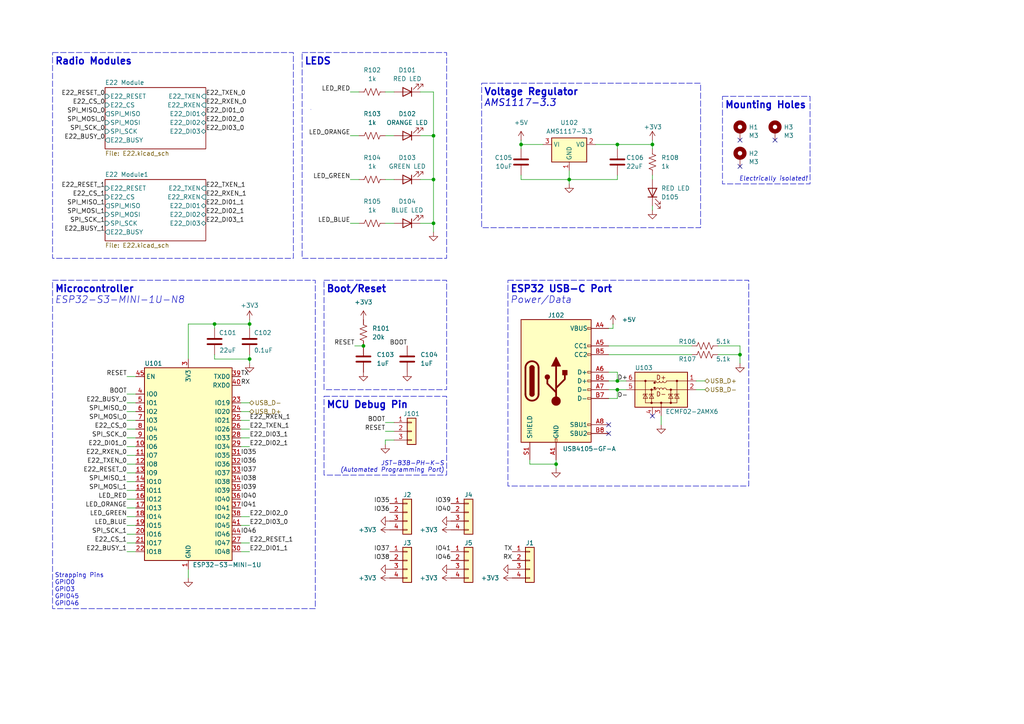
<source format=kicad_sch>
(kicad_sch
	(version 20231120)
	(generator "eeschema")
	(generator_version "8.0")
	(uuid "69669038-9204-4ef2-bc4f-06a0bd7ceaf5")
	(paper "A4")
	(title_block
		(comment 4 "Contributors: Nicholas Phillips, Thomas McManamen")
	)
	(lib_symbols
		(symbol "Connector:USB_C_Receptacle_USB2.0"
			(pin_names
				(offset 1.016)
			)
			(exclude_from_sim no)
			(in_bom yes)
			(on_board yes)
			(property "Reference" "J101"
				(at 0 22.86 0)
				(effects
					(font
						(size 1.27 1.27)
					)
				)
			)
			(property "Value" "USB4105-GF-A"
				(at 0 20.32 0)
				(effects
					(font
						(size 1.27 1.27)
					)
				)
			)
			(property "Footprint" "Connector_USB:USB_C_Receptacle_GCT_USB4105-xx-A_16P_TopMnt_Horizontal"
				(at 3.81 0 0)
				(effects
					(font
						(size 1.27 1.27)
					)
					(hide yes)
				)
			)
			(property "Datasheet" "https://gct.co/connector/usb4105"
				(at 3.81 0 0)
				(effects
					(font
						(size 1.27 1.27)
					)
					(hide yes)
				)
			)
			(property "Description" "USB 2.0-only Type-C Receptacle connector"
				(at 0 0 0)
				(effects
					(font
						(size 1.27 1.27)
					)
					(hide yes)
				)
			)
			(property "ki_keywords" "usb universal serial bus type-C USB2.0"
				(at 0 0 0)
				(effects
					(font
						(size 1.27 1.27)
					)
					(hide yes)
				)
			)
			(property "ki_fp_filters" "USB*C*Receptacle*"
				(at 0 0 0)
				(effects
					(font
						(size 1.27 1.27)
					)
					(hide yes)
				)
			)
			(symbol "USB_C_Receptacle_USB2.0_0_0"
				(rectangle
					(start -0.254 -17.78)
					(end 0.254 -16.764)
					(stroke
						(width 0)
						(type default)
					)
					(fill
						(type none)
					)
				)
				(rectangle
					(start 10.16 -14.986)
					(end 9.144 -15.494)
					(stroke
						(width 0)
						(type default)
					)
					(fill
						(type none)
					)
				)
				(rectangle
					(start 10.16 -12.446)
					(end 9.144 -12.954)
					(stroke
						(width 0)
						(type default)
					)
					(fill
						(type none)
					)
				)
				(rectangle
					(start 10.16 -4.826)
					(end 9.144 -5.334)
					(stroke
						(width 0)
						(type default)
					)
					(fill
						(type none)
					)
				)
				(rectangle
					(start 10.16 -2.286)
					(end 9.144 -2.794)
					(stroke
						(width 0)
						(type default)
					)
					(fill
						(type none)
					)
				)
				(rectangle
					(start 10.16 0.254)
					(end 9.144 -0.254)
					(stroke
						(width 0)
						(type default)
					)
					(fill
						(type none)
					)
				)
				(rectangle
					(start 10.16 2.794)
					(end 9.144 2.286)
					(stroke
						(width 0)
						(type default)
					)
					(fill
						(type none)
					)
				)
				(rectangle
					(start 10.16 7.874)
					(end 9.144 7.366)
					(stroke
						(width 0)
						(type default)
					)
					(fill
						(type none)
					)
				)
				(rectangle
					(start 10.16 10.414)
					(end 9.144 9.906)
					(stroke
						(width 0)
						(type default)
					)
					(fill
						(type none)
					)
				)
				(rectangle
					(start 10.16 15.494)
					(end 9.144 14.986)
					(stroke
						(width 0)
						(type default)
					)
					(fill
						(type none)
					)
				)
			)
			(symbol "USB_C_Receptacle_USB2.0_0_1"
				(rectangle
					(start -10.16 17.78)
					(end 10.16 -17.78)
					(stroke
						(width 0.254)
						(type default)
					)
					(fill
						(type background)
					)
				)
				(arc
					(start -8.89 -3.81)
					(mid -6.985 -5.7067)
					(end -5.08 -3.81)
					(stroke
						(width 0.508)
						(type default)
					)
					(fill
						(type none)
					)
				)
				(arc
					(start -7.62 -3.81)
					(mid -6.985 -4.4423)
					(end -6.35 -3.81)
					(stroke
						(width 0.254)
						(type default)
					)
					(fill
						(type none)
					)
				)
				(arc
					(start -7.62 -3.81)
					(mid -6.985 -4.4423)
					(end -6.35 -3.81)
					(stroke
						(width 0.254)
						(type default)
					)
					(fill
						(type outline)
					)
				)
				(rectangle
					(start -7.62 -3.81)
					(end -6.35 3.81)
					(stroke
						(width 0.254)
						(type default)
					)
					(fill
						(type outline)
					)
				)
				(arc
					(start -6.35 3.81)
					(mid -6.985 4.4423)
					(end -7.62 3.81)
					(stroke
						(width 0.254)
						(type default)
					)
					(fill
						(type none)
					)
				)
				(arc
					(start -6.35 3.81)
					(mid -6.985 4.4423)
					(end -7.62 3.81)
					(stroke
						(width 0.254)
						(type default)
					)
					(fill
						(type outline)
					)
				)
				(arc
					(start -5.08 3.81)
					(mid -6.985 5.7067)
					(end -8.89 3.81)
					(stroke
						(width 0.508)
						(type default)
					)
					(fill
						(type none)
					)
				)
				(circle
					(center -2.54 1.143)
					(radius 0.635)
					(stroke
						(width 0.254)
						(type default)
					)
					(fill
						(type outline)
					)
				)
				(circle
					(center 0 -5.842)
					(radius 1.27)
					(stroke
						(width 0)
						(type default)
					)
					(fill
						(type outline)
					)
				)
				(polyline
					(pts
						(xy -8.89 -3.81) (xy -8.89 3.81)
					)
					(stroke
						(width 0.508)
						(type default)
					)
					(fill
						(type none)
					)
				)
				(polyline
					(pts
						(xy -5.08 3.81) (xy -5.08 -3.81)
					)
					(stroke
						(width 0.508)
						(type default)
					)
					(fill
						(type none)
					)
				)
				(polyline
					(pts
						(xy 0 -5.842) (xy 0 4.318)
					)
					(stroke
						(width 0.508)
						(type default)
					)
					(fill
						(type none)
					)
				)
				(polyline
					(pts
						(xy 0 -3.302) (xy -2.54 -0.762) (xy -2.54 0.508)
					)
					(stroke
						(width 0.508)
						(type default)
					)
					(fill
						(type none)
					)
				)
				(polyline
					(pts
						(xy 0 -2.032) (xy 2.54 0.508) (xy 2.54 1.778)
					)
					(stroke
						(width 0.508)
						(type default)
					)
					(fill
						(type none)
					)
				)
				(polyline
					(pts
						(xy -1.27 4.318) (xy 0 6.858) (xy 1.27 4.318) (xy -1.27 4.318)
					)
					(stroke
						(width 0.254)
						(type default)
					)
					(fill
						(type outline)
					)
				)
				(rectangle
					(start 1.905 1.778)
					(end 3.175 3.048)
					(stroke
						(width 0.254)
						(type default)
					)
					(fill
						(type outline)
					)
				)
			)
			(symbol "USB_C_Receptacle_USB2.0_1_1"
				(pin passive line
					(at 0 -22.86 90)
					(length 5.08)
					(name "GND"
						(effects
							(font
								(size 1.27 1.27)
							)
						)
					)
					(number "A1"
						(effects
							(font
								(size 1.27 1.27)
							)
						)
					)
				)
				(pin passive line
					(at 0 -22.86 90)
					(length 5.08) hide
					(name "GND"
						(effects
							(font
								(size 1.27 1.27)
							)
						)
					)
					(number "A12"
						(effects
							(font
								(size 1.27 1.27)
							)
						)
					)
				)
				(pin passive line
					(at 15.24 15.24 180)
					(length 5.08)
					(name "VBUS"
						(effects
							(font
								(size 1.27 1.27)
							)
						)
					)
					(number "A4"
						(effects
							(font
								(size 1.27 1.27)
							)
						)
					)
				)
				(pin bidirectional line
					(at 15.24 10.16 180)
					(length 5.08)
					(name "CC1"
						(effects
							(font
								(size 1.27 1.27)
							)
						)
					)
					(number "A5"
						(effects
							(font
								(size 1.27 1.27)
							)
						)
					)
				)
				(pin bidirectional line
					(at 15.24 2.54 180)
					(length 5.08)
					(name "D+"
						(effects
							(font
								(size 1.27 1.27)
							)
						)
					)
					(number "A6"
						(effects
							(font
								(size 1.27 1.27)
							)
						)
					)
				)
				(pin bidirectional line
					(at 15.24 -2.54 180)
					(length 5.08)
					(name "D-"
						(effects
							(font
								(size 1.27 1.27)
							)
						)
					)
					(number "A7"
						(effects
							(font
								(size 1.27 1.27)
							)
						)
					)
				)
				(pin bidirectional line
					(at 15.24 -12.7 180)
					(length 5.08)
					(name "SBU1"
						(effects
							(font
								(size 1.27 1.27)
							)
						)
					)
					(number "A8"
						(effects
							(font
								(size 1.27 1.27)
							)
						)
					)
				)
				(pin passive line
					(at 15.24 15.24 180)
					(length 5.08) hide
					(name "VBUS"
						(effects
							(font
								(size 1.27 1.27)
							)
						)
					)
					(number "A9"
						(effects
							(font
								(size 1.27 1.27)
							)
						)
					)
				)
				(pin passive line
					(at 0 -22.86 90)
					(length 5.08) hide
					(name "GND"
						(effects
							(font
								(size 1.27 1.27)
							)
						)
					)
					(number "B1"
						(effects
							(font
								(size 1.27 1.27)
							)
						)
					)
				)
				(pin passive line
					(at 0 -22.86 90)
					(length 5.08) hide
					(name "GND"
						(effects
							(font
								(size 1.27 1.27)
							)
						)
					)
					(number "B12"
						(effects
							(font
								(size 1.27 1.27)
							)
						)
					)
				)
				(pin passive line
					(at 15.24 15.24 180)
					(length 5.08) hide
					(name "VBUS"
						(effects
							(font
								(size 1.27 1.27)
							)
						)
					)
					(number "B4"
						(effects
							(font
								(size 1.27 1.27)
							)
						)
					)
				)
				(pin bidirectional line
					(at 15.24 7.62 180)
					(length 5.08)
					(name "CC2"
						(effects
							(font
								(size 1.27 1.27)
							)
						)
					)
					(number "B5"
						(effects
							(font
								(size 1.27 1.27)
							)
						)
					)
				)
				(pin bidirectional line
					(at 15.24 0 180)
					(length 5.08)
					(name "D+"
						(effects
							(font
								(size 1.27 1.27)
							)
						)
					)
					(number "B6"
						(effects
							(font
								(size 1.27 1.27)
							)
						)
					)
				)
				(pin bidirectional line
					(at 15.24 -5.08 180)
					(length 5.08)
					(name "D-"
						(effects
							(font
								(size 1.27 1.27)
							)
						)
					)
					(number "B7"
						(effects
							(font
								(size 1.27 1.27)
							)
						)
					)
				)
				(pin bidirectional line
					(at 15.24 -15.24 180)
					(length 5.08)
					(name "SBU2"
						(effects
							(font
								(size 1.27 1.27)
							)
						)
					)
					(number "B8"
						(effects
							(font
								(size 1.27 1.27)
							)
						)
					)
				)
				(pin passive line
					(at 15.24 15.24 180)
					(length 5.08) hide
					(name "VBUS"
						(effects
							(font
								(size 1.27 1.27)
							)
						)
					)
					(number "B9"
						(effects
							(font
								(size 1.27 1.27)
							)
						)
					)
				)
				(pin passive line
					(at -7.62 -22.86 90)
					(length 5.08)
					(name "SHIELD"
						(effects
							(font
								(size 1.27 1.27)
							)
						)
					)
					(number "S1"
						(effects
							(font
								(size 1.27 1.27)
							)
						)
					)
				)
			)
		)
		(symbol "Connector_Generic:Conn_01x03"
			(pin_names
				(offset 1.016) hide)
			(exclude_from_sim no)
			(in_bom yes)
			(on_board yes)
			(property "Reference" "J"
				(at 0 5.08 0)
				(effects
					(font
						(size 1.27 1.27)
					)
				)
			)
			(property "Value" "Conn_01x03"
				(at 0 -5.08 0)
				(effects
					(font
						(size 1.27 1.27)
					)
				)
			)
			(property "Footprint" ""
				(at 0 0 0)
				(effects
					(font
						(size 1.27 1.27)
					)
					(hide yes)
				)
			)
			(property "Datasheet" "~"
				(at 0 0 0)
				(effects
					(font
						(size 1.27 1.27)
					)
					(hide yes)
				)
			)
			(property "Description" "Generic connector, single row, 01x03, script generated (kicad-library-utils/schlib/autogen/connector/)"
				(at 0 0 0)
				(effects
					(font
						(size 1.27 1.27)
					)
					(hide yes)
				)
			)
			(property "ki_keywords" "connector"
				(at 0 0 0)
				(effects
					(font
						(size 1.27 1.27)
					)
					(hide yes)
				)
			)
			(property "ki_fp_filters" "Connector*:*_1x??_*"
				(at 0 0 0)
				(effects
					(font
						(size 1.27 1.27)
					)
					(hide yes)
				)
			)
			(symbol "Conn_01x03_1_1"
				(rectangle
					(start -1.27 -2.413)
					(end 0 -2.667)
					(stroke
						(width 0.1524)
						(type default)
					)
					(fill
						(type none)
					)
				)
				(rectangle
					(start -1.27 0.127)
					(end 0 -0.127)
					(stroke
						(width 0.1524)
						(type default)
					)
					(fill
						(type none)
					)
				)
				(rectangle
					(start -1.27 2.667)
					(end 0 2.413)
					(stroke
						(width 0.1524)
						(type default)
					)
					(fill
						(type none)
					)
				)
				(rectangle
					(start -1.27 3.81)
					(end 1.27 -3.81)
					(stroke
						(width 0.254)
						(type default)
					)
					(fill
						(type background)
					)
				)
				(pin passive line
					(at -5.08 2.54 0)
					(length 3.81)
					(name "Pin_1"
						(effects
							(font
								(size 1.27 1.27)
							)
						)
					)
					(number "1"
						(effects
							(font
								(size 1.27 1.27)
							)
						)
					)
				)
				(pin passive line
					(at -5.08 0 0)
					(length 3.81)
					(name "Pin_2"
						(effects
							(font
								(size 1.27 1.27)
							)
						)
					)
					(number "2"
						(effects
							(font
								(size 1.27 1.27)
							)
						)
					)
				)
				(pin passive line
					(at -5.08 -2.54 0)
					(length 3.81)
					(name "Pin_3"
						(effects
							(font
								(size 1.27 1.27)
							)
						)
					)
					(number "3"
						(effects
							(font
								(size 1.27 1.27)
							)
						)
					)
				)
			)
		)
		(symbol "Connector_Generic:Conn_01x04"
			(pin_names
				(offset 1.016) hide)
			(exclude_from_sim no)
			(in_bom yes)
			(on_board yes)
			(property "Reference" "J"
				(at 0 5.08 0)
				(effects
					(font
						(size 1.27 1.27)
					)
				)
			)
			(property "Value" "Conn_01x04"
				(at 0 -7.62 0)
				(effects
					(font
						(size 1.27 1.27)
					)
				)
			)
			(property "Footprint" ""
				(at 0 0 0)
				(effects
					(font
						(size 1.27 1.27)
					)
					(hide yes)
				)
			)
			(property "Datasheet" "~"
				(at 0 0 0)
				(effects
					(font
						(size 1.27 1.27)
					)
					(hide yes)
				)
			)
			(property "Description" "Generic connector, single row, 01x04, script generated (kicad-library-utils/schlib/autogen/connector/)"
				(at 0 0 0)
				(effects
					(font
						(size 1.27 1.27)
					)
					(hide yes)
				)
			)
			(property "ki_keywords" "connector"
				(at 0 0 0)
				(effects
					(font
						(size 1.27 1.27)
					)
					(hide yes)
				)
			)
			(property "ki_fp_filters" "Connector*:*_1x??_*"
				(at 0 0 0)
				(effects
					(font
						(size 1.27 1.27)
					)
					(hide yes)
				)
			)
			(symbol "Conn_01x04_1_1"
				(rectangle
					(start -1.27 -4.953)
					(end 0 -5.207)
					(stroke
						(width 0.1524)
						(type default)
					)
					(fill
						(type none)
					)
				)
				(rectangle
					(start -1.27 -2.413)
					(end 0 -2.667)
					(stroke
						(width 0.1524)
						(type default)
					)
					(fill
						(type none)
					)
				)
				(rectangle
					(start -1.27 0.127)
					(end 0 -0.127)
					(stroke
						(width 0.1524)
						(type default)
					)
					(fill
						(type none)
					)
				)
				(rectangle
					(start -1.27 2.667)
					(end 0 2.413)
					(stroke
						(width 0.1524)
						(type default)
					)
					(fill
						(type none)
					)
				)
				(rectangle
					(start -1.27 3.81)
					(end 1.27 -6.35)
					(stroke
						(width 0.254)
						(type default)
					)
					(fill
						(type background)
					)
				)
				(pin passive line
					(at -5.08 2.54 0)
					(length 3.81)
					(name "Pin_1"
						(effects
							(font
								(size 1.27 1.27)
							)
						)
					)
					(number "1"
						(effects
							(font
								(size 1.27 1.27)
							)
						)
					)
				)
				(pin passive line
					(at -5.08 0 0)
					(length 3.81)
					(name "Pin_2"
						(effects
							(font
								(size 1.27 1.27)
							)
						)
					)
					(number "2"
						(effects
							(font
								(size 1.27 1.27)
							)
						)
					)
				)
				(pin passive line
					(at -5.08 -2.54 0)
					(length 3.81)
					(name "Pin_3"
						(effects
							(font
								(size 1.27 1.27)
							)
						)
					)
					(number "3"
						(effects
							(font
								(size 1.27 1.27)
							)
						)
					)
				)
				(pin passive line
					(at -5.08 -5.08 0)
					(length 3.81)
					(name "Pin_4"
						(effects
							(font
								(size 1.27 1.27)
							)
						)
					)
					(number "4"
						(effects
							(font
								(size 1.27 1.27)
							)
						)
					)
				)
			)
		)
		(symbol "Device:C"
			(pin_numbers hide)
			(pin_names
				(offset 0.254)
			)
			(exclude_from_sim no)
			(in_bom yes)
			(on_board yes)
			(property "Reference" "C"
				(at 0.635 2.54 0)
				(effects
					(font
						(size 1.27 1.27)
					)
					(justify left)
				)
			)
			(property "Value" "C"
				(at 0.635 -2.54 0)
				(effects
					(font
						(size 1.27 1.27)
					)
					(justify left)
				)
			)
			(property "Footprint" ""
				(at 0.9652 -3.81 0)
				(effects
					(font
						(size 1.27 1.27)
					)
					(hide yes)
				)
			)
			(property "Datasheet" "~"
				(at 0 0 0)
				(effects
					(font
						(size 1.27 1.27)
					)
					(hide yes)
				)
			)
			(property "Description" "Unpolarized capacitor"
				(at 0 0 0)
				(effects
					(font
						(size 1.27 1.27)
					)
					(hide yes)
				)
			)
			(property "ki_keywords" "cap capacitor"
				(at 0 0 0)
				(effects
					(font
						(size 1.27 1.27)
					)
					(hide yes)
				)
			)
			(property "ki_fp_filters" "C_*"
				(at 0 0 0)
				(effects
					(font
						(size 1.27 1.27)
					)
					(hide yes)
				)
			)
			(symbol "C_0_1"
				(polyline
					(pts
						(xy -2.032 -0.762) (xy 2.032 -0.762)
					)
					(stroke
						(width 0.508)
						(type default)
					)
					(fill
						(type none)
					)
				)
				(polyline
					(pts
						(xy -2.032 0.762) (xy 2.032 0.762)
					)
					(stroke
						(width 0.508)
						(type default)
					)
					(fill
						(type none)
					)
				)
			)
			(symbol "C_1_1"
				(pin passive line
					(at 0 3.81 270)
					(length 2.794)
					(name "~"
						(effects
							(font
								(size 1.27 1.27)
							)
						)
					)
					(number "1"
						(effects
							(font
								(size 1.27 1.27)
							)
						)
					)
				)
				(pin passive line
					(at 0 -3.81 90)
					(length 2.794)
					(name "~"
						(effects
							(font
								(size 1.27 1.27)
							)
						)
					)
					(number "2"
						(effects
							(font
								(size 1.27 1.27)
							)
						)
					)
				)
			)
		)
		(symbol "Device:LED"
			(pin_numbers hide)
			(pin_names
				(offset 1.016) hide)
			(exclude_from_sim no)
			(in_bom yes)
			(on_board yes)
			(property "Reference" "D"
				(at 0 2.54 0)
				(effects
					(font
						(size 1.27 1.27)
					)
				)
			)
			(property "Value" "LED"
				(at 0 -2.54 0)
				(effects
					(font
						(size 1.27 1.27)
					)
				)
			)
			(property "Footprint" ""
				(at 0 0 0)
				(effects
					(font
						(size 1.27 1.27)
					)
					(hide yes)
				)
			)
			(property "Datasheet" "~"
				(at 0 0 0)
				(effects
					(font
						(size 1.27 1.27)
					)
					(hide yes)
				)
			)
			(property "Description" "Light emitting diode"
				(at 0 0 0)
				(effects
					(font
						(size 1.27 1.27)
					)
					(hide yes)
				)
			)
			(property "ki_keywords" "LED diode"
				(at 0 0 0)
				(effects
					(font
						(size 1.27 1.27)
					)
					(hide yes)
				)
			)
			(property "ki_fp_filters" "LED* LED_SMD:* LED_THT:*"
				(at 0 0 0)
				(effects
					(font
						(size 1.27 1.27)
					)
					(hide yes)
				)
			)
			(symbol "LED_0_1"
				(polyline
					(pts
						(xy -1.27 -1.27) (xy -1.27 1.27)
					)
					(stroke
						(width 0.254)
						(type default)
					)
					(fill
						(type none)
					)
				)
				(polyline
					(pts
						(xy -1.27 0) (xy 1.27 0)
					)
					(stroke
						(width 0)
						(type default)
					)
					(fill
						(type none)
					)
				)
				(polyline
					(pts
						(xy 1.27 -1.27) (xy 1.27 1.27) (xy -1.27 0) (xy 1.27 -1.27)
					)
					(stroke
						(width 0.254)
						(type default)
					)
					(fill
						(type none)
					)
				)
				(polyline
					(pts
						(xy -3.048 -0.762) (xy -4.572 -2.286) (xy -3.81 -2.286) (xy -4.572 -2.286) (xy -4.572 -1.524)
					)
					(stroke
						(width 0)
						(type default)
					)
					(fill
						(type none)
					)
				)
				(polyline
					(pts
						(xy -1.778 -0.762) (xy -3.302 -2.286) (xy -2.54 -2.286) (xy -3.302 -2.286) (xy -3.302 -1.524)
					)
					(stroke
						(width 0)
						(type default)
					)
					(fill
						(type none)
					)
				)
			)
			(symbol "LED_1_1"
				(pin passive line
					(at -3.81 0 0)
					(length 2.54)
					(name "K"
						(effects
							(font
								(size 1.27 1.27)
							)
						)
					)
					(number "1"
						(effects
							(font
								(size 1.27 1.27)
							)
						)
					)
				)
				(pin passive line
					(at 3.81 0 180)
					(length 2.54)
					(name "A"
						(effects
							(font
								(size 1.27 1.27)
							)
						)
					)
					(number "2"
						(effects
							(font
								(size 1.27 1.27)
							)
						)
					)
				)
			)
		)
		(symbol "Device:R_US"
			(pin_numbers hide)
			(pin_names
				(offset 0)
			)
			(exclude_from_sim no)
			(in_bom yes)
			(on_board yes)
			(property "Reference" "R"
				(at 2.54 0 90)
				(effects
					(font
						(size 1.27 1.27)
					)
				)
			)
			(property "Value" "R_US"
				(at -2.54 0 90)
				(effects
					(font
						(size 1.27 1.27)
					)
				)
			)
			(property "Footprint" ""
				(at 1.016 -0.254 90)
				(effects
					(font
						(size 1.27 1.27)
					)
					(hide yes)
				)
			)
			(property "Datasheet" "~"
				(at 0 0 0)
				(effects
					(font
						(size 1.27 1.27)
					)
					(hide yes)
				)
			)
			(property "Description" "Resistor, US symbol"
				(at 0 0 0)
				(effects
					(font
						(size 1.27 1.27)
					)
					(hide yes)
				)
			)
			(property "ki_keywords" "R res resistor"
				(at 0 0 0)
				(effects
					(font
						(size 1.27 1.27)
					)
					(hide yes)
				)
			)
			(property "ki_fp_filters" "R_*"
				(at 0 0 0)
				(effects
					(font
						(size 1.27 1.27)
					)
					(hide yes)
				)
			)
			(symbol "R_US_0_1"
				(polyline
					(pts
						(xy 0 -2.286) (xy 0 -2.54)
					)
					(stroke
						(width 0)
						(type default)
					)
					(fill
						(type none)
					)
				)
				(polyline
					(pts
						(xy 0 2.286) (xy 0 2.54)
					)
					(stroke
						(width 0)
						(type default)
					)
					(fill
						(type none)
					)
				)
				(polyline
					(pts
						(xy 0 -0.762) (xy 1.016 -1.143) (xy 0 -1.524) (xy -1.016 -1.905) (xy 0 -2.286)
					)
					(stroke
						(width 0)
						(type default)
					)
					(fill
						(type none)
					)
				)
				(polyline
					(pts
						(xy 0 0.762) (xy 1.016 0.381) (xy 0 0) (xy -1.016 -0.381) (xy 0 -0.762)
					)
					(stroke
						(width 0)
						(type default)
					)
					(fill
						(type none)
					)
				)
				(polyline
					(pts
						(xy 0 2.286) (xy 1.016 1.905) (xy 0 1.524) (xy -1.016 1.143) (xy 0 0.762)
					)
					(stroke
						(width 0)
						(type default)
					)
					(fill
						(type none)
					)
				)
			)
			(symbol "R_US_1_1"
				(pin passive line
					(at 0 3.81 270)
					(length 1.27)
					(name "~"
						(effects
							(font
								(size 1.27 1.27)
							)
						)
					)
					(number "1"
						(effects
							(font
								(size 1.27 1.27)
							)
						)
					)
				)
				(pin passive line
					(at 0 -3.81 90)
					(length 1.27)
					(name "~"
						(effects
							(font
								(size 1.27 1.27)
							)
						)
					)
					(number "2"
						(effects
							(font
								(size 1.27 1.27)
							)
						)
					)
				)
			)
		)
		(symbol "Mechanical:MountingHole_Pad"
			(pin_numbers hide)
			(pin_names
				(offset 1.016) hide)
			(exclude_from_sim no)
			(in_bom yes)
			(on_board yes)
			(property "Reference" "H"
				(at 0 6.35 0)
				(effects
					(font
						(size 1.27 1.27)
					)
				)
			)
			(property "Value" "MountingHole_Pad"
				(at 0 4.445 0)
				(effects
					(font
						(size 1.27 1.27)
					)
				)
			)
			(property "Footprint" ""
				(at 0 0 0)
				(effects
					(font
						(size 1.27 1.27)
					)
					(hide yes)
				)
			)
			(property "Datasheet" "~"
				(at 0 0 0)
				(effects
					(font
						(size 1.27 1.27)
					)
					(hide yes)
				)
			)
			(property "Description" "Mounting Hole with connection"
				(at 0 0 0)
				(effects
					(font
						(size 1.27 1.27)
					)
					(hide yes)
				)
			)
			(property "ki_keywords" "mounting hole"
				(at 0 0 0)
				(effects
					(font
						(size 1.27 1.27)
					)
					(hide yes)
				)
			)
			(property "ki_fp_filters" "MountingHole*Pad*"
				(at 0 0 0)
				(effects
					(font
						(size 1.27 1.27)
					)
					(hide yes)
				)
			)
			(symbol "MountingHole_Pad_0_1"
				(circle
					(center 0 1.27)
					(radius 1.27)
					(stroke
						(width 1.27)
						(type default)
					)
					(fill
						(type none)
					)
				)
			)
			(symbol "MountingHole_Pad_1_1"
				(pin input line
					(at 0 -2.54 90)
					(length 2.54)
					(name "1"
						(effects
							(font
								(size 1.27 1.27)
							)
						)
					)
					(number "1"
						(effects
							(font
								(size 1.27 1.27)
							)
						)
					)
				)
			)
		)
		(symbol "Power_Protection:ECMF02-2AMX6"
			(pin_names
				(offset 0.0254) hide)
			(exclude_from_sim no)
			(in_bom yes)
			(on_board yes)
			(property "Reference" "U"
				(at 0 10.16 0)
				(effects
					(font
						(size 1.27 1.27)
					)
				)
			)
			(property "Value" "ECMF02-2AMX6"
				(at 0 7.62 0)
				(effects
					(font
						(size 1.27 1.27)
					)
				)
			)
			(property "Footprint" "Package_DFN_QFN:ST_UQFN-6L_1.5x1.7mm_P0.5mm"
				(at 0 -20.32 0)
				(effects
					(font
						(size 1.27 1.27)
					)
					(hide yes)
				)
			)
			(property "Datasheet" "https://www.st.com/resource/en/datasheet/ecmf02-2amx6.pdf"
				(at 0 -22.86 0)
				(effects
					(font
						(size 1.27 1.27)
					)
					(hide yes)
				)
			)
			(property "Description" "Single Pair Common Mode Filter with ESD Protection, UQFN-6L"
				(at 0 0 0)
				(effects
					(font
						(size 1.27 1.27)
					)
					(hide yes)
				)
			)
			(property "ki_keywords" "Common Mode ESD"
				(at 0 0 0)
				(effects
					(font
						(size 1.27 1.27)
					)
					(hide yes)
				)
			)
			(property "ki_fp_filters" "ST?UQFN*L?1.5x1.7mm*P0.5mm*"
				(at 0 0 0)
				(effects
					(font
						(size 1.27 1.27)
					)
					(hide yes)
				)
			)
			(symbol "ECMF02-2AMX6_0_1"
				(rectangle
					(start -7.62 5.08)
					(end 7.62 -5.08)
					(stroke
						(width 0.254)
						(type default)
					)
					(fill
						(type background)
					)
				)
				(arc
					(start -1.524 2.5023)
					(mid -1.016 2.0306)
					(end -0.508 2.5023)
					(stroke
						(width 0)
						(type default)
					)
					(fill
						(type none)
					)
				)
				(arc
					(start -0.508 0.0377)
					(mid -1.016 0.5094)
					(end -1.524 0.0377)
					(stroke
						(width 0)
						(type default)
					)
					(fill
						(type none)
					)
				)
				(arc
					(start -0.508 2.5023)
					(mid 0 2.0306)
					(end 0.508 2.5023)
					(stroke
						(width 0)
						(type default)
					)
					(fill
						(type none)
					)
				)
				(polyline
					(pts
						(xy -7.62 0) (xy -1.524 0)
					)
					(stroke
						(width 0)
						(type default)
					)
					(fill
						(type none)
					)
				)
				(polyline
					(pts
						(xy -7.62 2.54) (xy -1.524 2.54)
					)
					(stroke
						(width 0)
						(type default)
					)
					(fill
						(type none)
					)
				)
				(polyline
					(pts
						(xy -4.572 -3.81) (xy 4.572 -3.81)
					)
					(stroke
						(width 0)
						(type default)
					)
					(fill
						(type none)
					)
				)
				(polyline
					(pts
						(xy -4.572 2.54) (xy -4.572 -3.81)
					)
					(stroke
						(width 0)
						(type default)
					)
					(fill
						(type none)
					)
				)
				(polyline
					(pts
						(xy -2.794 0) (xy -2.794 -3.81)
					)
					(stroke
						(width 0)
						(type default)
					)
					(fill
						(type none)
					)
				)
				(polyline
					(pts
						(xy 0 -5.08) (xy 0 -3.81)
					)
					(stroke
						(width 0)
						(type default)
					)
					(fill
						(type none)
					)
				)
				(polyline
					(pts
						(xy 2.54 0) (xy 1.524 0)
					)
					(stroke
						(width 0)
						(type default)
					)
					(fill
						(type none)
					)
				)
				(polyline
					(pts
						(xy 2.54 0) (xy 7.62 0)
					)
					(stroke
						(width 0)
						(type default)
					)
					(fill
						(type none)
					)
				)
				(polyline
					(pts
						(xy 2.54 2.54) (xy 1.524 2.54)
					)
					(stroke
						(width 0)
						(type default)
					)
					(fill
						(type none)
					)
				)
				(polyline
					(pts
						(xy 2.54 2.54) (xy 7.62 2.54)
					)
					(stroke
						(width 0)
						(type default)
					)
					(fill
						(type none)
					)
				)
				(polyline
					(pts
						(xy 2.794 0) (xy 2.794 -3.81)
					)
					(stroke
						(width 0)
						(type default)
					)
					(fill
						(type none)
					)
				)
				(polyline
					(pts
						(xy 4.572 2.54) (xy 4.572 -3.81)
					)
					(stroke
						(width 0)
						(type default)
					)
					(fill
						(type none)
					)
				)
				(arc
					(start 0.508 0.0377)
					(mid 0 0.5094)
					(end -0.508 0.0377)
					(stroke
						(width 0)
						(type default)
					)
					(fill
						(type none)
					)
				)
				(arc
					(start 0.508 2.5023)
					(mid 1.016 2.0306)
					(end 1.524 2.5023)
					(stroke
						(width 0)
						(type default)
					)
					(fill
						(type none)
					)
				)
				(arc
					(start 1.524 0.0377)
					(mid 1.016 0.5094)
					(end 0.508 0.0377)
					(stroke
						(width 0)
						(type default)
					)
					(fill
						(type none)
					)
				)
				(text "D+"
					(at 0 3.556 0)
					(effects
						(font
							(size 1.27 1.27)
						)
					)
				)
				(text "D-"
					(at 0 -1.27 0)
					(effects
						(font
							(size 1.27 1.27)
						)
					)
				)
			)
			(symbol "ECMF02-2AMX6_1_1"
				(circle
					(center -4.572 2.54)
					(radius 0.254)
					(stroke
						(width 0)
						(type default)
					)
					(fill
						(type outline)
					)
				)
				(circle
					(center -2.794 -3.81)
					(radius 0.254)
					(stroke
						(width 0)
						(type default)
					)
					(fill
						(type outline)
					)
				)
				(circle
					(center -2.794 0)
					(radius 0.254)
					(stroke
						(width 0)
						(type default)
					)
					(fill
						(type outline)
					)
				)
				(circle
					(center 0 -3.81)
					(radius 0.254)
					(stroke
						(width 0)
						(type default)
					)
					(fill
						(type outline)
					)
				)
				(polyline
					(pts
						(xy -3.937 -1.651) (xy -3.937 -1.27) (xy -5.207 -1.27)
					)
					(stroke
						(width 0)
						(type default)
					)
					(fill
						(type none)
					)
				)
				(polyline
					(pts
						(xy -2.159 -1.651) (xy -2.159 -1.27) (xy -3.429 -1.27)
					)
					(stroke
						(width 0)
						(type default)
					)
					(fill
						(type none)
					)
				)
				(polyline
					(pts
						(xy 3.429 -1.651) (xy 3.429 -1.27) (xy 2.159 -1.27)
					)
					(stroke
						(width 0)
						(type default)
					)
					(fill
						(type none)
					)
				)
				(polyline
					(pts
						(xy 5.207 -1.651) (xy 5.207 -1.27) (xy 3.937 -1.27)
					)
					(stroke
						(width 0)
						(type default)
					)
					(fill
						(type none)
					)
				)
				(polyline
					(pts
						(xy -5.207 -2.54) (xy -3.937 -2.54) (xy -4.572 -1.27) (xy -5.207 -2.54)
					)
					(stroke
						(width 0)
						(type default)
					)
					(fill
						(type none)
					)
				)
				(polyline
					(pts
						(xy -3.429 -2.54) (xy -2.159 -2.54) (xy -2.794 -1.27) (xy -3.429 -2.54)
					)
					(stroke
						(width 0)
						(type default)
					)
					(fill
						(type none)
					)
				)
				(polyline
					(pts
						(xy 3.429 -2.54) (xy 2.159 -2.54) (xy 2.794 -1.27) (xy 3.429 -2.54)
					)
					(stroke
						(width 0)
						(type default)
					)
					(fill
						(type none)
					)
				)
				(polyline
					(pts
						(xy 5.207 -2.54) (xy 3.937 -2.54) (xy 4.572 -1.27) (xy 5.207 -2.54)
					)
					(stroke
						(width 0)
						(type default)
					)
					(fill
						(type none)
					)
				)
				(circle
					(center 1.905 0.508)
					(radius 0.254)
					(stroke
						(width 0)
						(type default)
					)
					(fill
						(type outline)
					)
				)
				(circle
					(center 1.905 2.032)
					(radius 0.254)
					(stroke
						(width 0)
						(type default)
					)
					(fill
						(type outline)
					)
				)
				(circle
					(center 2.794 -3.81)
					(radius 0.254)
					(stroke
						(width 0)
						(type default)
					)
					(fill
						(type outline)
					)
				)
				(circle
					(center 2.794 0)
					(radius 0.254)
					(stroke
						(width 0)
						(type default)
					)
					(fill
						(type outline)
					)
				)
				(circle
					(center 4.572 2.54)
					(radius 0.254)
					(stroke
						(width 0)
						(type default)
					)
					(fill
						(type outline)
					)
				)
				(pin passive line
					(at -10.16 2.54 0)
					(length 2.54)
					(name "D+_in"
						(effects
							(font
								(size 1.27 1.27)
							)
						)
					)
					(number "1"
						(effects
							(font
								(size 1.27 1.27)
							)
						)
					)
				)
				(pin passive line
					(at -10.16 0 0)
					(length 2.54)
					(name "D-_in"
						(effects
							(font
								(size 1.27 1.27)
							)
						)
					)
					(number "2"
						(effects
							(font
								(size 1.27 1.27)
							)
						)
					)
				)
				(pin power_in line
					(at 0 -7.62 90)
					(length 2.54)
					(name "GND"
						(effects
							(font
								(size 1.27 1.27)
							)
						)
					)
					(number "3"
						(effects
							(font
								(size 1.27 1.27)
							)
						)
					)
				)
				(pin free line
					(at 2.54 -7.62 90)
					(length 2.54)
					(name "NC"
						(effects
							(font
								(size 1.27 1.27)
							)
						)
					)
					(number "4"
						(effects
							(font
								(size 1.27 1.27)
							)
						)
					)
				)
				(pin passive line
					(at 10.16 0 180)
					(length 2.54)
					(name "D-_out"
						(effects
							(font
								(size 1.27 1.27)
							)
						)
					)
					(number "5"
						(effects
							(font
								(size 1.27 1.27)
							)
						)
					)
				)
				(pin passive line
					(at 10.16 2.54 180)
					(length 2.54)
					(name "D+_out"
						(effects
							(font
								(size 1.27 1.27)
							)
						)
					)
					(number "6"
						(effects
							(font
								(size 1.27 1.27)
							)
						)
					)
				)
			)
		)
		(symbol "RF_Module:ESP32-S3-MINI-1U"
			(exclude_from_sim no)
			(in_bom yes)
			(on_board yes)
			(property "Reference" "U"
				(at -11.43 29.21 0)
				(effects
					(font
						(size 1.27 1.27)
					)
				)
			)
			(property "Value" "ESP32-S3-MINI-1U"
				(at 12.7 29.21 0)
				(effects
					(font
						(size 1.27 1.27)
					)
				)
			)
			(property "Footprint" "RF_Module:ESP32-S2-MINI-1U"
				(at 16.51 -29.21 0)
				(effects
					(font
						(size 1.27 1.27)
					)
					(hide yes)
				)
			)
			(property "Datasheet" "https://www.espressif.com/sites/default/files/documentation/esp32-s3-mini-1_mini-1u_datasheet_en.pdf"
				(at 0 40.64 0)
				(effects
					(font
						(size 1.27 1.27)
					)
					(hide yes)
				)
			)
			(property "Description" "RF Module, ESP32-S3 SoC, Wi-Fi 802.11b/g/n, Bluetooth, BLE, 32-bit, 3.3V, SMD, external antenna"
				(at 0 43.18 0)
				(effects
					(font
						(size 1.27 1.27)
					)
					(hide yes)
				)
			)
			(property "ki_keywords" "RF Radio BT ESP ESP32-S3 Espressif"
				(at 0 0 0)
				(effects
					(font
						(size 1.27 1.27)
					)
					(hide yes)
				)
			)
			(property "ki_fp_filters" "ESP32?S*MINI?1U"
				(at 0 0 0)
				(effects
					(font
						(size 1.27 1.27)
					)
					(hide yes)
				)
			)
			(symbol "ESP32-S3-MINI-1U_0_1"
				(rectangle
					(start -12.7 27.94)
					(end 12.7 -27.94)
					(stroke
						(width 0.254)
						(type default)
					)
					(fill
						(type background)
					)
				)
			)
			(symbol "ESP32-S3-MINI-1U_1_1"
				(pin power_in line
					(at 0 -30.48 90)
					(length 2.54)
					(name "GND"
						(effects
							(font
								(size 1.27 1.27)
							)
						)
					)
					(number "1"
						(effects
							(font
								(size 1.27 1.27)
							)
						)
					)
				)
				(pin bidirectional line
					(at -15.24 5.08 0)
					(length 2.54)
					(name "IO6"
						(effects
							(font
								(size 1.27 1.27)
							)
						)
					)
					(number "10"
						(effects
							(font
								(size 1.27 1.27)
							)
						)
					)
				)
				(pin bidirectional line
					(at -15.24 2.54 0)
					(length 2.54)
					(name "IO7"
						(effects
							(font
								(size 1.27 1.27)
							)
						)
					)
					(number "11"
						(effects
							(font
								(size 1.27 1.27)
							)
						)
					)
				)
				(pin bidirectional line
					(at -15.24 0 0)
					(length 2.54)
					(name "IO8"
						(effects
							(font
								(size 1.27 1.27)
							)
						)
					)
					(number "12"
						(effects
							(font
								(size 1.27 1.27)
							)
						)
					)
				)
				(pin bidirectional line
					(at -15.24 -2.54 0)
					(length 2.54)
					(name "IO9"
						(effects
							(font
								(size 1.27 1.27)
							)
						)
					)
					(number "13"
						(effects
							(font
								(size 1.27 1.27)
							)
						)
					)
				)
				(pin bidirectional line
					(at -15.24 -5.08 0)
					(length 2.54)
					(name "IO10"
						(effects
							(font
								(size 1.27 1.27)
							)
						)
					)
					(number "14"
						(effects
							(font
								(size 1.27 1.27)
							)
						)
					)
				)
				(pin bidirectional line
					(at -15.24 -7.62 0)
					(length 2.54)
					(name "IO11"
						(effects
							(font
								(size 1.27 1.27)
							)
						)
					)
					(number "15"
						(effects
							(font
								(size 1.27 1.27)
							)
						)
					)
				)
				(pin bidirectional line
					(at -15.24 -10.16 0)
					(length 2.54)
					(name "IO12"
						(effects
							(font
								(size 1.27 1.27)
							)
						)
					)
					(number "16"
						(effects
							(font
								(size 1.27 1.27)
							)
						)
					)
				)
				(pin bidirectional line
					(at -15.24 -12.7 0)
					(length 2.54)
					(name "IO13"
						(effects
							(font
								(size 1.27 1.27)
							)
						)
					)
					(number "17"
						(effects
							(font
								(size 1.27 1.27)
							)
						)
					)
				)
				(pin bidirectional line
					(at -15.24 -15.24 0)
					(length 2.54)
					(name "IO14"
						(effects
							(font
								(size 1.27 1.27)
							)
						)
					)
					(number "18"
						(effects
							(font
								(size 1.27 1.27)
							)
						)
					)
				)
				(pin bidirectional line
					(at -15.24 -17.78 0)
					(length 2.54)
					(name "IO15"
						(effects
							(font
								(size 1.27 1.27)
							)
						)
					)
					(number "19"
						(effects
							(font
								(size 1.27 1.27)
							)
						)
					)
				)
				(pin passive line
					(at 0 -30.48 90)
					(length 2.54) hide
					(name "GND"
						(effects
							(font
								(size 1.27 1.27)
							)
						)
					)
					(number "2"
						(effects
							(font
								(size 1.27 1.27)
							)
						)
					)
				)
				(pin bidirectional line
					(at -15.24 -20.32 0)
					(length 2.54)
					(name "IO16"
						(effects
							(font
								(size 1.27 1.27)
							)
						)
					)
					(number "20"
						(effects
							(font
								(size 1.27 1.27)
							)
						)
					)
				)
				(pin bidirectional line
					(at -15.24 -22.86 0)
					(length 2.54)
					(name "IO17"
						(effects
							(font
								(size 1.27 1.27)
							)
						)
					)
					(number "21"
						(effects
							(font
								(size 1.27 1.27)
							)
						)
					)
				)
				(pin bidirectional line
					(at -15.24 -25.4 0)
					(length 2.54)
					(name "IO18"
						(effects
							(font
								(size 1.27 1.27)
							)
						)
					)
					(number "22"
						(effects
							(font
								(size 1.27 1.27)
							)
						)
					)
				)
				(pin bidirectional line
					(at 15.24 17.78 180)
					(length 2.54)
					(name "IO19"
						(effects
							(font
								(size 1.27 1.27)
							)
						)
					)
					(number "23"
						(effects
							(font
								(size 1.27 1.27)
							)
						)
					)
				)
				(pin bidirectional line
					(at 15.24 15.24 180)
					(length 2.54)
					(name "IO20"
						(effects
							(font
								(size 1.27 1.27)
							)
						)
					)
					(number "24"
						(effects
							(font
								(size 1.27 1.27)
							)
						)
					)
				)
				(pin bidirectional line
					(at 15.24 12.7 180)
					(length 2.54)
					(name "IO21"
						(effects
							(font
								(size 1.27 1.27)
							)
						)
					)
					(number "25"
						(effects
							(font
								(size 1.27 1.27)
							)
						)
					)
				)
				(pin bidirectional line
					(at 15.24 10.16 180)
					(length 2.54)
					(name "IO26"
						(effects
							(font
								(size 1.27 1.27)
							)
						)
					)
					(number "26"
						(effects
							(font
								(size 1.27 1.27)
							)
						)
					)
				)
				(pin bidirectional line
					(at 15.24 -22.86 180)
					(length 2.54)
					(name "IO47"
						(effects
							(font
								(size 1.27 1.27)
							)
						)
					)
					(number "27"
						(effects
							(font
								(size 1.27 1.27)
							)
						)
					)
				)
				(pin bidirectional line
					(at 15.24 7.62 180)
					(length 2.54)
					(name "IO33"
						(effects
							(font
								(size 1.27 1.27)
							)
						)
					)
					(number "28"
						(effects
							(font
								(size 1.27 1.27)
							)
						)
					)
				)
				(pin bidirectional line
					(at 15.24 5.08 180)
					(length 2.54)
					(name "IO34"
						(effects
							(font
								(size 1.27 1.27)
							)
						)
					)
					(number "29"
						(effects
							(font
								(size 1.27 1.27)
							)
						)
					)
				)
				(pin power_in line
					(at 0 30.48 270)
					(length 2.54)
					(name "3V3"
						(effects
							(font
								(size 1.27 1.27)
							)
						)
					)
					(number "3"
						(effects
							(font
								(size 1.27 1.27)
							)
						)
					)
				)
				(pin bidirectional line
					(at 15.24 -25.4 180)
					(length 2.54)
					(name "IO48"
						(effects
							(font
								(size 1.27 1.27)
							)
						)
					)
					(number "30"
						(effects
							(font
								(size 1.27 1.27)
							)
						)
					)
				)
				(pin bidirectional line
					(at 15.24 2.54 180)
					(length 2.54)
					(name "IO35"
						(effects
							(font
								(size 1.27 1.27)
							)
						)
					)
					(number "31"
						(effects
							(font
								(size 1.27 1.27)
							)
						)
					)
				)
				(pin bidirectional line
					(at 15.24 0 180)
					(length 2.54)
					(name "IO36"
						(effects
							(font
								(size 1.27 1.27)
							)
						)
					)
					(number "32"
						(effects
							(font
								(size 1.27 1.27)
							)
						)
					)
				)
				(pin bidirectional line
					(at 15.24 -2.54 180)
					(length 2.54)
					(name "IO37"
						(effects
							(font
								(size 1.27 1.27)
							)
						)
					)
					(number "33"
						(effects
							(font
								(size 1.27 1.27)
							)
						)
					)
				)
				(pin bidirectional line
					(at 15.24 -5.08 180)
					(length 2.54)
					(name "IO38"
						(effects
							(font
								(size 1.27 1.27)
							)
						)
					)
					(number "34"
						(effects
							(font
								(size 1.27 1.27)
							)
						)
					)
				)
				(pin bidirectional line
					(at 15.24 -7.62 180)
					(length 2.54)
					(name "IO39"
						(effects
							(font
								(size 1.27 1.27)
							)
						)
					)
					(number "35"
						(effects
							(font
								(size 1.27 1.27)
							)
						)
					)
				)
				(pin bidirectional line
					(at 15.24 -10.16 180)
					(length 2.54)
					(name "IO40"
						(effects
							(font
								(size 1.27 1.27)
							)
						)
					)
					(number "36"
						(effects
							(font
								(size 1.27 1.27)
							)
						)
					)
				)
				(pin bidirectional line
					(at 15.24 -12.7 180)
					(length 2.54)
					(name "IO41"
						(effects
							(font
								(size 1.27 1.27)
							)
						)
					)
					(number "37"
						(effects
							(font
								(size 1.27 1.27)
							)
						)
					)
				)
				(pin bidirectional line
					(at 15.24 -15.24 180)
					(length 2.54)
					(name "IO42"
						(effects
							(font
								(size 1.27 1.27)
							)
						)
					)
					(number "38"
						(effects
							(font
								(size 1.27 1.27)
							)
						)
					)
				)
				(pin bidirectional line
					(at 15.24 25.4 180)
					(length 2.54)
					(name "TXD0"
						(effects
							(font
								(size 1.27 1.27)
							)
						)
					)
					(number "39"
						(effects
							(font
								(size 1.27 1.27)
							)
						)
					)
				)
				(pin bidirectional line
					(at -15.24 20.32 0)
					(length 2.54)
					(name "IO0"
						(effects
							(font
								(size 1.27 1.27)
							)
						)
					)
					(number "4"
						(effects
							(font
								(size 1.27 1.27)
							)
						)
					)
				)
				(pin bidirectional line
					(at 15.24 22.86 180)
					(length 2.54)
					(name "RXD0"
						(effects
							(font
								(size 1.27 1.27)
							)
						)
					)
					(number "40"
						(effects
							(font
								(size 1.27 1.27)
							)
						)
					)
				)
				(pin bidirectional line
					(at 15.24 -17.78 180)
					(length 2.54)
					(name "IO45"
						(effects
							(font
								(size 1.27 1.27)
							)
						)
					)
					(number "41"
						(effects
							(font
								(size 1.27 1.27)
							)
						)
					)
				)
				(pin passive line
					(at 0 -30.48 90)
					(length 2.54) hide
					(name "GND"
						(effects
							(font
								(size 1.27 1.27)
							)
						)
					)
					(number "42"
						(effects
							(font
								(size 1.27 1.27)
							)
						)
					)
				)
				(pin passive line
					(at 0 -30.48 90)
					(length 2.54) hide
					(name "GND"
						(effects
							(font
								(size 1.27 1.27)
							)
						)
					)
					(number "43"
						(effects
							(font
								(size 1.27 1.27)
							)
						)
					)
				)
				(pin bidirectional line
					(at 15.24 -20.32 180)
					(length 2.54)
					(name "IO46"
						(effects
							(font
								(size 1.27 1.27)
							)
						)
					)
					(number "44"
						(effects
							(font
								(size 1.27 1.27)
							)
						)
					)
				)
				(pin input line
					(at -15.24 25.4 0)
					(length 2.54)
					(name "EN"
						(effects
							(font
								(size 1.27 1.27)
							)
						)
					)
					(number "45"
						(effects
							(font
								(size 1.27 1.27)
							)
						)
					)
				)
				(pin passive line
					(at 0 -30.48 90)
					(length 2.54) hide
					(name "GND"
						(effects
							(font
								(size 1.27 1.27)
							)
						)
					)
					(number "46"
						(effects
							(font
								(size 1.27 1.27)
							)
						)
					)
				)
				(pin passive line
					(at 0 -30.48 90)
					(length 2.54) hide
					(name "GND"
						(effects
							(font
								(size 1.27 1.27)
							)
						)
					)
					(number "47"
						(effects
							(font
								(size 1.27 1.27)
							)
						)
					)
				)
				(pin passive line
					(at 0 -30.48 90)
					(length 2.54) hide
					(name "GND"
						(effects
							(font
								(size 1.27 1.27)
							)
						)
					)
					(number "48"
						(effects
							(font
								(size 1.27 1.27)
							)
						)
					)
				)
				(pin passive line
					(at 0 -30.48 90)
					(length 2.54) hide
					(name "GND"
						(effects
							(font
								(size 1.27 1.27)
							)
						)
					)
					(number "49"
						(effects
							(font
								(size 1.27 1.27)
							)
						)
					)
				)
				(pin bidirectional line
					(at -15.24 17.78 0)
					(length 2.54)
					(name "IO1"
						(effects
							(font
								(size 1.27 1.27)
							)
						)
					)
					(number "5"
						(effects
							(font
								(size 1.27 1.27)
							)
						)
					)
				)
				(pin passive line
					(at 0 -30.48 90)
					(length 2.54) hide
					(name "GND"
						(effects
							(font
								(size 1.27 1.27)
							)
						)
					)
					(number "50"
						(effects
							(font
								(size 1.27 1.27)
							)
						)
					)
				)
				(pin passive line
					(at 0 -30.48 90)
					(length 2.54) hide
					(name "GND"
						(effects
							(font
								(size 1.27 1.27)
							)
						)
					)
					(number "51"
						(effects
							(font
								(size 1.27 1.27)
							)
						)
					)
				)
				(pin passive line
					(at 0 -30.48 90)
					(length 2.54) hide
					(name "GND"
						(effects
							(font
								(size 1.27 1.27)
							)
						)
					)
					(number "52"
						(effects
							(font
								(size 1.27 1.27)
							)
						)
					)
				)
				(pin passive line
					(at 0 -30.48 90)
					(length 2.54) hide
					(name "GND"
						(effects
							(font
								(size 1.27 1.27)
							)
						)
					)
					(number "53"
						(effects
							(font
								(size 1.27 1.27)
							)
						)
					)
				)
				(pin passive line
					(at 0 -30.48 90)
					(length 2.54) hide
					(name "GND"
						(effects
							(font
								(size 1.27 1.27)
							)
						)
					)
					(number "54"
						(effects
							(font
								(size 1.27 1.27)
							)
						)
					)
				)
				(pin passive line
					(at 0 -30.48 90)
					(length 2.54) hide
					(name "GND"
						(effects
							(font
								(size 1.27 1.27)
							)
						)
					)
					(number "55"
						(effects
							(font
								(size 1.27 1.27)
							)
						)
					)
				)
				(pin passive line
					(at 0 -30.48 90)
					(length 2.54) hide
					(name "GND"
						(effects
							(font
								(size 1.27 1.27)
							)
						)
					)
					(number "56"
						(effects
							(font
								(size 1.27 1.27)
							)
						)
					)
				)
				(pin passive line
					(at 0 -30.48 90)
					(length 2.54) hide
					(name "GND"
						(effects
							(font
								(size 1.27 1.27)
							)
						)
					)
					(number "57"
						(effects
							(font
								(size 1.27 1.27)
							)
						)
					)
				)
				(pin passive line
					(at 0 -30.48 90)
					(length 2.54) hide
					(name "GND"
						(effects
							(font
								(size 1.27 1.27)
							)
						)
					)
					(number "58"
						(effects
							(font
								(size 1.27 1.27)
							)
						)
					)
				)
				(pin passive line
					(at 0 -30.48 90)
					(length 2.54) hide
					(name "GND"
						(effects
							(font
								(size 1.27 1.27)
							)
						)
					)
					(number "59"
						(effects
							(font
								(size 1.27 1.27)
							)
						)
					)
				)
				(pin bidirectional line
					(at -15.24 15.24 0)
					(length 2.54)
					(name "IO2"
						(effects
							(font
								(size 1.27 1.27)
							)
						)
					)
					(number "6"
						(effects
							(font
								(size 1.27 1.27)
							)
						)
					)
				)
				(pin passive line
					(at 0 -30.48 90)
					(length 2.54) hide
					(name "GND"
						(effects
							(font
								(size 1.27 1.27)
							)
						)
					)
					(number "60"
						(effects
							(font
								(size 1.27 1.27)
							)
						)
					)
				)
				(pin passive line
					(at 0 -30.48 90)
					(length 2.54) hide
					(name "GND"
						(effects
							(font
								(size 1.27 1.27)
							)
						)
					)
					(number "61"
						(effects
							(font
								(size 1.27 1.27)
							)
						)
					)
				)
				(pin passive line
					(at 0 -30.48 90)
					(length 2.54) hide
					(name "GND"
						(effects
							(font
								(size 1.27 1.27)
							)
						)
					)
					(number "62"
						(effects
							(font
								(size 1.27 1.27)
							)
						)
					)
				)
				(pin passive line
					(at 0 -30.48 90)
					(length 2.54) hide
					(name "GND"
						(effects
							(font
								(size 1.27 1.27)
							)
						)
					)
					(number "63"
						(effects
							(font
								(size 1.27 1.27)
							)
						)
					)
				)
				(pin passive line
					(at 0 -30.48 90)
					(length 2.54) hide
					(name "GND"
						(effects
							(font
								(size 1.27 1.27)
							)
						)
					)
					(number "64"
						(effects
							(font
								(size 1.27 1.27)
							)
						)
					)
				)
				(pin passive line
					(at 0 -30.48 90)
					(length 2.54) hide
					(name "GND"
						(effects
							(font
								(size 1.27 1.27)
							)
						)
					)
					(number "65"
						(effects
							(font
								(size 1.27 1.27)
							)
						)
					)
				)
				(pin bidirectional line
					(at -15.24 12.7 0)
					(length 2.54)
					(name "IO3"
						(effects
							(font
								(size 1.27 1.27)
							)
						)
					)
					(number "7"
						(effects
							(font
								(size 1.27 1.27)
							)
						)
					)
				)
				(pin bidirectional line
					(at -15.24 10.16 0)
					(length 2.54)
					(name "IO4"
						(effects
							(font
								(size 1.27 1.27)
							)
						)
					)
					(number "8"
						(effects
							(font
								(size 1.27 1.27)
							)
						)
					)
				)
				(pin bidirectional line
					(at -15.24 7.62 0)
					(length 2.54)
					(name "IO5"
						(effects
							(font
								(size 1.27 1.27)
							)
						)
					)
					(number "9"
						(effects
							(font
								(size 1.27 1.27)
							)
						)
					)
				)
			)
		)
		(symbol "Regulator_Linear:AMS1117-3.3"
			(exclude_from_sim no)
			(in_bom yes)
			(on_board yes)
			(property "Reference" "U"
				(at -3.81 3.175 0)
				(effects
					(font
						(size 1.27 1.27)
					)
				)
			)
			(property "Value" "AMS1117-3.3"
				(at 0 3.175 0)
				(effects
					(font
						(size 1.27 1.27)
					)
					(justify left)
				)
			)
			(property "Footprint" "Package_TO_SOT_SMD:SOT-223-3_TabPin2"
				(at 0 5.08 0)
				(effects
					(font
						(size 1.27 1.27)
					)
					(hide yes)
				)
			)
			(property "Datasheet" "http://www.advanced-monolithic.com/pdf/ds1117.pdf"
				(at 2.54 -6.35 0)
				(effects
					(font
						(size 1.27 1.27)
					)
					(hide yes)
				)
			)
			(property "Description" "1A Low Dropout regulator, positive, 3.3V fixed output, SOT-223"
				(at 0 0 0)
				(effects
					(font
						(size 1.27 1.27)
					)
					(hide yes)
				)
			)
			(property "ki_keywords" "linear regulator ldo fixed positive"
				(at 0 0 0)
				(effects
					(font
						(size 1.27 1.27)
					)
					(hide yes)
				)
			)
			(property "ki_fp_filters" "SOT?223*TabPin2*"
				(at 0 0 0)
				(effects
					(font
						(size 1.27 1.27)
					)
					(hide yes)
				)
			)
			(symbol "AMS1117-3.3_0_1"
				(rectangle
					(start -5.08 -5.08)
					(end 5.08 1.905)
					(stroke
						(width 0.254)
						(type default)
					)
					(fill
						(type background)
					)
				)
			)
			(symbol "AMS1117-3.3_1_1"
				(pin power_in line
					(at 0 -7.62 90)
					(length 2.54)
					(name "GND"
						(effects
							(font
								(size 1.27 1.27)
							)
						)
					)
					(number "1"
						(effects
							(font
								(size 1.27 1.27)
							)
						)
					)
				)
				(pin power_out line
					(at 7.62 0 180)
					(length 2.54)
					(name "VO"
						(effects
							(font
								(size 1.27 1.27)
							)
						)
					)
					(number "2"
						(effects
							(font
								(size 1.27 1.27)
							)
						)
					)
				)
				(pin power_in line
					(at -7.62 0 0)
					(length 2.54)
					(name "VI"
						(effects
							(font
								(size 1.27 1.27)
							)
						)
					)
					(number "3"
						(effects
							(font
								(size 1.27 1.27)
							)
						)
					)
				)
			)
		)
		(symbol "power:+3V3"
			(power)
			(pin_names
				(offset 0)
			)
			(exclude_from_sim no)
			(in_bom yes)
			(on_board yes)
			(property "Reference" "#PWR"
				(at 0 -3.81 0)
				(effects
					(font
						(size 1.27 1.27)
					)
					(hide yes)
				)
			)
			(property "Value" "+3V3"
				(at 0 3.556 0)
				(effects
					(font
						(size 1.27 1.27)
					)
				)
			)
			(property "Footprint" ""
				(at 0 0 0)
				(effects
					(font
						(size 1.27 1.27)
					)
					(hide yes)
				)
			)
			(property "Datasheet" ""
				(at 0 0 0)
				(effects
					(font
						(size 1.27 1.27)
					)
					(hide yes)
				)
			)
			(property "Description" "Power symbol creates a global label with name \"+3V3\""
				(at 0 0 0)
				(effects
					(font
						(size 1.27 1.27)
					)
					(hide yes)
				)
			)
			(property "ki_keywords" "global power"
				(at 0 0 0)
				(effects
					(font
						(size 1.27 1.27)
					)
					(hide yes)
				)
			)
			(symbol "+3V3_0_1"
				(polyline
					(pts
						(xy -0.762 1.27) (xy 0 2.54)
					)
					(stroke
						(width 0)
						(type default)
					)
					(fill
						(type none)
					)
				)
				(polyline
					(pts
						(xy 0 0) (xy 0 2.54)
					)
					(stroke
						(width 0)
						(type default)
					)
					(fill
						(type none)
					)
				)
				(polyline
					(pts
						(xy 0 2.54) (xy 0.762 1.27)
					)
					(stroke
						(width 0)
						(type default)
					)
					(fill
						(type none)
					)
				)
			)
			(symbol "+3V3_1_1"
				(pin power_in line
					(at 0 0 90)
					(length 0) hide
					(name "+3V3"
						(effects
							(font
								(size 1.27 1.27)
							)
						)
					)
					(number "1"
						(effects
							(font
								(size 1.27 1.27)
							)
						)
					)
				)
			)
		)
		(symbol "power:+5V"
			(power)
			(pin_numbers hide)
			(pin_names
				(offset 0) hide)
			(exclude_from_sim no)
			(in_bom yes)
			(on_board yes)
			(property "Reference" "#PWR"
				(at 0 -3.81 0)
				(effects
					(font
						(size 1.27 1.27)
					)
					(hide yes)
				)
			)
			(property "Value" "+5V"
				(at 0 3.556 0)
				(effects
					(font
						(size 1.27 1.27)
					)
				)
			)
			(property "Footprint" ""
				(at 0 0 0)
				(effects
					(font
						(size 1.27 1.27)
					)
					(hide yes)
				)
			)
			(property "Datasheet" ""
				(at 0 0 0)
				(effects
					(font
						(size 1.27 1.27)
					)
					(hide yes)
				)
			)
			(property "Description" "Power symbol creates a global label with name \"+5V\""
				(at 0 0 0)
				(effects
					(font
						(size 1.27 1.27)
					)
					(hide yes)
				)
			)
			(property "ki_keywords" "global power"
				(at 0 0 0)
				(effects
					(font
						(size 1.27 1.27)
					)
					(hide yes)
				)
			)
			(symbol "+5V_0_1"
				(polyline
					(pts
						(xy -0.762 1.27) (xy 0 2.54)
					)
					(stroke
						(width 0)
						(type default)
					)
					(fill
						(type none)
					)
				)
				(polyline
					(pts
						(xy 0 0) (xy 0 2.54)
					)
					(stroke
						(width 0)
						(type default)
					)
					(fill
						(type none)
					)
				)
				(polyline
					(pts
						(xy 0 2.54) (xy 0.762 1.27)
					)
					(stroke
						(width 0)
						(type default)
					)
					(fill
						(type none)
					)
				)
			)
			(symbol "+5V_1_1"
				(pin power_in line
					(at 0 0 90)
					(length 0)
					(name "~"
						(effects
							(font
								(size 1.27 1.27)
							)
						)
					)
					(number "1"
						(effects
							(font
								(size 1.27 1.27)
							)
						)
					)
				)
			)
		)
		(symbol "power:GND"
			(power)
			(pin_names
				(offset 0)
			)
			(exclude_from_sim no)
			(in_bom yes)
			(on_board yes)
			(property "Reference" "#PWR"
				(at 0 -6.35 0)
				(effects
					(font
						(size 1.27 1.27)
					)
					(hide yes)
				)
			)
			(property "Value" "GND"
				(at 0 -3.81 0)
				(effects
					(font
						(size 1.27 1.27)
					)
				)
			)
			(property "Footprint" ""
				(at 0 0 0)
				(effects
					(font
						(size 1.27 1.27)
					)
					(hide yes)
				)
			)
			(property "Datasheet" ""
				(at 0 0 0)
				(effects
					(font
						(size 1.27 1.27)
					)
					(hide yes)
				)
			)
			(property "Description" "Power symbol creates a global label with name \"GND\" , ground"
				(at 0 0 0)
				(effects
					(font
						(size 1.27 1.27)
					)
					(hide yes)
				)
			)
			(property "ki_keywords" "global power"
				(at 0 0 0)
				(effects
					(font
						(size 1.27 1.27)
					)
					(hide yes)
				)
			)
			(symbol "GND_0_1"
				(polyline
					(pts
						(xy 0 0) (xy 0 -1.27) (xy 1.27 -1.27) (xy 0 -2.54) (xy -1.27 -1.27) (xy 0 -1.27)
					)
					(stroke
						(width 0)
						(type default)
					)
					(fill
						(type none)
					)
				)
			)
			(symbol "GND_1_1"
				(pin power_in line
					(at 0 0 270)
					(length 0) hide
					(name "GND"
						(effects
							(font
								(size 1.27 1.27)
							)
						)
					)
					(number "1"
						(effects
							(font
								(size 1.27 1.27)
							)
						)
					)
				)
			)
		)
	)
	(junction
		(at 72.39 93.98)
		(diameter 0)
		(color 0 0 0 0)
		(uuid "2621f1ab-f26e-4530-9cb4-28b6d281d137")
	)
	(junction
		(at 179.07 113.03)
		(diameter 0)
		(color 0 0 0 0)
		(uuid "2f6135f1-dfa9-4b2a-9fc9-5f42efde98c1")
	)
	(junction
		(at 105.41 100.33)
		(diameter 0)
		(color 0 0 0 0)
		(uuid "30f60b45-496f-4378-b1e3-5e6521e2c57b")
	)
	(junction
		(at 125.73 64.77)
		(diameter 0)
		(color 0 0 0 0)
		(uuid "3936deb5-4b94-4dc6-899f-c5efcc596b92")
	)
	(junction
		(at 179.07 110.49)
		(diameter 0)
		(color 0 0 0 0)
		(uuid "573d4d0c-2816-417b-bf49-e02272989b11")
	)
	(junction
		(at 161.29 134.62)
		(diameter 0)
		(color 0 0 0 0)
		(uuid "5cd6dd72-d045-443e-aaff-d126e29a60b2")
	)
	(junction
		(at 165.1 52.07)
		(diameter 0)
		(color 0 0 0 0)
		(uuid "71cab920-540d-4999-a1dc-d244b7b8f361")
	)
	(junction
		(at 151.13 41.91)
		(diameter 0)
		(color 0 0 0 0)
		(uuid "a399b98e-020e-4a4e-b3ac-4393c0c33520")
	)
	(junction
		(at 179.07 41.91)
		(diameter 0)
		(color 0 0 0 0)
		(uuid "c2fc106f-6243-46a9-8983-40db14a04227")
	)
	(junction
		(at 125.73 52.07)
		(diameter 0)
		(color 0 0 0 0)
		(uuid "db9ddcf2-07be-436c-9c5f-a0e873082bbc")
	)
	(junction
		(at 214.63 102.87)
		(diameter 0)
		(color 0 0 0 0)
		(uuid "dbd66314-1d67-4ab1-b0b3-119cf5fccfa1")
	)
	(junction
		(at 125.73 39.37)
		(diameter 0)
		(color 0 0 0 0)
		(uuid "dd8f94a7-2491-4e18-ae4b-0afad6342343")
	)
	(junction
		(at 72.39 104.14)
		(diameter 0)
		(color 0 0 0 0)
		(uuid "e15bd6ec-fb63-45db-9bdf-17440d4944b9")
	)
	(junction
		(at 189.23 41.91)
		(diameter 0)
		(color 0 0 0 0)
		(uuid "eda58933-022c-484e-92c7-074c69ac14c9")
	)
	(junction
		(at 62.23 93.98)
		(diameter 0)
		(color 0 0 0 0)
		(uuid "fadb3bc6-8034-49b5-8a52-8ca0b2d1c103")
	)
	(no_connect
		(at 214.63 40.64)
		(uuid "75d8896a-c4da-4452-b613-ad5a27a99ce1")
	)
	(no_connect
		(at 189.23 120.65)
		(uuid "82291b59-2f6d-4f0c-9cbd-98f4fffee29f")
	)
	(no_connect
		(at 176.53 123.19)
		(uuid "a09274d3-b294-4c3a-b7c2-2b407d5d36a5")
	)
	(no_connect
		(at 224.79 40.64)
		(uuid "ab6d9233-d49c-4ff5-95bd-c0945fc5efd9")
	)
	(no_connect
		(at 214.63 48.26)
		(uuid "c93a37c4-c01d-4b48-8ad5-5acafe948006")
	)
	(no_connect
		(at 176.53 125.73)
		(uuid "ea49ad74-adcf-451a-8ef1-188eab640078")
	)
	(wire
		(pts
			(xy 72.39 127) (xy 69.85 127)
		)
		(stroke
			(width 0)
			(type default)
		)
		(uuid "0138986c-057e-4c81-b5d9-3ee492262ee0")
	)
	(wire
		(pts
			(xy 72.39 119.38) (xy 69.85 119.38)
		)
		(stroke
			(width 0)
			(type default)
		)
		(uuid "03787f6b-281d-406e-9521-9b79beabd9f2")
	)
	(wire
		(pts
			(xy 36.83 109.22) (xy 39.37 109.22)
		)
		(stroke
			(width 0)
			(type default)
		)
		(uuid "05b53d0a-658a-4c6b-b8ec-1976a96f7bd4")
	)
	(wire
		(pts
			(xy 72.39 93.98) (xy 72.39 92.71)
		)
		(stroke
			(width 0)
			(type default)
		)
		(uuid "06f69818-4246-4aeb-9b25-8046e8a97046")
	)
	(wire
		(pts
			(xy 111.76 122.555) (xy 114.3 122.555)
		)
		(stroke
			(width 0)
			(type default)
		)
		(uuid "14d1a649-6f39-400c-a234-2aae4ebc451f")
	)
	(wire
		(pts
			(xy 54.61 165.1) (xy 54.61 167.64)
		)
		(stroke
			(width 0)
			(type default)
		)
		(uuid "15d9b60c-ab52-4c77-b78a-62e925ad026d")
	)
	(wire
		(pts
			(xy 161.29 133.35) (xy 161.29 134.62)
		)
		(stroke
			(width 0)
			(type default)
		)
		(uuid "15e4cccf-b6c8-4ae8-ab3d-1f139c0b3f6f")
	)
	(wire
		(pts
			(xy 208.28 100.33) (xy 214.63 100.33)
		)
		(stroke
			(width 0)
			(type default)
		)
		(uuid "182e559c-75b0-4f91-8ad7-d01de8a00f78")
	)
	(wire
		(pts
			(xy 189.23 59.69) (xy 189.23 60.96)
		)
		(stroke
			(width 0)
			(type default)
		)
		(uuid "18ec8bad-afe3-40e2-9040-5f4120bb577c")
	)
	(wire
		(pts
			(xy 69.85 124.46) (xy 72.39 124.46)
		)
		(stroke
			(width 0)
			(type default)
		)
		(uuid "1a260887-51cb-4c02-a252-8ee5e35f1297")
	)
	(wire
		(pts
			(xy 151.13 40.64) (xy 151.13 41.91)
		)
		(stroke
			(width 0)
			(type default)
		)
		(uuid "1a357ef0-c496-40ed-a287-e34b99b54a9a")
	)
	(wire
		(pts
			(xy 36.83 127) (xy 39.37 127)
		)
		(stroke
			(width 0)
			(type default)
		)
		(uuid "1b05cf8d-960b-44b5-affc-3a7f668a4f61")
	)
	(wire
		(pts
			(xy 201.93 110.49) (xy 204.47 110.49)
		)
		(stroke
			(width 0)
			(type default)
		)
		(uuid "1d9ee831-07ea-4224-b1a9-6a3c7ec64cf8")
	)
	(wire
		(pts
			(xy 161.29 134.62) (xy 153.67 134.62)
		)
		(stroke
			(width 0)
			(type default)
		)
		(uuid "1ef62060-299d-434b-a28f-a072d5f634b2")
	)
	(wire
		(pts
			(xy 189.23 50.8) (xy 189.23 52.07)
		)
		(stroke
			(width 0)
			(type default)
		)
		(uuid "207319d6-4534-4ab4-9bb9-f748234673dd")
	)
	(wire
		(pts
			(xy 125.73 67.31) (xy 125.73 64.77)
		)
		(stroke
			(width 0)
			(type default)
		)
		(uuid "2172caee-6087-4ad1-89f3-b7ca82429a25")
	)
	(wire
		(pts
			(xy 153.67 133.35) (xy 153.67 134.62)
		)
		(stroke
			(width 0)
			(type default)
		)
		(uuid "217542d4-abf2-4b8b-9ad4-7ff9df75d9c7")
	)
	(wire
		(pts
			(xy 111.76 125.095) (xy 114.3 125.095)
		)
		(stroke
			(width 0)
			(type default)
		)
		(uuid "2217fc79-afda-4021-9bb5-cf837f58aadf")
	)
	(wire
		(pts
			(xy 165.1 49.53) (xy 165.1 52.07)
		)
		(stroke
			(width 0)
			(type default)
		)
		(uuid "24982b86-dd2e-4faa-bba7-a11b829f72f8")
	)
	(wire
		(pts
			(xy 177.8 95.25) (xy 176.53 95.25)
		)
		(stroke
			(width 0)
			(type default)
		)
		(uuid "24afc3b2-a99b-4a1b-aa70-c7df1b716140")
	)
	(wire
		(pts
			(xy 39.37 114.3) (xy 36.83 114.3)
		)
		(stroke
			(width 0)
			(type default)
		)
		(uuid "2623aa2c-2546-4881-bea6-6d313d821c44")
	)
	(wire
		(pts
			(xy 101.6 39.37) (xy 104.14 39.37)
		)
		(stroke
			(width 0)
			(type default)
		)
		(uuid "287defd9-1caa-473d-9e74-ce9b029c8b47")
	)
	(wire
		(pts
			(xy 151.13 41.91) (xy 151.13 43.18)
		)
		(stroke
			(width 0)
			(type default)
		)
		(uuid "2992ce7d-64c3-4a14-b160-4d31a6b23853")
	)
	(wire
		(pts
			(xy 179.07 110.49) (xy 181.61 110.49)
		)
		(stroke
			(width 0)
			(type default)
		)
		(uuid "2b3b70f8-f83c-4333-b962-5146bcaeeab3")
	)
	(wire
		(pts
			(xy 36.83 119.38) (xy 39.37 119.38)
		)
		(stroke
			(width 0)
			(type default)
		)
		(uuid "2c99b70c-4b01-4b53-9a89-576455fb5b55")
	)
	(wire
		(pts
			(xy 125.73 26.67) (xy 125.73 39.37)
		)
		(stroke
			(width 0)
			(type default)
		)
		(uuid "368cbd9e-1d8d-453c-8a08-9585142b5163")
	)
	(wire
		(pts
			(xy 36.83 152.4) (xy 39.37 152.4)
		)
		(stroke
			(width 0)
			(type default)
		)
		(uuid "38ce0ca9-e144-46fc-a7ba-ca24e9a05aad")
	)
	(wire
		(pts
			(xy 62.23 102.87) (xy 62.23 104.14)
		)
		(stroke
			(width 0)
			(type default)
		)
		(uuid "3d175205-213f-472b-8be0-6d2f44aca5b6")
	)
	(wire
		(pts
			(xy 201.93 113.03) (xy 204.47 113.03)
		)
		(stroke
			(width 0)
			(type default)
		)
		(uuid "426ec5ea-27e3-4a8c-b336-9a70ca380b67")
	)
	(wire
		(pts
			(xy 72.39 93.98) (xy 72.39 95.25)
		)
		(stroke
			(width 0)
			(type default)
		)
		(uuid "4448395e-4cbd-4e62-820a-16ffaeb3c96c")
	)
	(wire
		(pts
			(xy 179.07 52.07) (xy 165.1 52.07)
		)
		(stroke
			(width 0)
			(type default)
		)
		(uuid "455d3b98-1a1a-4a5b-801c-a14a7b782a5b")
	)
	(wire
		(pts
			(xy 72.39 121.92) (xy 69.85 121.92)
		)
		(stroke
			(width 0)
			(type default)
		)
		(uuid "46049490-a31d-406a-8d37-0c1ab29dca02")
	)
	(wire
		(pts
			(xy 72.39 157.48) (xy 69.85 157.48)
		)
		(stroke
			(width 0)
			(type default)
		)
		(uuid "46ec03f7-b0e3-4860-b70d-ff3d618406e2")
	)
	(wire
		(pts
			(xy 179.07 50.8) (xy 179.07 52.07)
		)
		(stroke
			(width 0)
			(type default)
		)
		(uuid "48788462-b667-4e43-ab28-fe0ee5bed034")
	)
	(wire
		(pts
			(xy 39.37 137.16) (xy 36.83 137.16)
		)
		(stroke
			(width 0)
			(type default)
		)
		(uuid "4cd07528-4d72-4185-8d71-1fbfec7e4afc")
	)
	(wire
		(pts
			(xy 72.39 104.14) (xy 72.39 105.41)
		)
		(stroke
			(width 0)
			(type default)
		)
		(uuid "4ea080cd-8f49-4aa0-9a28-8c6b945328a1")
	)
	(wire
		(pts
			(xy 125.73 52.07) (xy 125.73 64.77)
		)
		(stroke
			(width 0)
			(type default)
		)
		(uuid "4f21d756-dc4c-49a3-9c28-2283b6dcd77b")
	)
	(wire
		(pts
			(xy 176.53 110.49) (xy 179.07 110.49)
		)
		(stroke
			(width 0)
			(type default)
		)
		(uuid "504a548d-3335-4db5-8b8d-390d2c4666f3")
	)
	(wire
		(pts
			(xy 121.92 52.07) (xy 125.73 52.07)
		)
		(stroke
			(width 0)
			(type default)
		)
		(uuid "53d57677-845c-481d-a4f0-d675a5781bc2")
	)
	(wire
		(pts
			(xy 179.07 107.95) (xy 179.07 110.49)
		)
		(stroke
			(width 0)
			(type default)
		)
		(uuid "5e661cf8-64bd-49de-a701-4f1226cf78fb")
	)
	(wire
		(pts
			(xy 179.07 41.91) (xy 179.07 43.18)
		)
		(stroke
			(width 0)
			(type default)
		)
		(uuid "5ed117f8-885e-4dae-a90f-2b7e2e327324")
	)
	(wire
		(pts
			(xy 179.07 113.03) (xy 179.07 115.57)
		)
		(stroke
			(width 0)
			(type default)
		)
		(uuid "638b407e-36d8-4938-ab24-3f6212fcb4ce")
	)
	(wire
		(pts
			(xy 176.53 107.95) (xy 179.07 107.95)
		)
		(stroke
			(width 0)
			(type default)
		)
		(uuid "63dd5217-65b3-444d-ae97-de12e479ffca")
	)
	(wire
		(pts
			(xy 36.83 157.48) (xy 39.37 157.48)
		)
		(stroke
			(width 0)
			(type default)
		)
		(uuid "66c78fe6-a777-427d-ad03-c6ff42466e1b")
	)
	(wire
		(pts
			(xy 214.63 105.41) (xy 214.63 102.87)
		)
		(stroke
			(width 0)
			(type default)
		)
		(uuid "6b972af1-3381-4f6e-9c04-f0b16e2ac13c")
	)
	(wire
		(pts
			(xy 39.37 132.08) (xy 36.83 132.08)
		)
		(stroke
			(width 0)
			(type default)
		)
		(uuid "6c601b0d-aba2-4c81-b69e-b579f3ac5ce2")
	)
	(wire
		(pts
			(xy 114.3 127.635) (xy 111.76 127.635)
		)
		(stroke
			(width 0)
			(type default)
		)
		(uuid "6ca2140e-c099-4ad0-8d4d-7272cc4bfb32")
	)
	(wire
		(pts
			(xy 125.73 26.67) (xy 121.92 26.67)
		)
		(stroke
			(width 0)
			(type default)
		)
		(uuid "6cf4f546-45d1-4eb6-ad7f-639c1a185cda")
	)
	(wire
		(pts
			(xy 72.39 129.54) (xy 69.85 129.54)
		)
		(stroke
			(width 0)
			(type default)
		)
		(uuid "6dd9b4f7-1abe-4d42-b01a-83cee1cc0372")
	)
	(wire
		(pts
			(xy 72.39 149.86) (xy 69.85 149.86)
		)
		(stroke
			(width 0)
			(type default)
		)
		(uuid "6fc834ce-1a19-4ccb-8079-fdf8754aa3df")
	)
	(wire
		(pts
			(xy 36.83 121.92) (xy 39.37 121.92)
		)
		(stroke
			(width 0)
			(type default)
		)
		(uuid "7c48894d-2347-4822-9b63-7147caff5a47")
	)
	(wire
		(pts
			(xy 176.53 102.87) (xy 200.66 102.87)
		)
		(stroke
			(width 0)
			(type default)
		)
		(uuid "80f75a1a-0329-4ee0-85b3-7a49611bd527")
	)
	(wire
		(pts
			(xy 105.41 100.33) (xy 102.87 100.33)
		)
		(stroke
			(width 0)
			(type default)
		)
		(uuid "8143de11-871e-4667-83c3-f5be520e5949")
	)
	(wire
		(pts
			(xy 189.23 41.91) (xy 179.07 41.91)
		)
		(stroke
			(width 0)
			(type default)
		)
		(uuid "81ceec3e-23f2-485e-9a5e-bd7715c1e4dc")
	)
	(wire
		(pts
			(xy 54.61 93.98) (xy 54.61 104.14)
		)
		(stroke
			(width 0)
			(type default)
		)
		(uuid "85493f0a-daf7-4799-be96-fd442389c348")
	)
	(wire
		(pts
			(xy 72.39 102.87) (xy 72.39 104.14)
		)
		(stroke
			(width 0)
			(type default)
		)
		(uuid "89ec47fc-2578-432f-94f1-19f54cb16007")
	)
	(wire
		(pts
			(xy 111.76 39.37) (xy 114.3 39.37)
		)
		(stroke
			(width 0)
			(type default)
		)
		(uuid "8a8215b4-f520-4a84-921a-e74acf7fb586")
	)
	(wire
		(pts
			(xy 39.37 139.7) (xy 36.83 139.7)
		)
		(stroke
			(width 0)
			(type default)
		)
		(uuid "8d54e7b1-f011-41be-910c-4215cddf2ac0")
	)
	(wire
		(pts
			(xy 151.13 52.07) (xy 151.13 50.8)
		)
		(stroke
			(width 0)
			(type default)
		)
		(uuid "8e433ff6-2235-4c37-b02a-b8811d49168b")
	)
	(wire
		(pts
			(xy 36.83 160.02) (xy 39.37 160.02)
		)
		(stroke
			(width 0)
			(type default)
		)
		(uuid "93fae6d1-0585-41c0-8d68-600fccce0348")
	)
	(wire
		(pts
			(xy 36.83 134.62) (xy 39.37 134.62)
		)
		(stroke
			(width 0)
			(type default)
		)
		(uuid "9417e18b-6322-4605-8753-942cfcbadbca")
	)
	(wire
		(pts
			(xy 151.13 41.91) (xy 157.48 41.91)
		)
		(stroke
			(width 0)
			(type default)
		)
		(uuid "9581ddd1-fbc3-45a9-8942-720b2e92d6c7")
	)
	(wire
		(pts
			(xy 125.73 39.37) (xy 125.73 52.07)
		)
		(stroke
			(width 0)
			(type default)
		)
		(uuid "963754d5-552e-43d1-b450-1f372d76b910")
	)
	(wire
		(pts
			(xy 165.1 52.07) (xy 165.1 53.34)
		)
		(stroke
			(width 0)
			(type default)
		)
		(uuid "9dec81d9-9d06-47c5-99d7-0f849bdc887e")
	)
	(wire
		(pts
			(xy 69.85 160.02) (xy 72.39 160.02)
		)
		(stroke
			(width 0)
			(type default)
		)
		(uuid "a44dfe54-128b-4c5d-9a00-d851b8218e50")
	)
	(wire
		(pts
			(xy 72.39 152.4) (xy 69.85 152.4)
		)
		(stroke
			(width 0)
			(type default)
		)
		(uuid "a5425616-411c-4999-a19b-f88b06b67018")
	)
	(wire
		(pts
			(xy 189.23 40.64) (xy 189.23 41.91)
		)
		(stroke
			(width 0)
			(type default)
		)
		(uuid "a8940e50-bbd0-43f7-ace6-ecb0222b542a")
	)
	(wire
		(pts
			(xy 179.07 113.03) (xy 181.61 113.03)
		)
		(stroke
			(width 0)
			(type default)
		)
		(uuid "ab27464d-69f1-4476-b617-e3441d2a646b")
	)
	(wire
		(pts
			(xy 36.83 149.86) (xy 39.37 149.86)
		)
		(stroke
			(width 0)
			(type default)
		)
		(uuid "ae1b2e28-3549-41d0-ae03-d00d37c7d175")
	)
	(wire
		(pts
			(xy 177.8 93.98) (xy 177.8 95.25)
		)
		(stroke
			(width 0)
			(type default)
		)
		(uuid "aff03b08-5d82-476c-9b28-e8bedd0eab28")
	)
	(wire
		(pts
			(xy 39.37 142.24) (xy 36.83 142.24)
		)
		(stroke
			(width 0)
			(type default)
		)
		(uuid "b05c1d04-f1e8-4664-a21b-427bb595849d")
	)
	(wire
		(pts
			(xy 111.76 127.635) (xy 111.76 128.905)
		)
		(stroke
			(width 0)
			(type default)
		)
		(uuid "b775cf2f-765a-4028-a56f-57b3e2f9a959")
	)
	(wire
		(pts
			(xy 36.83 116.84) (xy 39.37 116.84)
		)
		(stroke
			(width 0)
			(type default)
		)
		(uuid "b859e689-3f8c-44b3-8d2a-21c546f80896")
	)
	(wire
		(pts
			(xy 111.76 52.07) (xy 114.3 52.07)
		)
		(stroke
			(width 0)
			(type default)
		)
		(uuid "bac4355c-a7df-40be-8bb4-b90ad4e846aa")
	)
	(wire
		(pts
			(xy 214.63 100.33) (xy 214.63 102.87)
		)
		(stroke
			(width 0)
			(type default)
		)
		(uuid "bb6e56b8-b8ba-4910-ba54-fa96a2e546f7")
	)
	(wire
		(pts
			(xy 176.53 113.03) (xy 179.07 113.03)
		)
		(stroke
			(width 0)
			(type default)
		)
		(uuid "c045c467-c60b-410e-9489-ed9167da6896")
	)
	(wire
		(pts
			(xy 191.77 123.19) (xy 191.77 120.65)
		)
		(stroke
			(width 0)
			(type default)
		)
		(uuid "c15c87a6-b81e-4088-a21c-ea55bd562275")
	)
	(wire
		(pts
			(xy 72.39 116.84) (xy 69.85 116.84)
		)
		(stroke
			(width 0)
			(type default)
		)
		(uuid "c6b85895-4c87-4496-b373-bc5ec9ad7686")
	)
	(wire
		(pts
			(xy 151.13 52.07) (xy 165.1 52.07)
		)
		(stroke
			(width 0)
			(type default)
		)
		(uuid "c7f51b5a-7609-454b-a930-08baf90e0d4c")
	)
	(wire
		(pts
			(xy 111.76 26.67) (xy 114.3 26.67)
		)
		(stroke
			(width 0)
			(type default)
		)
		(uuid "ca6437d7-100a-48c9-b7e8-fb231a88fc69")
	)
	(wire
		(pts
			(xy 36.83 144.78) (xy 39.37 144.78)
		)
		(stroke
			(width 0)
			(type default)
		)
		(uuid "cac5359f-056b-4283-93c1-03de40b53fd0")
	)
	(wire
		(pts
			(xy 189.23 43.18) (xy 189.23 41.91)
		)
		(stroke
			(width 0)
			(type default)
		)
		(uuid "d05e9868-f3de-4d62-b1a6-5f5c903fecbb")
	)
	(wire
		(pts
			(xy 111.76 64.77) (xy 114.3 64.77)
		)
		(stroke
			(width 0)
			(type default)
		)
		(uuid "d2993f26-8238-4137-9f83-9ed7217e8a27")
	)
	(wire
		(pts
			(xy 101.6 52.07) (xy 104.14 52.07)
		)
		(stroke
			(width 0)
			(type default)
		)
		(uuid "d2ba389c-6925-4300-8de3-8180c1b5c4ef")
	)
	(wire
		(pts
			(xy 125.73 39.37) (xy 121.92 39.37)
		)
		(stroke
			(width 0)
			(type default)
		)
		(uuid "d5462977-bf10-4556-8557-55ed3a84849f")
	)
	(wire
		(pts
			(xy 36.83 124.46) (xy 39.37 124.46)
		)
		(stroke
			(width 0)
			(type default)
		)
		(uuid "d5733df6-e9a4-430b-bba1-a1f8d8997c0a")
	)
	(wire
		(pts
			(xy 172.72 41.91) (xy 179.07 41.91)
		)
		(stroke
			(width 0)
			(type default)
		)
		(uuid "d639e498-5441-4460-9670-0f5c1bfe3bcf")
	)
	(wire
		(pts
			(xy 39.37 129.54) (xy 36.83 129.54)
		)
		(stroke
			(width 0)
			(type default)
		)
		(uuid "d7eb176e-e0dc-4511-90f4-6bdc977acdf8")
	)
	(wire
		(pts
			(xy 62.23 93.98) (xy 72.39 93.98)
		)
		(stroke
			(width 0)
			(type default)
		)
		(uuid "dbfa9124-c63b-44c3-9f64-8c2775161f6b")
	)
	(wire
		(pts
			(xy 62.23 104.14) (xy 72.39 104.14)
		)
		(stroke
			(width 0)
			(type default)
		)
		(uuid "df5cc207-5d63-400b-bb85-760999c00919")
	)
	(wire
		(pts
			(xy 62.23 93.98) (xy 54.61 93.98)
		)
		(stroke
			(width 0)
			(type default)
		)
		(uuid "df660ece-981a-4543-ac84-7d29af2ec2f6")
	)
	(wire
		(pts
			(xy 101.6 26.67) (xy 104.14 26.67)
		)
		(stroke
			(width 0)
			(type default)
		)
		(uuid "df86f223-00ac-45e5-97d9-bc50b4feadd8")
	)
	(wire
		(pts
			(xy 208.28 102.87) (xy 214.63 102.87)
		)
		(stroke
			(width 0)
			(type default)
		)
		(uuid "e015ca04-2e72-444a-9a0a-5d20a72da18c")
	)
	(wire
		(pts
			(xy 101.6 64.77) (xy 104.14 64.77)
		)
		(stroke
			(width 0)
			(type default)
		)
		(uuid "e2107abc-37c3-4f79-bd31-af1483c980c7")
	)
	(wire
		(pts
			(xy 36.83 154.94) (xy 39.37 154.94)
		)
		(stroke
			(width 0)
			(type default)
		)
		(uuid "e341be24-16c0-4225-9822-cc8f96a274b1")
	)
	(wire
		(pts
			(xy 36.83 147.32) (xy 39.37 147.32)
		)
		(stroke
			(width 0)
			(type default)
		)
		(uuid "e63095e5-8c80-4162-9247-69f38af3160b")
	)
	(wire
		(pts
			(xy 161.29 134.62) (xy 161.29 135.89)
		)
		(stroke
			(width 0)
			(type default)
		)
		(uuid "e72df373-d7e0-4b3c-b485-0c192a3268ac")
	)
	(wire
		(pts
			(xy 62.23 95.25) (xy 62.23 93.98)
		)
		(stroke
			(width 0)
			(type default)
		)
		(uuid "e820814f-847c-440b-a1d3-303590ed04d8")
	)
	(wire
		(pts
			(xy 179.07 115.57) (xy 176.53 115.57)
		)
		(stroke
			(width 0)
			(type default)
		)
		(uuid "e952dba6-538e-4055-a8ea-80563c0586f0")
	)
	(wire
		(pts
			(xy 176.53 100.33) (xy 200.66 100.33)
		)
		(stroke
			(width 0)
			(type default)
		)
		(uuid "e98dd389-0398-40f0-aa8d-48b1bc6715f8")
	)
	(wire
		(pts
			(xy 121.92 64.77) (xy 125.73 64.77)
		)
		(stroke
			(width 0)
			(type default)
		)
		(uuid "f53d4bd4-2a3a-42c2-9649-b4f7af9829a0")
	)
	(rectangle
		(start 87.63 15.24)
		(end 129.54 74.93)
		(stroke
			(width 0)
			(type dash)
		)
		(fill
			(type none)
		)
		(uuid 057a1ad4-85c6-41d8-9f18-a24ad3bd7406)
	)
	(rectangle
		(start 139.7 24.13)
		(end 203.2 66.04)
		(stroke
			(width 0)
			(type dash)
		)
		(fill
			(type none)
		)
		(uuid 284ccab8-d57b-49d5-8b16-817992ef3eac)
	)
	(rectangle
		(start 209.55 27.94)
		(end 234.95 53.34)
		(stroke
			(width 0)
			(type dash)
		)
		(fill
			(type none)
		)
		(uuid 38d990b4-149b-4e15-be2a-9f39090cbbb2)
	)
	(rectangle
		(start 147.32 81.28)
		(end 217.17 140.97)
		(stroke
			(width 0)
			(type dash)
		)
		(fill
			(type none)
		)
		(uuid 4802be37-d638-433c-b495-d875543ad169)
	)
	(rectangle
		(start 90.17 31.75)
		(end 90.17 31.75)
		(stroke
			(width 0)
			(type default)
		)
		(fill
			(type none)
		)
		(uuid 7ad5049a-07a9-40b4-9f4b-10f20c46a1fd)
	)
	(rectangle
		(start 93.98 81.28)
		(end 129.54 113.03)
		(stroke
			(width 0)
			(type dash)
		)
		(fill
			(type none)
		)
		(uuid 84cf94ff-2319-467a-b94f-7d7589c5a756)
	)
	(rectangle
		(start 15.24 15.24)
		(end 85.09 74.93)
		(stroke
			(width 0)
			(type dash)
		)
		(fill
			(type none)
		)
		(uuid 86ca60f8-e2ae-400d-ba3d-fba681d23870)
	)
	(rectangle
		(start 15.24 81.28)
		(end 91.44 176.53)
		(stroke
			(width 0)
			(type dash)
		)
		(fill
			(type none)
		)
		(uuid 8ea688c7-f8c2-45a0-8920-59395767eed5)
	)
	(rectangle
		(start 93.98 114.935)
		(end 129.54 137.795)
		(stroke
			(width 0)
			(type dash)
		)
		(fill
			(type none)
		)
		(uuid a97778fe-f553-47cb-b293-786520b78093)
	)
	(text "Microcontroller"
		(exclude_from_sim no)
		(at 15.875 85.09 0)
		(effects
			(font
				(size 2 2)
				(bold yes)
			)
			(justify left bottom)
		)
		(uuid "18b12e8a-b0cd-45ab-a476-fbd5598403f1")
	)
	(text "MCU Debug Pin\n\n"
		(exclude_from_sim no)
		(at 94.615 121.92 0)
		(effects
			(font
				(size 2 2)
				(thickness 0.4)
				(bold yes)
			)
			(justify left bottom)
		)
		(uuid "2ab123d4-41d7-4678-9c4b-b10b6fea44bc")
	)
	(text "Electrically isolated!"
		(exclude_from_sim no)
		(at 234.315 52.705 0)
		(effects
			(font
				(size 1.27 1.27)
				(italic yes)
			)
			(justify right bottom)
		)
		(uuid "2cdab204-1984-45f4-b59c-8f8ee9d5d117")
	)
	(text "LEDS"
		(exclude_from_sim no)
		(at 88.265 19.05 0)
		(effects
			(font
				(size 2 2)
				(thickness 0.4)
				(bold yes)
			)
			(justify left bottom)
		)
		(uuid "3a88ce08-2e8c-4942-ab92-d797feeb5735")
	)
	(text "Voltage Regulator"
		(exclude_from_sim no)
		(at 140.335 27.94 0)
		(effects
			(font
				(size 2 2)
				(thickness 0.4)
				(bold yes)
			)
			(justify left bottom)
		)
		(uuid "5a56d501-f227-482a-9fef-5fea8a88a5f3")
	)
	(text "AMS1117-3.3"
		(exclude_from_sim no)
		(at 140.335 31.115 0)
		(effects
			(font
				(size 2 2)
				(thickness 0.25)
				(italic yes)
			)
			(justify left bottom)
		)
		(uuid "68ad24a9-05e2-46f8-b9e2-a2f3e91ca72d")
	)
	(text "JST-B3B-PH-K-S"
		(exclude_from_sim no)
		(at 128.905 135.255 0)
		(effects
			(font
				(size 1.27 1.27)
				(italic yes)
			)
			(justify right bottom)
		)
		(uuid "75081718-23d5-43d7-84bd-7939c65612d8")
	)
	(text "Radio Modules"
		(exclude_from_sim no)
		(at 15.875 19.05 0)
		(effects
			(font
				(size 2 2)
				(thickness 0.4)
				(bold yes)
			)
			(justify left bottom)
		)
		(uuid "80c92590-cd61-44e5-9918-0e98a1acd348")
	)
	(text "ESP32-S3-MINI-1U-N8"
		(exclude_from_sim no)
		(at 15.875 88.265 0)
		(effects
			(font
				(size 2 2)
				(italic yes)
			)
			(justify left bottom)
		)
		(uuid "a7413270-8782-4d1e-bc04-e56e2647795a")
	)
	(text "ESP32 USB-C Port\n"
		(exclude_from_sim no)
		(at 147.955 85.09 0)
		(effects
			(font
				(size 2 2)
				(thickness 0.4)
				(bold yes)
			)
			(justify left bottom)
		)
		(uuid "d2a18c02-ec85-40f5-ab8c-097ee5618cdd")
	)
	(text "Strapping Pins\nGPIO0\nGPIO3\nGPIO45\nGPIO46"
		(exclude_from_sim no)
		(at 15.875 175.895 0)
		(effects
			(font
				(size 1.27 1.27)
			)
			(justify left bottom)
		)
		(uuid "da2fe611-7506-44ed-9fbf-8dc4f22ca9bf")
	)
	(text "Power/Data"
		(exclude_from_sim no)
		(at 147.955 88.265 0)
		(effects
			(font
				(size 2 2)
				(italic yes)
			)
			(justify left bottom)
		)
		(uuid "df1e313d-dbd2-408c-bd3b-92eccac44eac")
	)
	(text "(Automated Programming Port)"
		(exclude_from_sim no)
		(at 128.905 137.16 0)
		(effects
			(font
				(size 1.27 1.27)
				(italic yes)
			)
			(justify right bottom)
		)
		(uuid "e2c2093c-85de-43e2-bc5d-503717bf363f")
	)
	(text "Mounting Holes"
		(exclude_from_sim no)
		(at 210.185 31.75 0)
		(effects
			(font
				(face "KiCad Font")
				(size 2 2)
				(thickness 0.4)
				(bold yes)
			)
			(justify left bottom)
		)
		(uuid "eb5a5af7-2c56-407d-9ca7-133c48093b99")
	)
	(text "Boot/Reset"
		(exclude_from_sim no)
		(at 94.615 85.09 0)
		(effects
			(font
				(size 2 2)
				(bold yes)
			)
			(justify left bottom)
		)
		(uuid "f262e0bf-5fb5-4e12-877d-934d578db476")
	)
	(label "E22_DI01_0"
		(at 36.83 129.54 180)
		(fields_autoplaced yes)
		(effects
			(font
				(size 1.27 1.27)
			)
			(justify right bottom)
		)
		(uuid "0718704b-921f-4341-a67d-abeabf1cd9de")
	)
	(label "RESET"
		(at 36.83 109.22 180)
		(fields_autoplaced yes)
		(effects
			(font
				(size 1.27 1.27)
			)
			(justify right bottom)
		)
		(uuid "1358921b-8272-4b8c-b91e-e211c7efc1a5")
	)
	(label "SPI_SCK_1"
		(at 36.83 154.94 180)
		(fields_autoplaced yes)
		(effects
			(font
				(size 1.27 1.27)
			)
			(justify right bottom)
		)
		(uuid "1600feba-ce72-456a-8f38-97242854dba0")
	)
	(label "E22_RESET_1"
		(at 72.39 157.48 0)
		(fields_autoplaced yes)
		(effects
			(font
				(size 1.27 1.27)
			)
			(justify left bottom)
		)
		(uuid "169d1bd4-280d-41e0-b161-97247e16007c")
	)
	(label "IO40"
		(at 130.81 148.59 180)
		(fields_autoplaced yes)
		(effects
			(font
				(size 1.27 1.27)
			)
			(justify right bottom)
		)
		(uuid "19b21d84-7276-4163-9de9-4bc51a8a7dd1")
	)
	(label "IO39"
		(at 130.81 146.05 180)
		(fields_autoplaced yes)
		(effects
			(font
				(size 1.27 1.27)
			)
			(justify right bottom)
		)
		(uuid "1a2a6cef-1d9b-4862-bf53-079f3a03feb1")
	)
	(label "IO40"
		(at 69.85 144.78 0)
		(effects
			(font
				(size 1.27 1.27)
			)
			(justify left bottom)
		)
		(uuid "1b7595b6-9e2f-48e3-ac84-52d1189b15d8")
	)
	(label "E22_DI03_1"
		(at 72.39 127 0)
		(fields_autoplaced yes)
		(effects
			(font
				(size 1.27 1.27)
			)
			(justify left bottom)
		)
		(uuid "1d7f3cb7-73b3-4e34-aed0-d8b6a99143fa")
	)
	(label "E22_DI03_0"
		(at 59.69 38.1 0)
		(fields_autoplaced yes)
		(effects
			(font
				(size 1.27 1.27)
			)
			(justify left bottom)
		)
		(uuid "1e2ce38a-2762-4179-ab3f-fcbd0a66fae7")
	)
	(label "LED_RED"
		(at 101.6 26.67 180)
		(fields_autoplaced yes)
		(effects
			(font
				(size 1.27 1.27)
			)
			(justify right bottom)
		)
		(uuid "1f552314-ebe2-4629-92b1-804f13f811d0")
	)
	(label "D+"
		(at 179.07 110.49 0)
		(fields_autoplaced yes)
		(effects
			(font
				(size 1.27 1.27)
			)
			(justify left bottom)
		)
		(uuid "206421d0-2b96-451d-8cd1-34ae6b222a57")
	)
	(label "IO38"
		(at 69.85 139.7 0)
		(effects
			(font
				(size 1.27 1.27)
			)
			(justify left bottom)
		)
		(uuid "28fe2cda-3fed-42a7-bae3-fb5c82e469b8")
	)
	(label "E22_BUSY_1"
		(at 30.48 67.31 180)
		(fields_autoplaced yes)
		(effects
			(font
				(size 1.27 1.27)
			)
			(justify right bottom)
		)
		(uuid "2932aedb-b033-4b1c-8999-387f4a0d2b13")
	)
	(label "E22_TXEN_1"
		(at 72.39 124.46 0)
		(fields_autoplaced yes)
		(effects
			(font
				(size 1.27 1.27)
			)
			(justify left bottom)
		)
		(uuid "2a68d912-fd35-44ea-ba1b-991c12fb5ecd")
	)
	(label "IO37"
		(at 113.03 160.02 180)
		(fields_autoplaced yes)
		(effects
			(font
				(size 1.27 1.27)
			)
			(justify right bottom)
		)
		(uuid "2a84f949-1657-4d15-8cdc-820a43cff87c")
	)
	(label "E22_RESET_1"
		(at 30.48 54.61 180)
		(fields_autoplaced yes)
		(effects
			(font
				(size 1.27 1.27)
			)
			(justify right bottom)
		)
		(uuid "2e9998b0-9384-44ef-8287-abb03ab7cd29")
	)
	(label "E22_DI02_1"
		(at 59.69 62.23 0)
		(fields_autoplaced yes)
		(effects
			(font
				(size 1.27 1.27)
			)
			(justify left bottom)
		)
		(uuid "31256130-81f1-43f4-bf4c-e3a0c2c0fc2e")
	)
	(label "IO35"
		(at 113.03 146.05 180)
		(fields_autoplaced yes)
		(effects
			(font
				(size 1.27 1.27)
			)
			(justify right bottom)
		)
		(uuid "3287b7f6-daa8-465c-a255-68a96a8777a5")
	)
	(label "IO37"
		(at 69.85 137.16 0)
		(effects
			(font
				(size 1.27 1.27)
			)
			(justify left bottom)
		)
		(uuid "364b7f5f-1627-4f09-bb78-7908aed28cea")
	)
	(label "D-"
		(at 179.07 115.57 0)
		(fields_autoplaced yes)
		(effects
			(font
				(size 1.27 1.27)
			)
			(justify left bottom)
		)
		(uuid "36cc1e21-aaf8-45fd-8de6-58c611164b93")
	)
	(label "E22_DI01_1"
		(at 59.69 59.69 0)
		(fields_autoplaced yes)
		(effects
			(font
				(size 1.27 1.27)
			)
			(justify left bottom)
		)
		(uuid "3825b3d6-03fd-4c6a-b829-5887d968ef13")
	)
	(label "SPI_MISO_1"
		(at 30.48 59.69 180)
		(fields_autoplaced yes)
		(effects
			(font
				(size 1.27 1.27)
			)
			(justify right bottom)
		)
		(uuid "3860ab0b-7385-4ce7-9503-7f24cd8b4b3e")
	)
	(label "SPI_SCK_0"
		(at 36.83 127 180)
		(fields_autoplaced yes)
		(effects
			(font
				(size 1.27 1.27)
			)
			(justify right bottom)
		)
		(uuid "3d636131-bd26-4b0a-b70e-65f5f5edfd7a")
	)
	(label "E22_DI02_0"
		(at 72.39 149.86 0)
		(fields_autoplaced yes)
		(effects
			(font
				(size 1.27 1.27)
			)
			(justify left bottom)
		)
		(uuid "46409de7-8593-4572-8152-0cdead14c816")
	)
	(label "IO46"
		(at 69.85 154.94 0)
		(effects
			(font
				(size 1.27 1.27)
			)
			(justify left bottom)
		)
		(uuid "47a00760-6018-4711-8a5a-0b14ec8595f5")
	)
	(label "E22_CS_0"
		(at 30.48 30.48 180)
		(fields_autoplaced yes)
		(effects
			(font
				(size 1.27 1.27)
			)
			(justify right bottom)
		)
		(uuid "48eb048a-7444-433b-90e9-5d9906cd2f7d")
	)
	(label "IO35"
		(at 69.85 132.08 0)
		(effects
			(font
				(size 1.27 1.27)
			)
			(justify left bottom)
		)
		(uuid "5022363d-3f4b-45cb-b57a-439cdf23b1e5")
	)
	(label "BOOT"
		(at 36.83 114.3 180)
		(fields_autoplaced yes)
		(effects
			(font
				(size 1.27 1.27)
			)
			(justify right bottom)
		)
		(uuid "53648cad-93eb-4d3f-9ab9-2cc07b0dc7fe")
	)
	(label "LED_BLUE"
		(at 36.83 152.4 180)
		(fields_autoplaced yes)
		(effects
			(font
				(size 1.27 1.27)
			)
			(justify right bottom)
		)
		(uuid "54cdd46e-28d3-488b-90e6-907ce6932fc8")
	)
	(label "IO41"
		(at 130.81 160.02 180)
		(fields_autoplaced yes)
		(effects
			(font
				(size 1.27 1.27)
			)
			(justify right bottom)
		)
		(uuid "554c146d-b3c6-4c7d-9a59-aabe312452d5")
	)
	(label "SPI_SCK_1"
		(at 30.48 64.77 180)
		(fields_autoplaced yes)
		(effects
			(font
				(size 1.27 1.27)
			)
			(justify right bottom)
		)
		(uuid "5bd3cf97-e17a-4013-a7c4-7e8f1f61c978")
	)
	(label "E22_BUSY_0"
		(at 30.48 40.64 180)
		(fields_autoplaced yes)
		(effects
			(font
				(size 1.27 1.27)
			)
			(justify right bottom)
		)
		(uuid "5dcd8fbc-22ad-49ba-9171-a63c6c7f2492")
	)
	(label "BOOT"
		(at 118.11 100.33 180)
		(fields_autoplaced yes)
		(effects
			(font
				(size 1.27 1.27)
			)
			(justify right bottom)
		)
		(uuid "5e2236e6-bb71-45c3-beb1-474e4d99e821")
	)
	(label "LED_GREEN"
		(at 101.6 52.07 180)
		(fields_autoplaced yes)
		(effects
			(font
				(size 1.27 1.27)
			)
			(justify right bottom)
		)
		(uuid "5fe8975a-6f8a-47c4-acae-89784561e839")
	)
	(label "E22_RESET_0"
		(at 36.83 137.16 180)
		(fields_autoplaced yes)
		(effects
			(font
				(size 1.27 1.27)
			)
			(justify right bottom)
		)
		(uuid "61539462-db11-44c7-a236-009e80fbbcc1")
	)
	(label "TX"
		(at 69.85 109.22 0)
		(fields_autoplaced yes)
		(effects
			(font
				(size 1.27 1.27)
			)
			(justify left bottom)
		)
		(uuid "690a3ceb-b4b4-40e7-9973-03ee3a616314")
	)
	(label "SPI_MOSI_0"
		(at 36.83 121.92 180)
		(fields_autoplaced yes)
		(effects
			(font
				(size 1.27 1.27)
			)
			(justify right bottom)
		)
		(uuid "6db36e7a-9018-48c2-85b9-5b61b586fc34")
	)
	(label "E22_DI03_0"
		(at 72.39 152.4 0)
		(fields_autoplaced yes)
		(effects
			(font
				(size 1.27 1.27)
			)
			(justify left bottom)
		)
		(uuid "7088c251-79a0-43e6-9146-996b5f93288c")
	)
	(label "LED_GREEN"
		(at 36.83 149.86 180)
		(fields_autoplaced yes)
		(effects
			(font
				(size 1.27 1.27)
			)
			(justify right bottom)
		)
		(uuid "717a8acc-75d4-4bf7-be16-c66ad7c6dfea")
	)
	(label "IO36"
		(at 69.85 134.62 0)
		(effects
			(font
				(size 1.27 1.27)
			)
			(justify left bottom)
		)
		(uuid "727c6245-04d5-4eea-800f-06afafdcb18f")
	)
	(label "E22_DI01_1"
		(at 72.39 160.02 0)
		(fields_autoplaced yes)
		(effects
			(font
				(size 1.27 1.27)
			)
			(justify left bottom)
		)
		(uuid "72b44736-7176-4013-8213-82f42701b487")
	)
	(label "SPI_SCK_0"
		(at 30.48 38.1 180)
		(fields_autoplaced yes)
		(effects
			(font
				(size 1.27 1.27)
			)
			(justify right bottom)
		)
		(uuid "744c3e33-cfe1-479e-8b90-9065b92b337e")
	)
	(label "SPI_MOSI_1"
		(at 36.83 142.24 180)
		(fields_autoplaced yes)
		(effects
			(font
				(size 1.27 1.27)
			)
			(justify right bottom)
		)
		(uuid "771272e8-018a-4ef7-a8c5-00a780ea318c")
	)
	(label "E22_DI02_0"
		(at 59.69 35.56 0)
		(fields_autoplaced yes)
		(effects
			(font
				(size 1.27 1.27)
			)
			(justify left bottom)
		)
		(uuid "77573c62-e186-4921-90dc-7e09e7e44315")
	)
	(label "E22_RESET_0"
		(at 30.48 27.94 180)
		(fields_autoplaced yes)
		(effects
			(font
				(size 1.27 1.27)
			)
			(justify right bottom)
		)
		(uuid "7d7de2f6-184e-4d5b-bd26-1ffee8d8a6ee")
	)
	(label "SPI_MOSI_1"
		(at 30.48 62.23 180)
		(fields_autoplaced yes)
		(effects
			(font
				(size 1.27 1.27)
			)
			(justify right bottom)
		)
		(uuid "85d71c76-d216-43d3-9662-06f800ec3321")
	)
	(label "IO36"
		(at 113.03 148.59 180)
		(fields_autoplaced yes)
		(effects
			(font
				(size 1.27 1.27)
			)
			(justify right bottom)
		)
		(uuid "880a40b7-fc0d-4388-93d3-32e90098fc75")
	)
	(label "LED_BLUE"
		(at 101.6 64.77 180)
		(fields_autoplaced yes)
		(effects
			(font
				(size 1.27 1.27)
			)
			(justify right bottom)
		)
		(uuid "8aa99d23-6320-4509-bb6e-5131344ebd24")
	)
	(label "RX"
		(at 69.85 111.76 0)
		(fields_autoplaced yes)
		(effects
			(font
				(size 1.27 1.27)
			)
			(justify left bottom)
		)
		(uuid "91700cd4-41f0-44e9-89d9-e732b275e509")
	)
	(label "SPI_MOSI_0"
		(at 30.48 35.56 180)
		(fields_autoplaced yes)
		(effects
			(font
				(size 1.27 1.27)
			)
			(justify right bottom)
		)
		(uuid "99dcf71c-f978-49eb-b67a-fb98558d3554")
	)
	(label "RX"
		(at 148.59 162.56 180)
		(fields_autoplaced yes)
		(effects
			(font
				(size 1.27 1.27)
			)
			(justify right bottom)
		)
		(uuid "9c0d8257-7a76-4d6b-b373-9f073be2977d")
	)
	(label "RESET"
		(at 102.87 100.33 180)
		(fields_autoplaced yes)
		(effects
			(font
				(size 1.27 1.27)
			)
			(justify right bottom)
		)
		(uuid "9c57d7a4-3090-479c-93e5-c1aac109ec90")
	)
	(label "RESET"
		(at 111.76 125.095 180)
		(fields_autoplaced yes)
		(effects
			(font
				(size 1.27 1.27)
			)
			(justify right bottom)
		)
		(uuid "9e802b27-fdae-46fc-be4b-a0a5906b76d8")
	)
	(label "E22_RXEN_0"
		(at 59.69 30.48 0)
		(fields_autoplaced yes)
		(effects
			(font
				(size 1.27 1.27)
			)
			(justify left bottom)
		)
		(uuid "a1abfc9a-be8f-429a-90f4-3c93e5876a1f")
	)
	(label "E22_TXEN_0"
		(at 59.69 27.94 0)
		(fields_autoplaced yes)
		(effects
			(font
				(size 1.27 1.27)
			)
			(justify left bottom)
		)
		(uuid "a3007719-426c-444a-aef3-1183b293033f")
	)
	(label "E22_RXEN_1"
		(at 59.69 57.15 0)
		(fields_autoplaced yes)
		(effects
			(font
				(size 1.27 1.27)
			)
			(justify left bottom)
		)
		(uuid "a3d0ad38-d817-4407-ab77-764e4f5e9bdd")
	)
	(label "IO46"
		(at 130.81 162.56 180)
		(fields_autoplaced yes)
		(effects
			(font
				(size 1.27 1.27)
			)
			(justify right bottom)
		)
		(uuid "a5df1067-72e1-4529-8e7c-dd27c35342d7")
	)
	(label "IO41"
		(at 69.85 147.32 0)
		(effects
			(font
				(size 1.27 1.27)
			)
			(justify left bottom)
		)
		(uuid "a8134f10-b868-4c94-b8f9-1ace1199f841")
	)
	(label "IO38"
		(at 113.03 162.56 180)
		(fields_autoplaced yes)
		(effects
			(font
				(size 1.27 1.27)
			)
			(justify right bottom)
		)
		(uuid "b699dbd8-43e8-4ad6-9504-9707c0c75d98")
	)
	(label "E22_RXEN_1"
		(at 72.39 121.92 0)
		(fields_autoplaced yes)
		(effects
			(font
				(size 1.27 1.27)
			)
			(justify left bottom)
		)
		(uuid "b848dded-2c8a-4b31-8189-9ad3bcf775b1")
	)
	(label "LED_ORANGE"
		(at 36.83 147.32 180)
		(fields_autoplaced yes)
		(effects
			(font
				(size 1.27 1.27)
			)
			(justify right bottom)
		)
		(uuid "ba1b0666-5c9b-41b3-b8fb-b7aa4d52d0b2")
	)
	(label "LED_RED"
		(at 36.83 144.78 180)
		(fields_autoplaced yes)
		(effects
			(font
				(size 1.27 1.27)
			)
			(justify right bottom)
		)
		(uuid "c04c88c7-fb9b-4236-a1f4-0a173a27e24b")
	)
	(label "E22_TXEN_0"
		(at 36.83 134.62 180)
		(fields_autoplaced yes)
		(effects
			(font
				(size 1.27 1.27)
			)
			(justify right bottom)
		)
		(uuid "c28dd907-d0cb-4aa7-9b08-db3af15881ff")
	)
	(label "LED_ORANGE"
		(at 101.6 39.37 180)
		(fields_autoplaced yes)
		(effects
			(font
				(size 1.27 1.27)
			)
			(justify right bottom)
		)
		(uuid "c8942775-a9bb-49b5-952d-935a7dd4d69f")
	)
	(label "E22_TXEN_1"
		(at 59.69 54.61 0)
		(fields_autoplaced yes)
		(effects
			(font
				(size 1.27 1.27)
			)
			(justify left bottom)
		)
		(uuid "c9b964c8-577e-4cd8-adb7-aee75ca6628b")
	)
	(label "BOOT"
		(at 111.76 122.555 180)
		(fields_autoplaced yes)
		(effects
			(font
				(size 1.27 1.27)
			)
			(justify right bottom)
		)
		(uuid "cabfd21d-dfdc-4399-a817-9819b6b8a6d8")
	)
	(label "E22_BUSY_1"
		(at 36.83 160.02 180)
		(fields_autoplaced yes)
		(effects
			(font
				(size 1.27 1.27)
			)
			(justify right bottom)
		)
		(uuid "cb5c9243-a632-458d-a074-b1ca2ea391a1")
	)
	(label "E22_DI02_1"
		(at 72.39 129.54 0)
		(fields_autoplaced yes)
		(effects
			(font
				(size 1.27 1.27)
			)
			(justify left bottom)
		)
		(uuid "cc0abbde-f9a8-422f-9e12-e27a4bbf62a2")
	)
	(label "E22_DI01_0"
		(at 59.69 33.02 0)
		(fields_autoplaced yes)
		(effects
			(font
				(size 1.27 1.27)
			)
			(justify left bottom)
		)
		(uuid "ced05dc7-68ca-4774-a48b-862846ba7ab2")
	)
	(label "SPI_MISO_0"
		(at 30.48 33.02 180)
		(fields_autoplaced yes)
		(effects
			(font
				(size 1.27 1.27)
			)
			(justify right bottom)
		)
		(uuid "d150bf73-5afe-4b57-a516-1aee4a48640d")
	)
	(label "E22_BUSY_0"
		(at 36.83 116.84 180)
		(fields_autoplaced yes)
		(effects
			(font
				(size 1.27 1.27)
			)
			(justify right bottom)
		)
		(uuid "d155ce0d-b28c-4983-8c51-1988430bdb4a")
	)
	(label "SPI_MISO_0"
		(at 36.83 119.38 180)
		(fields_autoplaced yes)
		(effects
			(font
				(size 1.27 1.27)
			)
			(justify right bottom)
		)
		(uuid "d3ca05b8-6b05-47d1-a368-dd1d1899237e")
	)
	(label "E22_CS_1"
		(at 30.48 57.15 180)
		(fields_autoplaced yes)
		(effects
			(font
				(size 1.27 1.27)
			)
			(justify right bottom)
		)
		(uuid "d416ae1e-8e29-4d75-bad8-77a793cfa792")
	)
	(label "IO39"
		(at 69.85 142.24 0)
		(effects
			(font
				(size 1.27 1.27)
			)
			(justify left bottom)
		)
		(uuid "d8818ef9-61cd-4056-89a0-cf5e4951b050")
	)
	(label "SPI_MISO_1"
		(at 36.83 139.7 180)
		(fields_autoplaced yes)
		(effects
			(font
				(size 1.27 1.27)
			)
			(justify right bottom)
		)
		(uuid "da494c3f-436e-44d5-85d3-b3f80943d9f3")
	)
	(label "E22_DI03_1"
		(at 59.69 64.77 0)
		(fields_autoplaced yes)
		(effects
			(font
				(size 1.27 1.27)
			)
			(justify left bottom)
		)
		(uuid "e8dbc2a7-5ec0-4091-8737-3f8644a0f933")
	)
	(label "E22_RXEN_0"
		(at 36.83 132.08 180)
		(fields_autoplaced yes)
		(effects
			(font
				(size 1.27 1.27)
			)
			(justify right bottom)
		)
		(uuid "eb411cc9-1443-4ebe-a37f-1b3234ca8230")
	)
	(label "TX"
		(at 148.59 160.02 180)
		(fields_autoplaced yes)
		(effects
			(font
				(size 1.27 1.27)
			)
			(justify right bottom)
		)
		(uuid "eea446f2-8d73-4c15-86a7-01fccfe45b2a")
	)
	(label "E22_CS_1"
		(at 36.83 157.48 180)
		(fields_autoplaced yes)
		(effects
			(font
				(size 1.27 1.27)
			)
			(justify right bottom)
		)
		(uuid "f84a2cae-b58f-429d-9dca-4ff7525a8c3e")
	)
	(label "E22_CS_0"
		(at 36.83 124.46 180)
		(fields_autoplaced yes)
		(effects
			(font
				(size 1.27 1.27)
			)
			(justify right bottom)
		)
		(uuid "fbdb5c1c-e9dc-4531-9653-4606c6e40fea")
	)
	(hierarchical_label "USB_D-"
		(shape bidirectional)
		(at 72.39 116.84 0)
		(fields_autoplaced yes)
		(effects
			(font
				(size 1.27 1.27)
			)
			(justify left)
		)
		(uuid "028652bc-ad6c-4c43-935c-fa7e6aa8278b")
	)
	(hierarchical_label "USB_D+"
		(shape bidirectional)
		(at 204.47 110.49 0)
		(fields_autoplaced yes)
		(effects
			(font
				(size 1.27 1.27)
			)
			(justify left)
		)
		(uuid "10f01147-5706-4aba-afc3-9b430df68a2f")
	)
	(hierarchical_label "USB_D-"
		(shape bidirectional)
		(at 204.47 113.03 0)
		(fields_autoplaced yes)
		(effects
			(font
				(size 1.27 1.27)
			)
			(justify left)
		)
		(uuid "3cb35d2b-2f18-48d9-b3dd-86218e920a70")
	)
	(hierarchical_label "USB_D+"
		(shape bidirectional)
		(at 72.39 119.38 0)
		(fields_autoplaced yes)
		(effects
			(font
				(size 1.27 1.27)
			)
			(justify left)
		)
		(uuid "79dbe4ae-792f-4dcc-9f72-4436eeb9a84f")
	)
	(symbol
		(lib_id "power:GND")
		(at 105.41 107.95 0)
		(unit 1)
		(exclude_from_sim no)
		(in_bom yes)
		(on_board yes)
		(dnp no)
		(fields_autoplaced yes)
		(uuid "084883ea-00d7-4a30-a8c4-0acc355c1c1e")
		(property "Reference" "#PWR0105"
			(at 105.41 114.3 0)
			(effects
				(font
					(size 1.27 1.27)
				)
				(hide yes)
			)
		)
		(property "Value" "GND"
			(at 105.41 113.03 0)
			(effects
				(font
					(size 1.27 1.27)
				)
				(hide yes)
			)
		)
		(property "Footprint" ""
			(at 105.41 107.95 0)
			(effects
				(font
					(size 1.27 1.27)
				)
				(hide yes)
			)
		)
		(property "Datasheet" ""
			(at 105.41 107.95 0)
			(effects
				(font
					(size 1.27 1.27)
				)
				(hide yes)
			)
		)
		(property "Description" "Power symbol creates a global label with name \"GND\" , ground"
			(at 105.41 107.95 0)
			(effects
				(font
					(size 1.27 1.27)
				)
				(hide yes)
			)
		)
		(pin "1"
			(uuid "bd42c0a3-3020-4f8a-a9f6-90d5d9d6362c")
		)
		(instances
			(project "Feather1268"
				(path "/69669038-9204-4ef2-bc4f-06a0bd7ceaf5"
					(reference "#PWR0105")
					(unit 1)
				)
			)
		)
	)
	(symbol
		(lib_id "power:GND")
		(at 130.81 165.1 270)
		(unit 1)
		(exclude_from_sim no)
		(in_bom yes)
		(on_board yes)
		(dnp no)
		(uuid "0c536fee-296e-4773-a636-0b2d1bdf8453")
		(property "Reference" "#PWR07"
			(at 124.46 165.1 0)
			(effects
				(font
					(size 1.27 1.27)
				)
				(hide yes)
			)
		)
		(property "Value" "GND"
			(at 127 165.1 0)
			(effects
				(font
					(size 1.27 1.27)
				)
				(hide yes)
			)
		)
		(property "Footprint" ""
			(at 130.81 165.1 0)
			(effects
				(font
					(size 1.27 1.27)
				)
				(hide yes)
			)
		)
		(property "Datasheet" ""
			(at 130.81 165.1 0)
			(effects
				(font
					(size 1.27 1.27)
				)
				(hide yes)
			)
		)
		(property "Description" ""
			(at 130.81 165.1 0)
			(effects
				(font
					(size 1.27 1.27)
				)
				(hide yes)
			)
		)
		(pin "1"
			(uuid "1d8d801b-f54e-4553-8aaf-0d3e0c9b4935")
		)
		(instances
			(project "Feather1268"
				(path "/69669038-9204-4ef2-bc4f-06a0bd7ceaf5"
					(reference "#PWR07")
					(unit 1)
				)
			)
		)
	)
	(symbol
		(lib_id "Connector_Generic:Conn_01x04")
		(at 118.11 148.59 0)
		(unit 1)
		(exclude_from_sim no)
		(in_bom yes)
		(on_board yes)
		(dnp no)
		(uuid "12e5d7db-0380-4e88-9a48-fb8678528cf3")
		(property "Reference" "J2"
			(at 118.11 143.51 0)
			(effects
				(font
					(size 1.27 1.27)
				)
			)
		)
		(property "Value" "Conn_01x04"
			(at 120.65 149.86 0)
			(effects
				(font
					(size 1.27 1.27)
				)
				(justify left)
				(hide yes)
			)
		)
		(property "Footprint" "Connector_PinHeader_2.54mm:PinHeader_1x04_P2.54mm_Vertical"
			(at 118.11 148.59 0)
			(effects
				(font
					(size 1.27 1.27)
				)
				(hide yes)
			)
		)
		(property "Datasheet" "~"
			(at 118.11 148.59 0)
			(effects
				(font
					(size 1.27 1.27)
				)
				(hide yes)
			)
		)
		(property "Description" "Generic connector, single row, 01x04, script generated (kicad-library-utils/schlib/autogen/connector/)"
			(at 118.11 148.59 0)
			(effects
				(font
					(size 1.27 1.27)
				)
				(hide yes)
			)
		)
		(pin "1"
			(uuid "91e48687-752c-450c-a6e9-d3be2025a85b")
		)
		(pin "2"
			(uuid "747e2495-eee9-47f9-8344-e44af56b14e9")
		)
		(pin "3"
			(uuid "2e5ae6a8-00a3-46a0-8c73-d8fef9ea28e9")
		)
		(pin "4"
			(uuid "9dc8b669-aac6-4741-b395-51c5d4a75adb")
		)
		(instances
			(project "Feather1268"
				(path "/69669038-9204-4ef2-bc4f-06a0bd7ceaf5"
					(reference "J2")
					(unit 1)
				)
			)
		)
	)
	(symbol
		(lib_id "Device:LED")
		(at 189.23 55.88 90)
		(unit 1)
		(exclude_from_sim no)
		(in_bom yes)
		(on_board yes)
		(dnp no)
		(uuid "174a3609-6d3b-4a39-9324-aa39bd37407c")
		(property "Reference" "D105"
			(at 194.31 57.15 90)
			(effects
				(font
					(size 1.27 1.27)
				)
			)
		)
		(property "Value" "RED LED"
			(at 191.77 54.61 90)
			(effects
				(font
					(size 1.27 1.27)
				)
				(justify right)
			)
		)
		(property "Footprint" "LED_SMD:LED_0603_1608Metric"
			(at 189.23 55.88 0)
			(effects
				(font
					(size 1.27 1.27)
				)
				(hide yes)
			)
		)
		(property "Datasheet" "https://www.kingbrightusa.com/images/catalog/SPEC/APT1608SURCK.pdf"
			(at 189.23 55.88 0)
			(effects
				(font
					(size 1.27 1.27)
				)
				(hide yes)
			)
		)
		(property "Description" ""
			(at 189.23 55.88 0)
			(effects
				(font
					(size 1.27 1.27)
				)
				(hide yes)
			)
		)
		(pin "1"
			(uuid "f6adacd1-510d-4e41-8b70-66e53e9b8d46")
		)
		(pin "2"
			(uuid "cf5d01e1-0c72-4e37-928c-22ed31e9be8f")
		)
		(instances
			(project "Feather1268"
				(path "/69669038-9204-4ef2-bc4f-06a0bd7ceaf5"
					(reference "D105")
					(unit 1)
				)
			)
		)
	)
	(symbol
		(lib_id "power:GND")
		(at 130.81 151.13 270)
		(unit 1)
		(exclude_from_sim no)
		(in_bom yes)
		(on_board yes)
		(dnp no)
		(uuid "1969ad3f-ec5a-4b31-8b2c-145ef2a43cc8")
		(property "Reference" "#PWR05"
			(at 124.46 151.13 0)
			(effects
				(font
					(size 1.27 1.27)
				)
				(hide yes)
			)
		)
		(property "Value" "GND"
			(at 127 151.13 0)
			(effects
				(font
					(size 1.27 1.27)
				)
				(hide yes)
			)
		)
		(property "Footprint" ""
			(at 130.81 151.13 0)
			(effects
				(font
					(size 1.27 1.27)
				)
				(hide yes)
			)
		)
		(property "Datasheet" ""
			(at 130.81 151.13 0)
			(effects
				(font
					(size 1.27 1.27)
				)
				(hide yes)
			)
		)
		(property "Description" ""
			(at 130.81 151.13 0)
			(effects
				(font
					(size 1.27 1.27)
				)
				(hide yes)
			)
		)
		(pin "1"
			(uuid "4552e0a4-0b09-4987-b3ff-e3770273b6f1")
		)
		(instances
			(project "Feather1268"
				(path "/69669038-9204-4ef2-bc4f-06a0bd7ceaf5"
					(reference "#PWR05")
					(unit 1)
				)
			)
		)
	)
	(symbol
		(lib_id "power:+3V3")
		(at 113.03 153.67 90)
		(unit 1)
		(exclude_from_sim no)
		(in_bom yes)
		(on_board yes)
		(dnp no)
		(fields_autoplaced yes)
		(uuid "1de26580-ebb7-4d77-8b66-606f62760c84")
		(property "Reference" "#PWR02"
			(at 116.84 153.67 0)
			(effects
				(font
					(size 1.27 1.27)
				)
				(hide yes)
			)
		)
		(property "Value" "+3V3"
			(at 109.22 153.6699 90)
			(effects
				(font
					(size 1.27 1.27)
				)
				(justify left)
			)
		)
		(property "Footprint" ""
			(at 113.03 153.67 0)
			(effects
				(font
					(size 1.27 1.27)
				)
				(hide yes)
			)
		)
		(property "Datasheet" ""
			(at 113.03 153.67 0)
			(effects
				(font
					(size 1.27 1.27)
				)
				(hide yes)
			)
		)
		(property "Description" ""
			(at 113.03 153.67 0)
			(effects
				(font
					(size 1.27 1.27)
				)
				(hide yes)
			)
		)
		(pin "1"
			(uuid "0efbd29a-5c8c-4c95-ba84-2a98e55493d6")
		)
		(instances
			(project "Feather1268"
				(path "/69669038-9204-4ef2-bc4f-06a0bd7ceaf5"
					(reference "#PWR02")
					(unit 1)
				)
			)
		)
	)
	(symbol
		(lib_id "Device:LED")
		(at 118.11 64.77 180)
		(unit 1)
		(exclude_from_sim no)
		(in_bom yes)
		(on_board yes)
		(dnp no)
		(uuid "2719c06a-6db0-4253-b28f-d84487277314")
		(property "Reference" "D104"
			(at 118.11 58.42 0)
			(effects
				(font
					(size 1.27 1.27)
				)
			)
		)
		(property "Value" "BLUE LED"
			(at 118.11 60.96 0)
			(effects
				(font
					(size 1.27 1.27)
				)
			)
		)
		(property "Footprint" "LED_SMD:LED_0603_1608Metric"
			(at 118.11 64.77 0)
			(effects
				(font
					(size 1.27 1.27)
				)
				(hide yes)
			)
		)
		(property "Datasheet" "https://www.kingbrightusa.com/images/catalog/SPEC/APTD1608LVBC-D.pdf"
			(at 118.11 64.77 0)
			(effects
				(font
					(size 1.27 1.27)
				)
				(hide yes)
			)
		)
		(property "Description" ""
			(at 118.11 64.77 0)
			(effects
				(font
					(size 1.27 1.27)
				)
				(hide yes)
			)
		)
		(pin "1"
			(uuid "7f5a895e-b064-44d4-9cdf-3b24397a1963")
		)
		(pin "2"
			(uuid "73d36a39-7360-4e83-a2af-1e9f056c2dc1")
		)
		(instances
			(project "Feather1268"
				(path "/69669038-9204-4ef2-bc4f-06a0bd7ceaf5"
					(reference "D104")
					(unit 1)
				)
			)
		)
	)
	(symbol
		(lib_id "Device:C")
		(at 105.41 104.14 0)
		(unit 1)
		(exclude_from_sim no)
		(in_bom yes)
		(on_board yes)
		(dnp no)
		(fields_autoplaced yes)
		(uuid "2d823c66-90bb-4f63-b203-d93c7e593f26")
		(property "Reference" "C103"
			(at 109.22 102.8699 0)
			(effects
				(font
					(size 1.27 1.27)
				)
				(justify left)
			)
		)
		(property "Value" "1uF"
			(at 109.22 105.4099 0)
			(effects
				(font
					(size 1.27 1.27)
				)
				(justify left)
			)
		)
		(property "Footprint" "Capacitor_SMD:C_0603_1608Metric"
			(at 106.3752 107.95 0)
			(effects
				(font
					(size 1.27 1.27)
				)
				(hide yes)
			)
		)
		(property "Datasheet" "~"
			(at 105.41 104.14 0)
			(effects
				(font
					(size 1.27 1.27)
				)
				(hide yes)
			)
		)
		(property "Description" "Unpolarized capacitor"
			(at 105.41 104.14 0)
			(effects
				(font
					(size 1.27 1.27)
				)
				(hide yes)
			)
		)
		(pin "1"
			(uuid "d7204c2e-91e3-441c-a037-5224f994582c")
		)
		(pin "2"
			(uuid "7b9a9322-5c09-4bda-bedc-6653793664d2")
		)
		(instances
			(project "Feather1268"
				(path "/69669038-9204-4ef2-bc4f-06a0bd7ceaf5"
					(reference "C103")
					(unit 1)
				)
			)
		)
	)
	(symbol
		(lib_id "power:GND")
		(at 54.61 167.64 0)
		(unit 1)
		(exclude_from_sim no)
		(in_bom yes)
		(on_board yes)
		(dnp no)
		(uuid "2f93b75f-1408-43be-8348-ce660ba697ca")
		(property "Reference" "#PWR0101"
			(at 54.61 173.99 0)
			(effects
				(font
					(size 1.27 1.27)
				)
				(hide yes)
			)
		)
		(property "Value" "GND"
			(at 54.61 171.45 0)
			(effects
				(font
					(size 1.27 1.27)
				)
				(hide yes)
			)
		)
		(property "Footprint" ""
			(at 54.61 167.64 0)
			(effects
				(font
					(size 1.27 1.27)
				)
				(hide yes)
			)
		)
		(property "Datasheet" ""
			(at 54.61 167.64 0)
			(effects
				(font
					(size 1.27 1.27)
				)
				(hide yes)
			)
		)
		(property "Description" ""
			(at 54.61 167.64 0)
			(effects
				(font
					(size 1.27 1.27)
				)
				(hide yes)
			)
		)
		(pin "1"
			(uuid "a017cdee-1644-41e8-8983-35b68f6e56d6")
		)
		(instances
			(project "Feather1268"
				(path "/69669038-9204-4ef2-bc4f-06a0bd7ceaf5"
					(reference "#PWR0101")
					(unit 1)
				)
			)
		)
	)
	(symbol
		(lib_id "Device:LED")
		(at 118.11 39.37 180)
		(unit 1)
		(exclude_from_sim no)
		(in_bom yes)
		(on_board yes)
		(dnp no)
		(uuid "35d65e06-8e0f-4e00-aaad-f7e07ff4faf1")
		(property "Reference" "D102"
			(at 118.11 33.02 0)
			(effects
				(font
					(size 1.27 1.27)
				)
			)
		)
		(property "Value" "ORANGE LED"
			(at 118.11 35.56 0)
			(effects
				(font
					(size 1.27 1.27)
				)
			)
		)
		(property "Footprint" "LED_SMD:LED_0603_1608Metric"
			(at 118.11 39.37 0)
			(effects
				(font
					(size 1.27 1.27)
				)
				(hide yes)
			)
		)
		(property "Datasheet" "https://www.kingbrightusa.com/images/catalog/SPEC/APTD1608LSECK-J4-PF.pdf"
			(at 118.11 39.37 0)
			(effects
				(font
					(size 1.27 1.27)
				)
				(hide yes)
			)
		)
		(property "Description" ""
			(at 118.11 39.37 0)
			(effects
				(font
					(size 1.27 1.27)
				)
				(hide yes)
			)
		)
		(pin "1"
			(uuid "5c773b57-b906-41dd-a65b-cc21716b3ebb")
		)
		(pin "2"
			(uuid "e0038fef-3a0c-4cb0-a3de-54040ba5206d")
		)
		(instances
			(project "Feather1268"
				(path "/69669038-9204-4ef2-bc4f-06a0bd7ceaf5"
					(reference "D102")
					(unit 1)
				)
			)
		)
	)
	(symbol
		(lib_id "power:GND")
		(at 191.77 123.19 0)
		(unit 1)
		(exclude_from_sim no)
		(in_bom yes)
		(on_board yes)
		(dnp no)
		(uuid "39c55402-7a6b-4127-8a95-fc4ea0d46650")
		(property "Reference" "#PWR0114"
			(at 191.77 129.54 0)
			(effects
				(font
					(size 1.27 1.27)
				)
				(hide yes)
			)
		)
		(property "Value" "GND"
			(at 191.77 127 0)
			(effects
				(font
					(size 1.27 1.27)
				)
				(hide yes)
			)
		)
		(property "Footprint" ""
			(at 191.77 123.19 0)
			(effects
				(font
					(size 1.27 1.27)
				)
				(hide yes)
			)
		)
		(property "Datasheet" ""
			(at 191.77 123.19 0)
			(effects
				(font
					(size 1.27 1.27)
				)
				(hide yes)
			)
		)
		(property "Description" ""
			(at 191.77 123.19 0)
			(effects
				(font
					(size 1.27 1.27)
				)
				(hide yes)
			)
		)
		(pin "1"
			(uuid "95b9ff6e-47f0-4000-8c42-f2c2c1a4d652")
		)
		(instances
			(project "Feather1268"
				(path "/69669038-9204-4ef2-bc4f-06a0bd7ceaf5"
					(reference "#PWR0114")
					(unit 1)
				)
			)
		)
	)
	(symbol
		(lib_id "Device:R_US")
		(at 189.23 46.99 0)
		(unit 1)
		(exclude_from_sim no)
		(in_bom yes)
		(on_board yes)
		(dnp no)
		(uuid "3c1d5c89-670b-47c8-9969-31d9dd450646")
		(property "Reference" "R108"
			(at 191.77 45.72 0)
			(effects
				(font
					(size 1.27 1.27)
				)
				(justify left)
			)
		)
		(property "Value" "1k"
			(at 191.77 48.26 0)
			(effects
				(font
					(size 1.27 1.27)
				)
				(justify left)
			)
		)
		(property "Footprint" "Resistor_SMD:R_0603_1608Metric"
			(at 190.246 47.244 90)
			(effects
				(font
					(size 1.27 1.27)
				)
				(hide yes)
			)
		)
		(property "Datasheet" "~"
			(at 189.23 46.99 0)
			(effects
				(font
					(size 1.27 1.27)
				)
				(hide yes)
			)
		)
		(property "Description" ""
			(at 189.23 46.99 0)
			(effects
				(font
					(size 1.27 1.27)
				)
				(hide yes)
			)
		)
		(pin "1"
			(uuid "375cfe39-c5ef-4474-b9fd-0b51ff0e3803")
		)
		(pin "2"
			(uuid "5efa2e09-c9d0-4e06-9e47-d0aca057fb7d")
		)
		(instances
			(project "Feather1268"
				(path "/69669038-9204-4ef2-bc4f-06a0bd7ceaf5"
					(reference "R108")
					(unit 1)
				)
			)
		)
	)
	(symbol
		(lib_id "power:GND")
		(at 214.63 105.41 0)
		(unit 1)
		(exclude_from_sim no)
		(in_bom yes)
		(on_board yes)
		(dnp no)
		(uuid "42386353-b806-4ef1-a988-651ab0853998")
		(property "Reference" "#PWR0115"
			(at 214.63 111.76 0)
			(effects
				(font
					(size 1.27 1.27)
				)
				(hide yes)
			)
		)
		(property "Value" "GND"
			(at 214.63 109.22 0)
			(effects
				(font
					(size 1.27 1.27)
				)
				(hide yes)
			)
		)
		(property "Footprint" ""
			(at 214.63 105.41 0)
			(effects
				(font
					(size 1.27 1.27)
				)
				(hide yes)
			)
		)
		(property "Datasheet" ""
			(at 214.63 105.41 0)
			(effects
				(font
					(size 1.27 1.27)
				)
				(hide yes)
			)
		)
		(property "Description" ""
			(at 214.63 105.41 0)
			(effects
				(font
					(size 1.27 1.27)
				)
				(hide yes)
			)
		)
		(pin "1"
			(uuid "151a352f-7742-4709-b056-66a2a05ade9e")
		)
		(instances
			(project "Feather1268"
				(path "/69669038-9204-4ef2-bc4f-06a0bd7ceaf5"
					(reference "#PWR0115")
					(unit 1)
				)
			)
		)
	)
	(symbol
		(lib_id "power:+5V")
		(at 151.13 40.64 0)
		(unit 1)
		(exclude_from_sim no)
		(in_bom yes)
		(on_board yes)
		(dnp no)
		(fields_autoplaced yes)
		(uuid "5184742d-3af1-4376-b983-2f05406467ca")
		(property "Reference" "#PWR0109"
			(at 151.13 44.45 0)
			(effects
				(font
					(size 1.27 1.27)
				)
				(hide yes)
			)
		)
		(property "Value" "+5V"
			(at 151.13 35.56 0)
			(effects
				(font
					(size 1.27 1.27)
				)
			)
		)
		(property "Footprint" ""
			(at 151.13 40.64 0)
			(effects
				(font
					(size 1.27 1.27)
				)
				(hide yes)
			)
		)
		(property "Datasheet" ""
			(at 151.13 40.64 0)
			(effects
				(font
					(size 1.27 1.27)
				)
				(hide yes)
			)
		)
		(property "Description" "Power symbol creates a global label with name \"+5V\""
			(at 151.13 40.64 0)
			(effects
				(font
					(size 1.27 1.27)
				)
				(hide yes)
			)
		)
		(pin "1"
			(uuid "9ccfa456-4891-43ac-af84-1a38705716b9")
		)
		(instances
			(project "Feather1268"
				(path "/69669038-9204-4ef2-bc4f-06a0bd7ceaf5"
					(reference "#PWR0109")
					(unit 1)
				)
			)
		)
	)
	(symbol
		(lib_id "Power_Protection:ECMF02-2AMX6")
		(at 191.77 113.03 0)
		(mirror y)
		(unit 1)
		(exclude_from_sim no)
		(in_bom yes)
		(on_board yes)
		(dnp no)
		(uuid "55095465-f406-4575-861e-e79f7e7b2649")
		(property "Reference" "U103"
			(at 184.15 106.68 0)
			(effects
				(font
					(size 1.27 1.27)
				)
				(justify right)
			)
		)
		(property "Value" "ECMF02-2AMX6"
			(at 193.04 119.38 0)
			(effects
				(font
					(size 1.27 1.27)
				)
				(justify right)
			)
		)
		(property "Footprint" "Package_DFN_QFN:ST_UQFN-6L_1.5x1.7mm_P0.5mm"
			(at 191.77 133.35 0)
			(effects
				(font
					(size 1.27 1.27)
				)
				(hide yes)
			)
		)
		(property "Datasheet" "https://www.st.com/resource/en/datasheet/ecmf02-2amx6.pdf"
			(at 191.77 135.89 0)
			(effects
				(font
					(size 1.27 1.27)
				)
				(hide yes)
			)
		)
		(property "Description" ""
			(at 191.77 113.03 0)
			(effects
				(font
					(size 1.27 1.27)
				)
				(hide yes)
			)
		)
		(pin "1"
			(uuid "f0c5e3e7-e24b-4576-9a34-b553cc933bae")
		)
		(pin "2"
			(uuid "64211244-8346-4a45-ae1e-a25ea34a2c84")
		)
		(pin "3"
			(uuid "25076257-5313-4a73-9329-cf11d674351a")
		)
		(pin "4"
			(uuid "888fbaa6-37a7-41c7-978e-376c70de9245")
		)
		(pin "5"
			(uuid "af029655-a241-4ab0-bd49-e1733ed85957")
		)
		(pin "6"
			(uuid "1269f66c-29c8-454d-bd1f-c8f5c72ffde3")
		)
		(instances
			(project "Feather1268"
				(path "/69669038-9204-4ef2-bc4f-06a0bd7ceaf5"
					(reference "U103")
					(unit 1)
				)
			)
		)
	)
	(symbol
		(lib_id "Connector:USB_C_Receptacle_USB2.0")
		(at 161.29 110.49 0)
		(unit 1)
		(exclude_from_sim no)
		(in_bom yes)
		(on_board yes)
		(dnp no)
		(uuid "5536befe-d558-4f86-ba91-ce8c8123f0b7")
		(property "Reference" "J102"
			(at 161.29 91.44 0)
			(effects
				(font
					(size 1.27 1.27)
				)
			)
		)
		(property "Value" "USB4105-GF-A"
			(at 163.195 130.175 0)
			(effects
				(font
					(size 1.27 1.27)
				)
				(justify left)
			)
		)
		(property "Footprint" "Connector_USB:USB_C_Receptacle_GCT_USB4105-xx-A_16P_TopMnt_Horizontal"
			(at 165.1 110.49 0)
			(effects
				(font
					(size 1.27 1.27)
				)
				(hide yes)
			)
		)
		(property "Datasheet" "https://gct.co/connector/usb4105"
			(at 165.1 110.49 0)
			(effects
				(font
					(size 1.27 1.27)
				)
				(hide yes)
			)
		)
		(property "Description" ""
			(at 161.29 110.49 0)
			(effects
				(font
					(size 1.27 1.27)
				)
				(hide yes)
			)
		)
		(pin "A1"
			(uuid "15df1d83-dfbd-466f-a664-ba0bfc05f33a")
		)
		(pin "A12"
			(uuid "5c0a6e70-d6e0-4355-a11c-a8794633894b")
		)
		(pin "A4"
			(uuid "ed022655-96cc-4ccf-9fb6-619cf8ea4c22")
		)
		(pin "A5"
			(uuid "a33c9d50-0393-4a00-89a1-ae138b4e4513")
		)
		(pin "A6"
			(uuid "33a917e1-6434-44b7-b31b-fe7326a1b22a")
		)
		(pin "A7"
			(uuid "f9ec30f0-6c8a-447a-b1f2-571ba3a1c310")
		)
		(pin "A8"
			(uuid "0df8715a-eb3b-4d66-857a-05c97106d251")
		)
		(pin "A9"
			(uuid "e3764ec3-fd81-4475-8dcf-8713d7b3140c")
		)
		(pin "B1"
			(uuid "ad7c5c47-343c-4930-bea0-fbe5f2aa1f54")
		)
		(pin "B12"
			(uuid "37ac1c3b-0be7-4b16-b8ba-2ea6d82a1b63")
		)
		(pin "B4"
			(uuid "bf35626b-7ce0-43c1-b6c7-affe7d379e5b")
		)
		(pin "B5"
			(uuid "d5782880-b428-407d-8bed-7a44ce3cd14b")
		)
		(pin "B6"
			(uuid "8befb472-7a50-4f5a-a9b3-e3fa9080af96")
		)
		(pin "B7"
			(uuid "8a61ceb0-e71e-456e-b88e-ced4cba8594b")
		)
		(pin "B8"
			(uuid "b0c79783-c686-4b34-a9d6-9f852df11dc2")
		)
		(pin "B9"
			(uuid "e3856987-5d40-4971-8dc7-eaef75121d86")
		)
		(pin "S1"
			(uuid "3981865d-707d-4882-b05d-b372e79b61ea")
		)
		(instances
			(project "Feather1268"
				(path "/69669038-9204-4ef2-bc4f-06a0bd7ceaf5"
					(reference "J102")
					(unit 1)
				)
			)
		)
	)
	(symbol
		(lib_id "Device:LED")
		(at 118.11 52.07 180)
		(unit 1)
		(exclude_from_sim no)
		(in_bom yes)
		(on_board yes)
		(dnp no)
		(uuid "5668deb5-c44f-459c-bcc3-14780d6866eb")
		(property "Reference" "D103"
			(at 118.11 45.72 0)
			(effects
				(font
					(size 1.27 1.27)
				)
			)
		)
		(property "Value" "GREEN LED"
			(at 118.11 48.26 0)
			(effects
				(font
					(size 1.27 1.27)
				)
			)
		)
		(property "Footprint" "LED_SMD:LED_0603_1608Metric"
			(at 118.11 52.07 0)
			(effects
				(font
					(size 1.27 1.27)
				)
				(hide yes)
			)
		)
		(property "Datasheet" "https://www.kingbrightusa.com/images/catalog/SPEC/APTD1608LZGCK.pdf"
			(at 118.11 52.07 0)
			(effects
				(font
					(size 1.27 1.27)
				)
				(hide yes)
			)
		)
		(property "Description" ""
			(at 118.11 52.07 0)
			(effects
				(font
					(size 1.27 1.27)
				)
				(hide yes)
			)
		)
		(pin "1"
			(uuid "9dcb374a-efa8-41ce-bd8c-6479a922acae")
		)
		(pin "2"
			(uuid "68dff4c5-a348-48c9-858e-8e4956b16079")
		)
		(instances
			(project "Feather1268"
				(path "/69669038-9204-4ef2-bc4f-06a0bd7ceaf5"
					(reference "D103")
					(unit 1)
				)
			)
		)
	)
	(symbol
		(lib_id "power:GND")
		(at 165.1 53.34 0)
		(unit 1)
		(exclude_from_sim no)
		(in_bom yes)
		(on_board yes)
		(dnp no)
		(fields_autoplaced yes)
		(uuid "596f6741-45e2-48c0-a61f-9525cf6b89f3")
		(property "Reference" "#PWR0111"
			(at 165.1 59.69 0)
			(effects
				(font
					(size 1.27 1.27)
				)
				(hide yes)
			)
		)
		(property "Value" "GND"
			(at 167.64 54.6099 0)
			(effects
				(font
					(size 1.27 1.27)
				)
				(justify left)
				(hide yes)
			)
		)
		(property "Footprint" ""
			(at 165.1 53.34 0)
			(effects
				(font
					(size 1.27 1.27)
				)
				(hide yes)
			)
		)
		(property "Datasheet" ""
			(at 165.1 53.34 0)
			(effects
				(font
					(size 1.27 1.27)
				)
				(hide yes)
			)
		)
		(property "Description" "Power symbol creates a global label with name \"GND\" , ground"
			(at 165.1 53.34 0)
			(effects
				(font
					(size 1.27 1.27)
				)
				(hide yes)
			)
		)
		(pin "1"
			(uuid "76414d66-baa3-4c46-997d-c8275ea56a63")
		)
		(instances
			(project "Feather1268"
				(path "/69669038-9204-4ef2-bc4f-06a0bd7ceaf5"
					(reference "#PWR0111")
					(unit 1)
				)
			)
		)
	)
	(symbol
		(lib_id "RF_Module:ESP32-S3-MINI-1U")
		(at 54.61 134.62 0)
		(unit 1)
		(exclude_from_sim no)
		(in_bom yes)
		(on_board yes)
		(dnp no)
		(uuid "5e074ac0-fd45-4fae-b857-d80a58b6be6e")
		(property "Reference" "U101"
			(at 41.91 105.41 0)
			(effects
				(font
					(size 1.27 1.27)
				)
				(justify left)
			)
		)
		(property "Value" "ESP32-S3-MINI-1U"
			(at 55.88 163.83 0)
			(effects
				(font
					(size 1.27 1.27)
				)
				(justify left)
			)
		)
		(property "Footprint" "RF_Module:ESP32-S2-MINI-1U"
			(at 71.12 163.83 0)
			(effects
				(font
					(size 1.27 1.27)
				)
				(hide yes)
			)
		)
		(property "Datasheet" "https://www.espressif.com/sites/default/files/documentation/esp32-s3-mini-1_mini-1u_datasheet_en.pdf"
			(at 54.61 93.98 0)
			(effects
				(font
					(size 1.27 1.27)
				)
				(hide yes)
			)
		)
		(property "Description" "RF Module, ESP32-S3 SoC, Wi-Fi 802.11b/g/n, Bluetooth, BLE, 32-bit, 3.3V, SMD, external antenna"
			(at 54.61 91.44 0)
			(effects
				(font
					(size 1.27 1.27)
				)
				(hide yes)
			)
		)
		(pin "30"
			(uuid "83c95187-2fda-4712-a694-0f39ed3e443a")
		)
		(pin "22"
			(uuid "f2cbccd3-458b-4134-bb32-713e6d2afc1c")
		)
		(pin "6"
			(uuid "b31a8f00-5b74-42dd-a7b4-a60c571b811f")
		)
		(pin "41"
			(uuid "30760ef6-e57b-44af-b41f-c363ffbf8fc9")
		)
		(pin "16"
			(uuid "e8f74927-8660-4625-8a61-45d3f7cd6f58")
		)
		(pin "46"
			(uuid "3e13d142-422f-4b8c-8c95-2738799a1fc5")
		)
		(pin "1"
			(uuid "68872627-8b74-4f17-9f1c-268486a5a58e")
		)
		(pin "2"
			(uuid "4dfb4c72-c509-49e6-b0de-7b6bbba4d54e")
		)
		(pin "20"
			(uuid "a74b6ae9-9fe8-48b4-bde1-21903fbd043d")
		)
		(pin "36"
			(uuid "ca91c4f6-18ba-40b8-8170-3c699b43f339")
		)
		(pin "50"
			(uuid "96f8537f-57f4-4c47-9edf-4fc17d1a4588")
		)
		(pin "57"
			(uuid "b4742214-c2d8-463b-aef3-05a70809e3f9")
		)
		(pin "61"
			(uuid "2748a074-6939-414d-a30a-b944ab5c0b2b")
		)
		(pin "56"
			(uuid "b62a3293-42bc-4307-a790-d3ad8d253816")
		)
		(pin "62"
			(uuid "6396067c-29db-4bbd-935a-ed6273b3f001")
		)
		(pin "12"
			(uuid "d669d90f-7d2b-41f9-9e4e-0542c9a4a1f2")
		)
		(pin "17"
			(uuid "2992a9a2-35ec-4358-b4f6-4335a80576d4")
		)
		(pin "31"
			(uuid "5c98c975-bf8e-4bfc-bc55-590d7c786535")
		)
		(pin "48"
			(uuid "070db36f-337c-459d-ab15-f25e49d39c7d")
		)
		(pin "23"
			(uuid "090616a9-55cd-4a0f-99fd-68896ee630de")
		)
		(pin "39"
			(uuid "38069b49-5669-43c0-8847-d70ab1edc069")
		)
		(pin "43"
			(uuid "3f7e9a91-b46a-4c2b-ac47-af4b36e24904")
		)
		(pin "27"
			(uuid "982a6c7c-e4cb-4392-8f70-8e766a01ef9a")
		)
		(pin "63"
			(uuid "ff8d8714-2f8b-4769-a6ff-030c57b25706")
		)
		(pin "64"
			(uuid "09e0db8e-2ef6-4085-a552-d17a552ec561")
		)
		(pin "34"
			(uuid "0424c317-80fa-4d0a-b411-7c4509978c48")
		)
		(pin "40"
			(uuid "90d46214-c580-4e7c-978c-d66c7f18a2b3")
		)
		(pin "44"
			(uuid "ccc767ec-0ece-49ee-bf25-e6dcc2f74128")
		)
		(pin "35"
			(uuid "bc278482-9ca3-49d2-80bb-9aa0f7b5416a")
		)
		(pin "5"
			(uuid "488d0f15-a0ca-4da3-a7dd-906e2451b57c")
		)
		(pin "59"
			(uuid "72a8dae2-9599-4501-92fe-f6bf8d5fec5b")
		)
		(pin "65"
			(uuid "deea0042-3fb0-4757-a040-250161be6252")
		)
		(pin "7"
			(uuid "f9f1c4a7-9e00-4c71-b97c-0f97ea225628")
		)
		(pin "54"
			(uuid "5357f96a-86cf-4e37-a420-5b0752647dcc")
		)
		(pin "25"
			(uuid "1fff4188-d904-4f60-86f2-8eef72d3a490")
		)
		(pin "28"
			(uuid "619b4a93-a373-4822-a995-79c8efda17e9")
		)
		(pin "8"
			(uuid "94472546-2a36-4339-9901-b821c41743dd")
		)
		(pin "26"
			(uuid "2f9be629-70c4-45fa-91be-5b3fccf953d6")
		)
		(pin "10"
			(uuid "a3e23fd5-6eb4-450e-a4c7-6a49eb42f82f")
		)
		(pin "38"
			(uuid "de4d9b80-8d89-42e4-a800-35b475a0d4a0")
		)
		(pin "47"
			(uuid "0edd90f7-7628-4aa4-8c20-e95703f6d2f7")
		)
		(pin "60"
			(uuid "8bddbc52-405d-452c-a1eb-8f03f485b7f8")
		)
		(pin "21"
			(uuid "7480d7bd-6166-4191-87d4-f17720fbc0e7")
		)
		(pin "32"
			(uuid "ae70aa39-df91-425b-a740-80122b80c018")
		)
		(pin "13"
			(uuid "f8c20292-1a4d-4621-8885-22c7b2dca89a")
		)
		(pin "19"
			(uuid "639b0836-635f-4f60-b356-7f4e8d019536")
		)
		(pin "37"
			(uuid "0fe45167-4b47-4ac5-8537-da223505c64b")
		)
		(pin "4"
			(uuid "aed870da-0ae9-4cfc-8300-b8e6655c1888")
		)
		(pin "42"
			(uuid "4563d04e-c669-4a8f-aaea-fad2c336fb4a")
		)
		(pin "51"
			(uuid "f1a45771-589f-4a31-82d3-6a1818f45a7b")
		)
		(pin "18"
			(uuid "013423f2-fd8d-4d80-87fe-ac969a90940c")
		)
		(pin "29"
			(uuid "4ec806cd-b96b-4070-9824-338866f8a62a")
		)
		(pin "24"
			(uuid "ecf1f0ac-e85e-47d8-96a6-a78ef3513d94")
		)
		(pin "49"
			(uuid "fcdd9687-5b4c-4c41-81cf-78b5e2f1c911")
		)
		(pin "11"
			(uuid "f29ba121-bdb8-4d29-a8a1-86245a3ee0e2")
		)
		(pin "33"
			(uuid "b1ca31a1-3a11-4fa9-9e4b-2c5e438c8fbd")
		)
		(pin "52"
			(uuid "c6d61452-6aed-4fc9-9187-c7b20db338cd")
		)
		(pin "15"
			(uuid "24686f61-1149-450d-97ca-676cbe998222")
		)
		(pin "45"
			(uuid "351bad95-b226-4950-a1f7-e481c495fdf7")
		)
		(pin "14"
			(uuid "4ee9e73e-3d63-4586-a838-f87643aadd28")
		)
		(pin "53"
			(uuid "a9513bec-0c09-4a08-8d2d-7edd4ffa1f34")
		)
		(pin "55"
			(uuid "4991e07c-6071-4925-bf78-e340c54f9d76")
		)
		(pin "58"
			(uuid "d3061913-8b22-4070-97a9-7c84c886d40e")
		)
		(pin "3"
			(uuid "f03d4a71-6710-454d-b1bc-a337ffc72d7d")
		)
		(pin "9"
			(uuid "410aa451-d128-4f87-ba75-bd2d01f911ae")
		)
		(instances
			(project "Feather1268"
				(path "/69669038-9204-4ef2-bc4f-06a0bd7ceaf5"
					(reference "U101")
					(unit 1)
				)
			)
		)
	)
	(symbol
		(lib_id "power:GND")
		(at 189.23 60.96 0)
		(unit 1)
		(exclude_from_sim no)
		(in_bom yes)
		(on_board yes)
		(dnp no)
		(fields_autoplaced yes)
		(uuid "6684c415-0254-41cc-954d-fcdd6f3148f3")
		(property "Reference" "#PWR0116"
			(at 189.23 67.31 0)
			(effects
				(font
					(size 1.27 1.27)
				)
				(hide yes)
			)
		)
		(property "Value" "GND"
			(at 191.77 62.2299 0)
			(effects
				(font
					(size 1.27 1.27)
				)
				(justify left)
				(hide yes)
			)
		)
		(property "Footprint" ""
			(at 189.23 60.96 0)
			(effects
				(font
					(size 1.27 1.27)
				)
				(hide yes)
			)
		)
		(property "Datasheet" ""
			(at 189.23 60.96 0)
			(effects
				(font
					(size 1.27 1.27)
				)
				(hide yes)
			)
		)
		(property "Description" "Power symbol creates a global label with name \"GND\" , ground"
			(at 189.23 60.96 0)
			(effects
				(font
					(size 1.27 1.27)
				)
				(hide yes)
			)
		)
		(pin "1"
			(uuid "6ba5ff0d-6ef9-4758-b8c7-352b65523d32")
		)
		(instances
			(project "Feather1268"
				(path "/69669038-9204-4ef2-bc4f-06a0bd7ceaf5"
					(reference "#PWR0116")
					(unit 1)
				)
			)
		)
	)
	(symbol
		(lib_id "Connector_Generic:Conn_01x04")
		(at 135.89 148.59 0)
		(unit 1)
		(exclude_from_sim no)
		(in_bom yes)
		(on_board yes)
		(dnp no)
		(uuid "689024f4-4e00-4a45-9218-e97adcac4cee")
		(property "Reference" "J4"
			(at 135.89 143.51 0)
			(effects
				(font
					(size 1.27 1.27)
				)
			)
		)
		(property "Value" "Conn_01x04"
			(at 138.43 149.86 0)
			(effects
				(font
					(size 1.27 1.27)
				)
				(justify left)
				(hide yes)
			)
		)
		(property "Footprint" "Connector_PinHeader_2.54mm:PinHeader_1x04_P2.54mm_Vertical"
			(at 135.89 148.59 0)
			(effects
				(font
					(size 1.27 1.27)
				)
				(hide yes)
			)
		)
		(property "Datasheet" "~"
			(at 135.89 148.59 0)
			(effects
				(font
					(size 1.27 1.27)
				)
				(hide yes)
			)
		)
		(property "Description" "Generic connector, single row, 01x04, script generated (kicad-library-utils/schlib/autogen/connector/)"
			(at 135.89 148.59 0)
			(effects
				(font
					(size 1.27 1.27)
				)
				(hide yes)
			)
		)
		(pin "1"
			(uuid "eb2f6ff4-ef87-480a-9e85-f64c695fa77d")
		)
		(pin "2"
			(uuid "942c3f04-3aab-472c-b3ae-e240ec532429")
		)
		(pin "3"
			(uuid "5a4a8a8c-7865-431c-bb35-826d9e35b7af")
		)
		(pin "4"
			(uuid "0490b486-ed52-45c5-8009-60373ddfdc62")
		)
		(instances
			(project "Feather1268"
				(path "/69669038-9204-4ef2-bc4f-06a0bd7ceaf5"
					(reference "J4")
					(unit 1)
				)
			)
		)
	)
	(symbol
		(lib_id "Device:R_US")
		(at 107.95 39.37 90)
		(unit 1)
		(exclude_from_sim no)
		(in_bom yes)
		(on_board yes)
		(dnp no)
		(fields_autoplaced yes)
		(uuid "6a4e7406-4c9f-4d7f-b963-34433e356643")
		(property "Reference" "R103"
			(at 107.95 33.02 90)
			(effects
				(font
					(size 1.27 1.27)
				)
			)
		)
		(property "Value" "1k"
			(at 107.95 35.56 90)
			(effects
				(font
					(size 1.27 1.27)
				)
			)
		)
		(property "Footprint" "Resistor_SMD:R_0603_1608Metric"
			(at 108.204 38.354 90)
			(effects
				(font
					(size 1.27 1.27)
				)
				(hide yes)
			)
		)
		(property "Datasheet" "~"
			(at 107.95 39.37 0)
			(effects
				(font
					(size 1.27 1.27)
				)
				(hide yes)
			)
		)
		(property "Description" ""
			(at 107.95 39.37 0)
			(effects
				(font
					(size 1.27 1.27)
				)
				(hide yes)
			)
		)
		(pin "1"
			(uuid "aef815d2-c739-4868-81b4-9db3d89094ca")
		)
		(pin "2"
			(uuid "738c524e-efb6-46de-a5dd-77d4de0755a1")
		)
		(instances
			(project "Feather1268"
				(path "/69669038-9204-4ef2-bc4f-06a0bd7ceaf5"
					(reference "R103")
					(unit 1)
				)
			)
		)
	)
	(symbol
		(lib_id "power:+3V3")
		(at 130.81 153.67 90)
		(unit 1)
		(exclude_from_sim no)
		(in_bom yes)
		(on_board yes)
		(dnp no)
		(fields_autoplaced yes)
		(uuid "6b23a283-b660-4819-b60e-094ae4c5c252")
		(property "Reference" "#PWR06"
			(at 134.62 153.67 0)
			(effects
				(font
					(size 1.27 1.27)
				)
				(hide yes)
			)
		)
		(property "Value" "+3V3"
			(at 127 153.6699 90)
			(effects
				(font
					(size 1.27 1.27)
				)
				(justify left)
			)
		)
		(property "Footprint" ""
			(at 130.81 153.67 0)
			(effects
				(font
					(size 1.27 1.27)
				)
				(hide yes)
			)
		)
		(property "Datasheet" ""
			(at 130.81 153.67 0)
			(effects
				(font
					(size 1.27 1.27)
				)
				(hide yes)
			)
		)
		(property "Description" ""
			(at 130.81 153.67 0)
			(effects
				(font
					(size 1.27 1.27)
				)
				(hide yes)
			)
		)
		(pin "1"
			(uuid "21696ac6-bf1c-472f-a9c0-fdafb9ea3f33")
		)
		(instances
			(project "Feather1268"
				(path "/69669038-9204-4ef2-bc4f-06a0bd7ceaf5"
					(reference "#PWR06")
					(unit 1)
				)
			)
		)
	)
	(symbol
		(lib_id "Device:C")
		(at 72.39 99.06 0)
		(mirror x)
		(unit 1)
		(exclude_from_sim no)
		(in_bom yes)
		(on_board yes)
		(dnp no)
		(uuid "6e5e35a1-c727-45d1-9d84-f4395c27e187")
		(property "Reference" "C102"
			(at 76.2 96.52 0)
			(effects
				(font
					(size 1.27 1.27)
				)
			)
		)
		(property "Value" "0.1uF"
			(at 73.66 101.6 0)
			(effects
				(font
					(size 1.27 1.27)
				)
				(justify left)
			)
		)
		(property "Footprint" "Capacitor_SMD:C_0603_1608Metric"
			(at 73.3552 95.25 0)
			(effects
				(font
					(size 1.27 1.27)
				)
				(hide yes)
			)
		)
		(property "Datasheet" "~"
			(at 72.39 99.06 0)
			(effects
				(font
					(size 1.27 1.27)
				)
				(hide yes)
			)
		)
		(property "Description" ""
			(at 72.39 99.06 0)
			(effects
				(font
					(size 1.27 1.27)
				)
				(hide yes)
			)
		)
		(pin "1"
			(uuid "9a984e4f-bfb0-461b-9907-32c09e16dee3")
		)
		(pin "2"
			(uuid "a1e4958d-efa3-4965-9637-1b00f2afcbcc")
		)
		(instances
			(project "Feather1268"
				(path "/69669038-9204-4ef2-bc4f-06a0bd7ceaf5"
					(reference "C102")
					(unit 1)
				)
			)
		)
	)
	(symbol
		(lib_id "Connector_Generic:Conn_01x04")
		(at 153.67 162.56 0)
		(unit 1)
		(exclude_from_sim no)
		(in_bom yes)
		(on_board yes)
		(dnp no)
		(uuid "72f949d9-7778-45de-8c1a-9e33c5c9be97")
		(property "Reference" "J1"
			(at 153.67 157.48 0)
			(effects
				(font
					(size 1.27 1.27)
				)
			)
		)
		(property "Value" "Conn_01x04"
			(at 156.21 163.83 0)
			(effects
				(font
					(size 1.27 1.27)
				)
				(justify left)
				(hide yes)
			)
		)
		(property "Footprint" "Connector_PinHeader_2.54mm:PinHeader_1x04_P2.54mm_Vertical"
			(at 153.67 162.56 0)
			(effects
				(font
					(size 1.27 1.27)
				)
				(hide yes)
			)
		)
		(property "Datasheet" "~"
			(at 153.67 162.56 0)
			(effects
				(font
					(size 1.27 1.27)
				)
				(hide yes)
			)
		)
		(property "Description" "Generic connector, single row, 01x04, script generated (kicad-library-utils/schlib/autogen/connector/)"
			(at 153.67 162.56 0)
			(effects
				(font
					(size 1.27 1.27)
				)
				(hide yes)
			)
		)
		(pin "1"
			(uuid "4a63b6e1-1598-4049-a412-c9187cd0d706")
		)
		(pin "2"
			(uuid "ffe84dfc-494f-4f5e-a82d-78a5c71ee940")
		)
		(pin "3"
			(uuid "018ffc0e-8e33-4c3a-93e6-2be70fbe301a")
		)
		(pin "4"
			(uuid "52d02541-f1be-45f7-9bc5-987935fa582b")
		)
		(instances
			(project "Feather1268"
				(path "/69669038-9204-4ef2-bc4f-06a0bd7ceaf5"
					(reference "J1")
					(unit 1)
				)
			)
		)
	)
	(symbol
		(lib_id "power:+3V3")
		(at 130.81 167.64 90)
		(unit 1)
		(exclude_from_sim no)
		(in_bom yes)
		(on_board yes)
		(dnp no)
		(fields_autoplaced yes)
		(uuid "74f53860-7a88-4149-b40a-1f6027b8e639")
		(property "Reference" "#PWR08"
			(at 134.62 167.64 0)
			(effects
				(font
					(size 1.27 1.27)
				)
				(hide yes)
			)
		)
		(property "Value" "+3V3"
			(at 127 167.6399 90)
			(effects
				(font
					(size 1.27 1.27)
				)
				(justify left)
			)
		)
		(property "Footprint" ""
			(at 130.81 167.64 0)
			(effects
				(font
					(size 1.27 1.27)
				)
				(hide yes)
			)
		)
		(property "Datasheet" ""
			(at 130.81 167.64 0)
			(effects
				(font
					(size 1.27 1.27)
				)
				(hide yes)
			)
		)
		(property "Description" ""
			(at 130.81 167.64 0)
			(effects
				(font
					(size 1.27 1.27)
				)
				(hide yes)
			)
		)
		(pin "1"
			(uuid "7631d8d9-41eb-4742-a17d-df20a92602f8")
		)
		(instances
			(project "Feather1268"
				(path "/69669038-9204-4ef2-bc4f-06a0bd7ceaf5"
					(reference "#PWR08")
					(unit 1)
				)
			)
		)
	)
	(symbol
		(lib_id "Connector_Generic:Conn_01x04")
		(at 118.11 162.56 0)
		(unit 1)
		(exclude_from_sim no)
		(in_bom yes)
		(on_board yes)
		(dnp no)
		(uuid "793a2b77-de61-47f3-a3dc-4bdb70cdd767")
		(property "Reference" "J3"
			(at 118.11 157.48 0)
			(effects
				(font
					(size 1.27 1.27)
				)
			)
		)
		(property "Value" "Conn_01x04"
			(at 120.65 163.83 0)
			(effects
				(font
					(size 1.27 1.27)
				)
				(justify left)
				(hide yes)
			)
		)
		(property "Footprint" "Connector_PinHeader_2.54mm:PinHeader_1x04_P2.54mm_Vertical"
			(at 118.11 162.56 0)
			(effects
				(font
					(size 1.27 1.27)
				)
				(hide yes)
			)
		)
		(property "Datasheet" "~"
			(at 118.11 162.56 0)
			(effects
				(font
					(size 1.27 1.27)
				)
				(hide yes)
			)
		)
		(property "Description" "Generic connector, single row, 01x04, script generated (kicad-library-utils/schlib/autogen/connector/)"
			(at 118.11 162.56 0)
			(effects
				(font
					(size 1.27 1.27)
				)
				(hide yes)
			)
		)
		(pin "1"
			(uuid "788c6bb5-afd7-44a4-91aa-92da587e43d1")
		)
		(pin "2"
			(uuid "a9328fdc-96f3-419a-a5a1-703584c3345c")
		)
		(pin "3"
			(uuid "217664ff-dd8e-413f-9971-fce68b867345")
		)
		(pin "4"
			(uuid "facecc6e-51a8-42ce-b565-f9faacb25d72")
		)
		(instances
			(project "Feather1268"
				(path "/69669038-9204-4ef2-bc4f-06a0bd7ceaf5"
					(reference "J3")
					(unit 1)
				)
			)
		)
	)
	(symbol
		(lib_id "power:+5V")
		(at 177.8 93.98 0)
		(unit 1)
		(exclude_from_sim no)
		(in_bom yes)
		(on_board yes)
		(dnp no)
		(fields_autoplaced yes)
		(uuid "79e9e78e-2dff-4276-88e2-a1e95212d0df")
		(property "Reference" "#PWR0112"
			(at 177.8 97.79 0)
			(effects
				(font
					(size 1.27 1.27)
				)
				(hide yes)
			)
		)
		(property "Value" "+5V"
			(at 180.34 92.7099 0)
			(effects
				(font
					(size 1.27 1.27)
				)
				(justify left)
			)
		)
		(property "Footprint" ""
			(at 177.8 93.98 0)
			(effects
				(font
					(size 1.27 1.27)
				)
				(hide yes)
			)
		)
		(property "Datasheet" ""
			(at 177.8 93.98 0)
			(effects
				(font
					(size 1.27 1.27)
				)
				(hide yes)
			)
		)
		(property "Description" "Power symbol creates a global label with name \"+5V\""
			(at 177.8 93.98 0)
			(effects
				(font
					(size 1.27 1.27)
				)
				(hide yes)
			)
		)
		(pin "1"
			(uuid "f49a08af-7fad-40ed-be1c-fe8e98eaea9f")
		)
		(instances
			(project "Feather1268"
				(path "/69669038-9204-4ef2-bc4f-06a0bd7ceaf5"
					(reference "#PWR0112")
					(unit 1)
				)
			)
		)
	)
	(symbol
		(lib_id "Regulator_Linear:AMS1117-3.3")
		(at 165.1 41.91 0)
		(unit 1)
		(exclude_from_sim no)
		(in_bom yes)
		(on_board yes)
		(dnp no)
		(fields_autoplaced yes)
		(uuid "7d15cc84-d6d9-4591-9b01-e9a345ac246d")
		(property "Reference" "U102"
			(at 165.1 35.56 0)
			(effects
				(font
					(size 1.27 1.27)
				)
			)
		)
		(property "Value" "AMS1117-3.3"
			(at 165.1 38.1 0)
			(effects
				(font
					(size 1.27 1.27)
				)
			)
		)
		(property "Footprint" "Package_TO_SOT_SMD:SOT-223-3_TabPin2"
			(at 165.1 36.83 0)
			(effects
				(font
					(size 1.27 1.27)
				)
				(hide yes)
			)
		)
		(property "Datasheet" "http://www.advanced-monolithic.com/pdf/ds1117.pdf"
			(at 167.64 48.26 0)
			(effects
				(font
					(size 1.27 1.27)
				)
				(hide yes)
			)
		)
		(property "Description" "1A Low Dropout regulator, positive, 3.3V fixed output, SOT-223"
			(at 165.1 41.91 0)
			(effects
				(font
					(size 1.27 1.27)
				)
				(hide yes)
			)
		)
		(pin "2"
			(uuid "9137df0a-2529-4d20-bb83-01fa34d20e7c")
		)
		(pin "1"
			(uuid "c7c9989d-e3e3-427c-997e-0155cdc9ff29")
		)
		(pin "3"
			(uuid "59123faa-537e-4452-a32c-021b5692a822")
		)
		(instances
			(project ""
				(path "/69669038-9204-4ef2-bc4f-06a0bd7ceaf5"
					(reference "U102")
					(unit 1)
				)
			)
		)
	)
	(symbol
		(lib_id "Mechanical:MountingHole_Pad")
		(at 224.79 38.1 0)
		(unit 1)
		(exclude_from_sim no)
		(in_bom yes)
		(on_board yes)
		(dnp no)
		(fields_autoplaced yes)
		(uuid "83e4f551-5b72-4bf3-9386-6ba58f5a556a")
		(property "Reference" "H3"
			(at 227.33 36.8879 0)
			(effects
				(font
					(size 1.27 1.27)
				)
				(justify left)
			)
		)
		(property "Value" "M3"
			(at 227.33 39.3121 0)
			(effects
				(font
					(size 1.27 1.27)
				)
				(justify left)
			)
		)
		(property "Footprint" "MountingHole:MountingHole_3.2mm_M3_Pad_Via"
			(at 224.79 38.1 0)
			(effects
				(font
					(size 1.27 1.27)
				)
				(hide yes)
			)
		)
		(property "Datasheet" "~"
			(at 224.79 38.1 0)
			(effects
				(font
					(size 1.27 1.27)
				)
				(hide yes)
			)
		)
		(property "Description" ""
			(at 224.79 38.1 0)
			(effects
				(font
					(size 1.27 1.27)
				)
				(hide yes)
			)
		)
		(pin "1"
			(uuid "a3af5ac8-4e6d-4744-8a81-233bdeb63927")
		)
		(instances
			(project "Feather1268"
				(path "/69669038-9204-4ef2-bc4f-06a0bd7ceaf5"
					(reference "H3")
					(unit 1)
				)
			)
		)
	)
	(symbol
		(lib_id "power:GND")
		(at 113.03 165.1 270)
		(unit 1)
		(exclude_from_sim no)
		(in_bom yes)
		(on_board yes)
		(dnp no)
		(uuid "8678f07c-35a6-493b-bf34-5a43b53bf503")
		(property "Reference" "#PWR03"
			(at 106.68 165.1 0)
			(effects
				(font
					(size 1.27 1.27)
				)
				(hide yes)
			)
		)
		(property "Value" "GND"
			(at 109.22 165.1 0)
			(effects
				(font
					(size 1.27 1.27)
				)
				(hide yes)
			)
		)
		(property "Footprint" ""
			(at 113.03 165.1 0)
			(effects
				(font
					(size 1.27 1.27)
				)
				(hide yes)
			)
		)
		(property "Datasheet" ""
			(at 113.03 165.1 0)
			(effects
				(font
					(size 1.27 1.27)
				)
				(hide yes)
			)
		)
		(property "Description" ""
			(at 113.03 165.1 0)
			(effects
				(font
					(size 1.27 1.27)
				)
				(hide yes)
			)
		)
		(pin "1"
			(uuid "abf82812-94b5-4120-9ff9-2e517d55d6bc")
		)
		(instances
			(project "Feather1268"
				(path "/69669038-9204-4ef2-bc4f-06a0bd7ceaf5"
					(reference "#PWR03")
					(unit 1)
				)
			)
		)
	)
	(symbol
		(lib_id "power:+3V3")
		(at 113.03 167.64 90)
		(unit 1)
		(exclude_from_sim no)
		(in_bom yes)
		(on_board yes)
		(dnp no)
		(fields_autoplaced yes)
		(uuid "8ae84a6f-d8e2-4ae4-8375-989438586b6e")
		(property "Reference" "#PWR04"
			(at 116.84 167.64 0)
			(effects
				(font
					(size 1.27 1.27)
				)
				(hide yes)
			)
		)
		(property "Value" "+3V3"
			(at 109.22 167.6399 90)
			(effects
				(font
					(size 1.27 1.27)
				)
				(justify left)
			)
		)
		(property "Footprint" ""
			(at 113.03 167.64 0)
			(effects
				(font
					(size 1.27 1.27)
				)
				(hide yes)
			)
		)
		(property "Datasheet" ""
			(at 113.03 167.64 0)
			(effects
				(font
					(size 1.27 1.27)
				)
				(hide yes)
			)
		)
		(property "Description" ""
			(at 113.03 167.64 0)
			(effects
				(font
					(size 1.27 1.27)
				)
				(hide yes)
			)
		)
		(pin "1"
			(uuid "f29ad1ab-96d3-455e-9a03-b97ddc018efb")
		)
		(instances
			(project "Feather1268"
				(path "/69669038-9204-4ef2-bc4f-06a0bd7ceaf5"
					(reference "#PWR04")
					(unit 1)
				)
			)
		)
	)
	(symbol
		(lib_id "power:+3V3")
		(at 72.39 92.71 0)
		(unit 1)
		(exclude_from_sim no)
		(in_bom yes)
		(on_board yes)
		(dnp no)
		(fields_autoplaced yes)
		(uuid "9053648b-6eae-44e2-a119-550d53e49e85")
		(property "Reference" "#PWR0102"
			(at 72.39 96.52 0)
			(effects
				(font
					(size 1.27 1.27)
				)
				(hide yes)
			)
		)
		(property "Value" "+3V3"
			(at 72.39 88.5769 0)
			(effects
				(font
					(size 1.27 1.27)
				)
			)
		)
		(property "Footprint" ""
			(at 72.39 92.71 0)
			(effects
				(font
					(size 1.27 1.27)
				)
				(hide yes)
			)
		)
		(property "Datasheet" ""
			(at 72.39 92.71 0)
			(effects
				(font
					(size 1.27 1.27)
				)
				(hide yes)
			)
		)
		(property "Description" ""
			(at 72.39 92.71 0)
			(effects
				(font
					(size 1.27 1.27)
				)
				(hide yes)
			)
		)
		(pin "1"
			(uuid "2fd12527-0a07-49ef-8b05-3169eff0aeaf")
		)
		(instances
			(project "Feather1268"
				(path "/69669038-9204-4ef2-bc4f-06a0bd7ceaf5"
					(reference "#PWR0102")
					(unit 1)
				)
			)
		)
	)
	(symbol
		(lib_id "Device:R_US")
		(at 204.47 102.87 90)
		(unit 1)
		(exclude_from_sim no)
		(in_bom yes)
		(on_board yes)
		(dnp no)
		(uuid "90ed5380-fb76-4339-b3ef-9def9e863ed8")
		(property "Reference" "R107"
			(at 201.93 104.14 90)
			(effects
				(font
					(size 1.27 1.27)
				)
				(justify left)
			)
		)
		(property "Value" "5.1k"
			(at 207.645 104.14 90)
			(effects
				(font
					(size 1.27 1.27)
				)
				(justify right)
			)
		)
		(property "Footprint" "Resistor_SMD:R_0603_1608Metric"
			(at 204.724 101.854 90)
			(effects
				(font
					(size 1.27 1.27)
				)
				(hide yes)
			)
		)
		(property "Datasheet" "~"
			(at 204.47 102.87 0)
			(effects
				(font
					(size 1.27 1.27)
				)
				(hide yes)
			)
		)
		(property "Description" ""
			(at 204.47 102.87 0)
			(effects
				(font
					(size 1.27 1.27)
				)
				(hide yes)
			)
		)
		(pin "1"
			(uuid "73ea8c40-d202-42af-9118-7fa4476c6903")
		)
		(pin "2"
			(uuid "33d7a70c-8cd5-4b95-b299-f65ddc50e322")
		)
		(instances
			(project "Feather1268"
				(path "/69669038-9204-4ef2-bc4f-06a0bd7ceaf5"
					(reference "R107")
					(unit 1)
				)
			)
		)
	)
	(symbol
		(lib_id "Mechanical:MountingHole_Pad")
		(at 214.63 45.72 0)
		(unit 1)
		(exclude_from_sim no)
		(in_bom yes)
		(on_board yes)
		(dnp no)
		(fields_autoplaced yes)
		(uuid "96c2e833-2de6-4cf8-81ac-235f7717fdbc")
		(property "Reference" "H2"
			(at 217.17 44.5079 0)
			(effects
				(font
					(size 1.27 1.27)
				)
				(justify left)
			)
		)
		(property "Value" "M3"
			(at 217.17 46.9321 0)
			(effects
				(font
					(size 1.27 1.27)
				)
				(justify left)
			)
		)
		(property "Footprint" "MountingHole:MountingHole_3.2mm_M3_Pad_Via"
			(at 214.63 45.72 0)
			(effects
				(font
					(size 1.27 1.27)
				)
				(hide yes)
			)
		)
		(property "Datasheet" "~"
			(at 214.63 45.72 0)
			(effects
				(font
					(size 1.27 1.27)
				)
				(hide yes)
			)
		)
		(property "Description" ""
			(at 214.63 45.72 0)
			(effects
				(font
					(size 1.27 1.27)
				)
				(hide yes)
			)
		)
		(pin "1"
			(uuid "4b8c27f3-3f8f-4b87-b16a-febe7b267d1b")
		)
		(instances
			(project "Feather1268"
				(path "/69669038-9204-4ef2-bc4f-06a0bd7ceaf5"
					(reference "H2")
					(unit 1)
				)
			)
		)
	)
	(symbol
		(lib_id "Device:C")
		(at 179.07 46.99 0)
		(unit 1)
		(exclude_from_sim no)
		(in_bom yes)
		(on_board yes)
		(dnp no)
		(uuid "993ff77a-c96b-4b37-808c-d492c0f15706")
		(property "Reference" "C106"
			(at 181.61 45.72 0)
			(effects
				(font
					(size 1.27 1.27)
				)
				(justify left)
			)
		)
		(property "Value" "22uF"
			(at 181.61 48.26 0)
			(effects
				(font
					(size 1.27 1.27)
				)
				(justify left)
			)
		)
		(property "Footprint" "Capacitor_SMD:C_0603_1608Metric"
			(at 180.0352 50.8 0)
			(effects
				(font
					(size 1.27 1.27)
				)
				(hide yes)
			)
		)
		(property "Datasheet" "~"
			(at 179.07 46.99 0)
			(effects
				(font
					(size 1.27 1.27)
				)
				(hide yes)
			)
		)
		(property "Description" "Unpolarized capacitor"
			(at 179.07 46.99 0)
			(effects
				(font
					(size 1.27 1.27)
				)
				(hide yes)
			)
		)
		(pin "1"
			(uuid "25ab06fc-063a-4ddf-ba4d-2bc6d92a3bd1")
		)
		(pin "2"
			(uuid "fb48aa6e-a4fc-4958-a261-c8fbb41edb4b")
		)
		(instances
			(project "Feather1268"
				(path "/69669038-9204-4ef2-bc4f-06a0bd7ceaf5"
					(reference "C106")
					(unit 1)
				)
			)
		)
	)
	(symbol
		(lib_id "power:GND")
		(at 113.03 151.13 270)
		(unit 1)
		(exclude_from_sim no)
		(in_bom yes)
		(on_board yes)
		(dnp no)
		(uuid "9fe0f1ec-65fd-46b9-a7e8-4e0dcd165430")
		(property "Reference" "#PWR01"
			(at 106.68 151.13 0)
			(effects
				(font
					(size 1.27 1.27)
				)
				(hide yes)
			)
		)
		(property "Value" "GND"
			(at 109.22 151.13 0)
			(effects
				(font
					(size 1.27 1.27)
				)
				(hide yes)
			)
		)
		(property "Footprint" ""
			(at 113.03 151.13 0)
			(effects
				(font
					(size 1.27 1.27)
				)
				(hide yes)
			)
		)
		(property "Datasheet" ""
			(at 113.03 151.13 0)
			(effects
				(font
					(size 1.27 1.27)
				)
				(hide yes)
			)
		)
		(property "Description" ""
			(at 113.03 151.13 0)
			(effects
				(font
					(size 1.27 1.27)
				)
				(hide yes)
			)
		)
		(pin "1"
			(uuid "55bd2edb-8d28-42c4-89ea-950de0b74b47")
		)
		(instances
			(project "Feather1268"
				(path "/69669038-9204-4ef2-bc4f-06a0bd7ceaf5"
					(reference "#PWR01")
					(unit 1)
				)
			)
		)
	)
	(symbol
		(lib_id "power:GND")
		(at 72.39 105.41 0)
		(unit 1)
		(exclude_from_sim no)
		(in_bom yes)
		(on_board yes)
		(dnp no)
		(uuid "a2f78ae5-7dd8-45d5-af30-372f8cd99ae8")
		(property "Reference" "#PWR0103"
			(at 72.39 111.76 0)
			(effects
				(font
					(size 1.27 1.27)
				)
				(hide yes)
			)
		)
		(property "Value" "GND"
			(at 72.39 109.22 0)
			(effects
				(font
					(size 1.27 1.27)
				)
				(hide yes)
			)
		)
		(property "Footprint" ""
			(at 72.39 105.41 0)
			(effects
				(font
					(size 1.27 1.27)
				)
				(hide yes)
			)
		)
		(property "Datasheet" ""
			(at 72.39 105.41 0)
			(effects
				(font
					(size 1.27 1.27)
				)
				(hide yes)
			)
		)
		(property "Description" ""
			(at 72.39 105.41 0)
			(effects
				(font
					(size 1.27 1.27)
				)
				(hide yes)
			)
		)
		(pin "1"
			(uuid "76f5bf14-892e-4777-b0fd-d6275451c65d")
		)
		(instances
			(project "Feather1268"
				(path "/69669038-9204-4ef2-bc4f-06a0bd7ceaf5"
					(reference "#PWR0103")
					(unit 1)
				)
			)
		)
	)
	(symbol
		(lib_id "Device:C")
		(at 151.13 46.99 0)
		(mirror y)
		(unit 1)
		(exclude_from_sim no)
		(in_bom yes)
		(on_board yes)
		(dnp no)
		(uuid "aa8b9b3f-464a-4640-a3d0-ab79bff90efb")
		(property "Reference" "C105"
			(at 148.59 45.72 0)
			(effects
				(font
					(size 1.27 1.27)
				)
				(justify left)
			)
		)
		(property "Value" "10uF"
			(at 148.59 48.26 0)
			(effects
				(font
					(size 1.27 1.27)
				)
				(justify left)
			)
		)
		(property "Footprint" "Capacitor_SMD:C_0603_1608Metric"
			(at 150.1648 50.8 0)
			(effects
				(font
					(size 1.27 1.27)
				)
				(hide yes)
			)
		)
		(property "Datasheet" "~"
			(at 151.13 46.99 0)
			(effects
				(font
					(size 1.27 1.27)
				)
				(hide yes)
			)
		)
		(property "Description" "Unpolarized capacitor"
			(at 151.13 46.99 0)
			(effects
				(font
					(size 1.27 1.27)
				)
				(hide yes)
			)
		)
		(pin "1"
			(uuid "23b63621-1b3b-43fb-a57b-7b82e175f5df")
		)
		(pin "2"
			(uuid "fc629851-b9d4-4871-ba72-309efee7c4a8")
		)
		(instances
			(project "Feather1268"
				(path "/69669038-9204-4ef2-bc4f-06a0bd7ceaf5"
					(reference "C105")
					(unit 1)
				)
			)
		)
	)
	(symbol
		(lib_id "power:GND")
		(at 148.59 165.1 270)
		(unit 1)
		(exclude_from_sim no)
		(in_bom yes)
		(on_board yes)
		(dnp no)
		(uuid "ab270499-87f9-4b24-a57b-fc579a63302b")
		(property "Reference" "#PWR09"
			(at 142.24 165.1 0)
			(effects
				(font
					(size 1.27 1.27)
				)
				(hide yes)
			)
		)
		(property "Value" "GND"
			(at 144.78 165.1 0)
			(effects
				(font
					(size 1.27 1.27)
				)
				(hide yes)
			)
		)
		(property "Footprint" ""
			(at 148.59 165.1 0)
			(effects
				(font
					(size 1.27 1.27)
				)
				(hide yes)
			)
		)
		(property "Datasheet" ""
			(at 148.59 165.1 0)
			(effects
				(font
					(size 1.27 1.27)
				)
				(hide yes)
			)
		)
		(property "Description" ""
			(at 148.59 165.1 0)
			(effects
				(font
					(size 1.27 1.27)
				)
				(hide yes)
			)
		)
		(pin "1"
			(uuid "97832eba-1671-4d6d-97b8-16e6a53a5eb0")
		)
		(instances
			(project "Feather1268"
				(path "/69669038-9204-4ef2-bc4f-06a0bd7ceaf5"
					(reference "#PWR09")
					(unit 1)
				)
			)
		)
	)
	(symbol
		(lib_id "Device:R_US")
		(at 204.47 100.33 90)
		(unit 1)
		(exclude_from_sim no)
		(in_bom yes)
		(on_board yes)
		(dnp no)
		(uuid "aba938b0-968b-4e62-8e17-80fe73787b98")
		(property "Reference" "R106"
			(at 201.93 99.06 90)
			(effects
				(font
					(size 1.27 1.27)
				)
				(justify left)
			)
		)
		(property "Value" "5.1k"
			(at 207.645 99.06 90)
			(effects
				(font
					(size 1.27 1.27)
				)
				(justify right)
			)
		)
		(property "Footprint" "Resistor_SMD:R_0603_1608Metric"
			(at 204.724 99.314 90)
			(effects
				(font
					(size 1.27 1.27)
				)
				(hide yes)
			)
		)
		(property "Datasheet" "~"
			(at 204.47 100.33 0)
			(effects
				(font
					(size 1.27 1.27)
				)
				(hide yes)
			)
		)
		(property "Description" ""
			(at 204.47 100.33 0)
			(effects
				(font
					(size 1.27 1.27)
				)
				(hide yes)
			)
		)
		(pin "1"
			(uuid "d49d019a-53f1-490f-8e94-8b1fcbc631e7")
		)
		(pin "2"
			(uuid "d751f1b5-cbac-45db-9bc3-f3d39da3d984")
		)
		(instances
			(project "Feather1268"
				(path "/69669038-9204-4ef2-bc4f-06a0bd7ceaf5"
					(reference "R106")
					(unit 1)
				)
			)
		)
	)
	(symbol
		(lib_id "Device:R_US")
		(at 107.95 52.07 90)
		(unit 1)
		(exclude_from_sim no)
		(in_bom yes)
		(on_board yes)
		(dnp no)
		(fields_autoplaced yes)
		(uuid "acc4547b-f90d-4309-a312-7402cab4a1d9")
		(property "Reference" "R104"
			(at 107.95 45.72 90)
			(effects
				(font
					(size 1.27 1.27)
				)
			)
		)
		(property "Value" "1k"
			(at 107.95 48.26 90)
			(effects
				(font
					(size 1.27 1.27)
				)
			)
		)
		(property "Footprint" "Resistor_SMD:R_0603_1608Metric"
			(at 108.204 51.054 90)
			(effects
				(font
					(size 1.27 1.27)
				)
				(hide yes)
			)
		)
		(property "Datasheet" "~"
			(at 107.95 52.07 0)
			(effects
				(font
					(size 1.27 1.27)
				)
				(hide yes)
			)
		)
		(property "Description" ""
			(at 107.95 52.07 0)
			(effects
				(font
					(size 1.27 1.27)
				)
				(hide yes)
			)
		)
		(pin "1"
			(uuid "a3ce067f-b868-4631-ae2f-44c291ee1c5f")
		)
		(pin "2"
			(uuid "66c96d52-cdfd-47c6-a85d-c5b4a190f73f")
		)
		(instances
			(project "Feather1268"
				(path "/69669038-9204-4ef2-bc4f-06a0bd7ceaf5"
					(reference "R104")
					(unit 1)
				)
			)
		)
	)
	(symbol
		(lib_id "Device:C")
		(at 62.23 99.06 0)
		(mirror x)
		(unit 1)
		(exclude_from_sim no)
		(in_bom yes)
		(on_board yes)
		(dnp no)
		(uuid "aeea50c1-bdfb-48bb-a737-3784e8fb59e7")
		(property "Reference" "C101"
			(at 66.04 96.52 0)
			(effects
				(font
					(size 1.27 1.27)
				)
			)
		)
		(property "Value" "22uF"
			(at 66.04 101.6 0)
			(effects
				(font
					(size 1.27 1.27)
				)
			)
		)
		(property "Footprint" "Capacitor_SMD:C_0603_1608Metric"
			(at 63.1952 95.25 0)
			(effects
				(font
					(size 1.27 1.27)
				)
				(hide yes)
			)
		)
		(property "Datasheet" "~"
			(at 62.23 99.06 0)
			(effects
				(font
					(size 1.27 1.27)
				)
				(hide yes)
			)
		)
		(property "Description" ""
			(at 62.23 99.06 0)
			(effects
				(font
					(size 1.27 1.27)
				)
				(hide yes)
			)
		)
		(pin "1"
			(uuid "ff758944-62a2-4586-9b6a-0210bac9ed30")
		)
		(pin "2"
			(uuid "d07b7c02-615b-41c1-b948-bb71f711f87a")
		)
		(instances
			(project "Feather1268"
				(path "/69669038-9204-4ef2-bc4f-06a0bd7ceaf5"
					(reference "C101")
					(unit 1)
				)
			)
		)
	)
	(symbol
		(lib_id "Device:R_US")
		(at 107.95 64.77 90)
		(unit 1)
		(exclude_from_sim no)
		(in_bom yes)
		(on_board yes)
		(dnp no)
		(uuid "be7b1672-b715-4b60-a6c4-a9ea3aae8525")
		(property "Reference" "R105"
			(at 107.95 58.42 90)
			(effects
				(font
					(size 1.27 1.27)
				)
			)
		)
		(property "Value" "1k"
			(at 107.95 60.96 90)
			(effects
				(font
					(size 1.27 1.27)
				)
			)
		)
		(property "Footprint" "Resistor_SMD:R_0603_1608Metric"
			(at 108.204 63.754 90)
			(effects
				(font
					(size 1.27 1.27)
				)
				(hide yes)
			)
		)
		(property "Datasheet" "~"
			(at 107.95 64.77 0)
			(effects
				(font
					(size 1.27 1.27)
				)
				(hide yes)
			)
		)
		(property "Description" ""
			(at 107.95 64.77 0)
			(effects
				(font
					(size 1.27 1.27)
				)
				(hide yes)
			)
		)
		(pin "1"
			(uuid "fa3800c1-dde7-489e-8fbd-9e3866fed5e1")
		)
		(pin "2"
			(uuid "7b228cd5-c643-468d-8f5e-9115cedfe8a0")
		)
		(instances
			(project "Feather1268"
				(path "/69669038-9204-4ef2-bc4f-06a0bd7ceaf5"
					(reference "R105")
					(unit 1)
				)
			)
		)
	)
	(symbol
		(lib_id "Device:R_US")
		(at 107.95 26.67 90)
		(unit 1)
		(exclude_from_sim no)
		(in_bom yes)
		(on_board yes)
		(dnp no)
		(fields_autoplaced yes)
		(uuid "c400ddde-2f37-4e08-8544-5dc65d77051b")
		(property "Reference" "R102"
			(at 107.95 20.32 90)
			(effects
				(font
					(size 1.27 1.27)
				)
			)
		)
		(property "Value" "1k"
			(at 107.95 22.86 90)
			(effects
				(font
					(size 1.27 1.27)
				)
			)
		)
		(property "Footprint" "Resistor_SMD:R_0603_1608Metric"
			(at 108.204 25.654 90)
			(effects
				(font
					(size 1.27 1.27)
				)
				(hide yes)
			)
		)
		(property "Datasheet" "~"
			(at 107.95 26.67 0)
			(effects
				(font
					(size 1.27 1.27)
				)
				(hide yes)
			)
		)
		(property "Description" ""
			(at 107.95 26.67 0)
			(effects
				(font
					(size 1.27 1.27)
				)
				(hide yes)
			)
		)
		(pin "1"
			(uuid "9c20173c-718c-4580-b223-c2bfa83a45d2")
		)
		(pin "2"
			(uuid "80f4aed8-094e-452a-993a-c4d2a0e57def")
		)
		(instances
			(project "Feather1268"
				(path "/69669038-9204-4ef2-bc4f-06a0bd7ceaf5"
					(reference "R102")
					(unit 1)
				)
			)
		)
	)
	(symbol
		(lib_id "Connector_Generic:Conn_01x03")
		(at 119.38 125.095 0)
		(unit 1)
		(exclude_from_sim no)
		(in_bom yes)
		(on_board yes)
		(dnp no)
		(uuid "c46dd4ac-baa0-42f0-91b5-e5c5a8df4bf2")
		(property "Reference" "J101"
			(at 119.38 120.015 0)
			(effects
				(font
					(size 1.27 1.27)
				)
			)
		)
		(property "Value" "Conn_01x03"
			(at 121.92 126.365 0)
			(effects
				(font
					(size 1.27 1.27)
				)
				(justify left)
				(hide yes)
			)
		)
		(property "Footprint" "Connector_JST:JST_PH_B3B-PH-K_1x03_P2.00mm_Vertical"
			(at 119.38 125.095 0)
			(effects
				(font
					(size 1.27 1.27)
				)
				(hide yes)
			)
		)
		(property "Datasheet" "https://www.jst-mfg.com/product/pdf/eng/ePH.pdf"
			(at 119.38 125.095 0)
			(effects
				(font
					(size 1.27 1.27)
				)
				(hide yes)
			)
		)
		(property "Description" ""
			(at 119.38 125.095 0)
			(effects
				(font
					(size 1.27 1.27)
				)
				(hide yes)
			)
		)
		(pin "1"
			(uuid "55450fc2-eef4-41b4-a8a4-1f53d22811f5")
		)
		(pin "2"
			(uuid "1cc89c59-0c9a-4b68-a301-14024d37a781")
		)
		(pin "3"
			(uuid "d11a0e41-bfa0-4ec7-9c58-7109e922ec77")
		)
		(instances
			(project "Feather1268"
				(path "/69669038-9204-4ef2-bc4f-06a0bd7ceaf5"
					(reference "J101")
					(unit 1)
				)
			)
		)
	)
	(symbol
		(lib_id "power:+3V3")
		(at 189.23 40.64 0)
		(unit 1)
		(exclude_from_sim no)
		(in_bom yes)
		(on_board yes)
		(dnp no)
		(uuid "c69ec72c-08e0-4fb0-8ac5-1e1c3e0e92d6")
		(property "Reference" "#PWR0113"
			(at 189.23 44.45 0)
			(effects
				(font
					(size 1.27 1.27)
				)
				(hide yes)
			)
		)
		(property "Value" "+3V3"
			(at 186.69 36.83 0)
			(effects
				(font
					(size 1.27 1.27)
				)
				(justify left)
			)
		)
		(property "Footprint" ""
			(at 189.23 40.64 0)
			(effects
				(font
					(size 1.27 1.27)
				)
				(hide yes)
			)
		)
		(property "Datasheet" ""
			(at 189.23 40.64 0)
			(effects
				(font
					(size 1.27 1.27)
				)
				(hide yes)
			)
		)
		(property "Description" "Power symbol creates a global label with name \"+3V3\""
			(at 189.23 40.64 0)
			(effects
				(font
					(size 1.27 1.27)
				)
				(hide yes)
			)
		)
		(pin "1"
			(uuid "4a095983-5961-43ef-afd2-3b4637f1ad2e")
		)
		(instances
			(project "Feather1268"
				(path "/69669038-9204-4ef2-bc4f-06a0bd7ceaf5"
					(reference "#PWR0113")
					(unit 1)
				)
			)
		)
	)
	(symbol
		(lib_id "Connector_Generic:Conn_01x04")
		(at 135.89 162.56 0)
		(unit 1)
		(exclude_from_sim no)
		(in_bom yes)
		(on_board yes)
		(dnp no)
		(uuid "c6ef77f4-fd6b-4dc2-9683-417b37278d87")
		(property "Reference" "J5"
			(at 135.89 157.48 0)
			(effects
				(font
					(size 1.27 1.27)
				)
			)
		)
		(property "Value" "Conn_01x04"
			(at 138.43 163.83 0)
			(effects
				(font
					(size 1.27 1.27)
				)
				(justify left)
				(hide yes)
			)
		)
		(property "Footprint" "Connector_PinHeader_2.54mm:PinHeader_1x04_P2.54mm_Vertical"
			(at 135.89 162.56 0)
			(effects
				(font
					(size 1.27 1.27)
				)
				(hide yes)
			)
		)
		(property "Datasheet" "~"
			(at 135.89 162.56 0)
			(effects
				(font
					(size 1.27 1.27)
				)
				(hide yes)
			)
		)
		(property "Description" "Generic connector, single row, 01x04, script generated (kicad-library-utils/schlib/autogen/connector/)"
			(at 135.89 162.56 0)
			(effects
				(font
					(size 1.27 1.27)
				)
				(hide yes)
			)
		)
		(pin "1"
			(uuid "bdc30311-e559-429d-b9c8-65aae8ee1949")
		)
		(pin "2"
			(uuid "ae235bea-596d-46d5-9559-668193ddea51")
		)
		(pin "3"
			(uuid "fd5555f1-0ecd-4ea3-9373-67f18c23eb04")
		)
		(pin "4"
			(uuid "36d697f4-cd0b-4056-86c9-ebb46e7e4df1")
		)
		(instances
			(project "Feather1268"
				(path "/69669038-9204-4ef2-bc4f-06a0bd7ceaf5"
					(reference "J5")
					(unit 1)
				)
			)
		)
	)
	(symbol
		(lib_id "power:GND")
		(at 125.73 67.31 0)
		(unit 1)
		(exclude_from_sim no)
		(in_bom yes)
		(on_board yes)
		(dnp no)
		(fields_autoplaced yes)
		(uuid "c9ea654d-cbed-49a7-a5d9-c605ffbcb42b")
		(property "Reference" "#PWR0108"
			(at 125.73 73.66 0)
			(effects
				(font
					(size 1.27 1.27)
				)
				(hide yes)
			)
		)
		(property "Value" "GND"
			(at 125.73 72.39 0)
			(effects
				(font
					(size 1.27 1.27)
				)
				(hide yes)
			)
		)
		(property "Footprint" ""
			(at 125.73 67.31 0)
			(effects
				(font
					(size 1.27 1.27)
				)
				(hide yes)
			)
		)
		(property "Datasheet" ""
			(at 125.73 67.31 0)
			(effects
				(font
					(size 1.27 1.27)
				)
				(hide yes)
			)
		)
		(property "Description" ""
			(at 125.73 67.31 0)
			(effects
				(font
					(size 1.27 1.27)
				)
				(hide yes)
			)
		)
		(pin "1"
			(uuid "9ce2e069-26c2-4726-8f31-406fc31d74c3")
		)
		(instances
			(project "Feather1268"
				(path "/69669038-9204-4ef2-bc4f-06a0bd7ceaf5"
					(reference "#PWR0108")
					(unit 1)
				)
			)
		)
	)
	(symbol
		(lib_id "Device:LED")
		(at 118.11 26.67 180)
		(unit 1)
		(exclude_from_sim no)
		(in_bom yes)
		(on_board yes)
		(dnp no)
		(uuid "cba15f8e-a12f-4466-9d6f-63ae890f3185")
		(property "Reference" "D101"
			(at 118.11 20.32 0)
			(effects
				(font
					(size 1.27 1.27)
				)
			)
		)
		(property "Value" "RED LED"
			(at 118.11 22.86 0)
			(effects
				(font
					(size 1.27 1.27)
				)
			)
		)
		(property "Footprint" "LED_SMD:LED_0603_1608Metric"
			(at 118.11 26.67 0)
			(effects
				(font
					(size 1.27 1.27)
				)
				(hide yes)
			)
		)
		(property "Datasheet" "https://www.kingbrightusa.com/images/catalog/SPEC/APT1608SURCK.pdf"
			(at 118.11 26.67 0)
			(effects
				(font
					(size 1.27 1.27)
				)
				(hide yes)
			)
		)
		(property "Description" ""
			(at 118.11 26.67 0)
			(effects
				(font
					(size 1.27 1.27)
				)
				(hide yes)
			)
		)
		(pin "1"
			(uuid "1f7aac11-1a63-495e-9b37-ad550a0452c1")
		)
		(pin "2"
			(uuid "08a74ed7-b4fa-41c8-ac8b-90ea7d7b272c")
		)
		(instances
			(project "Feather1268"
				(path "/69669038-9204-4ef2-bc4f-06a0bd7ceaf5"
					(reference "D101")
					(unit 1)
				)
			)
		)
	)
	(symbol
		(lib_id "power:+3V3")
		(at 148.59 167.64 90)
		(unit 1)
		(exclude_from_sim no)
		(in_bom yes)
		(on_board yes)
		(dnp no)
		(fields_autoplaced yes)
		(uuid "ccba999c-f144-495e-9a5f-7d06dcc93f94")
		(property "Reference" "#PWR010"
			(at 152.4 167.64 0)
			(effects
				(font
					(size 1.27 1.27)
				)
				(hide yes)
			)
		)
		(property "Value" "+3V3"
			(at 144.78 167.6399 90)
			(effects
				(font
					(size 1.27 1.27)
				)
				(justify left)
			)
		)
		(property "Footprint" ""
			(at 148.59 167.64 0)
			(effects
				(font
					(size 1.27 1.27)
				)
				(hide yes)
			)
		)
		(property "Datasheet" ""
			(at 148.59 167.64 0)
			(effects
				(font
					(size 1.27 1.27)
				)
				(hide yes)
			)
		)
		(property "Description" ""
			(at 148.59 167.64 0)
			(effects
				(font
					(size 1.27 1.27)
				)
				(hide yes)
			)
		)
		(pin "1"
			(uuid "6799716d-ff12-4437-8622-bf93b888e74f")
		)
		(instances
			(project "Feather1268"
				(path "/69669038-9204-4ef2-bc4f-06a0bd7ceaf5"
					(reference "#PWR010")
					(unit 1)
				)
			)
		)
	)
	(symbol
		(lib_id "Mechanical:MountingHole_Pad")
		(at 214.63 38.1 0)
		(unit 1)
		(exclude_from_sim no)
		(in_bom yes)
		(on_board yes)
		(dnp no)
		(fields_autoplaced yes)
		(uuid "d68c6efe-19bd-462f-84f5-eb94e661c2d2")
		(property "Reference" "H1"
			(at 217.17 36.8879 0)
			(effects
				(font
					(size 1.27 1.27)
				)
				(justify left)
			)
		)
		(property "Value" "M3"
			(at 217.17 39.3121 0)
			(effects
				(font
					(size 1.27 1.27)
				)
				(justify left)
			)
		)
		(property "Footprint" "MountingHole:MountingHole_3.2mm_M3_Pad_Via"
			(at 214.63 38.1 0)
			(effects
				(font
					(size 1.27 1.27)
				)
				(hide yes)
			)
		)
		(property "Datasheet" "~"
			(at 214.63 38.1 0)
			(effects
				(font
					(size 1.27 1.27)
				)
				(hide yes)
			)
		)
		(property "Description" ""
			(at 214.63 38.1 0)
			(effects
				(font
					(size 1.27 1.27)
				)
				(hide yes)
			)
		)
		(pin "1"
			(uuid "ec69c991-9178-4f53-a1a6-2ad76b2b5f83")
		)
		(instances
			(project "Feather1268"
				(path "/69669038-9204-4ef2-bc4f-06a0bd7ceaf5"
					(reference "H1")
					(unit 1)
				)
			)
		)
	)
	(symbol
		(lib_id "power:GND")
		(at 161.29 135.89 0)
		(unit 1)
		(exclude_from_sim no)
		(in_bom yes)
		(on_board yes)
		(dnp no)
		(uuid "d72ab75b-3aec-431d-86a5-c7a9a842f94a")
		(property "Reference" "#PWR0110"
			(at 161.29 142.24 0)
			(effects
				(font
					(size 1.27 1.27)
				)
				(hide yes)
			)
		)
		(property "Value" "GND"
			(at 161.29 139.7 0)
			(effects
				(font
					(size 1.27 1.27)
				)
				(hide yes)
			)
		)
		(property "Footprint" ""
			(at 161.29 135.89 0)
			(effects
				(font
					(size 1.27 1.27)
				)
				(hide yes)
			)
		)
		(property "Datasheet" ""
			(at 161.29 135.89 0)
			(effects
				(font
					(size 1.27 1.27)
				)
				(hide yes)
			)
		)
		(property "Description" ""
			(at 161.29 135.89 0)
			(effects
				(font
					(size 1.27 1.27)
				)
				(hide yes)
			)
		)
		(pin "1"
			(uuid "66171160-668a-4775-92a0-37f6c2daf08e")
		)
		(instances
			(project "Feather1268"
				(path "/69669038-9204-4ef2-bc4f-06a0bd7ceaf5"
					(reference "#PWR0110")
					(unit 1)
				)
			)
		)
	)
	(symbol
		(lib_id "Device:C")
		(at 118.11 104.14 0)
		(unit 1)
		(exclude_from_sim no)
		(in_bom yes)
		(on_board yes)
		(dnp no)
		(fields_autoplaced yes)
		(uuid "e15404bd-dd87-4495-acc4-4ed679146277")
		(property "Reference" "C104"
			(at 121.92 102.8699 0)
			(effects
				(font
					(size 1.27 1.27)
				)
				(justify left)
			)
		)
		(property "Value" "1uF"
			(at 121.92 105.4099 0)
			(effects
				(font
					(size 1.27 1.27)
				)
				(justify left)
			)
		)
		(property "Footprint" "Capacitor_SMD:C_0603_1608Metric"
			(at 119.0752 107.95 0)
			(effects
				(font
					(size 1.27 1.27)
				)
				(hide yes)
			)
		)
		(property "Datasheet" "~"
			(at 118.11 104.14 0)
			(effects
				(font
					(size 1.27 1.27)
				)
				(hide yes)
			)
		)
		(property "Description" "Unpolarized capacitor"
			(at 118.11 104.14 0)
			(effects
				(font
					(size 1.27 1.27)
				)
				(hide yes)
			)
		)
		(pin "1"
			(uuid "c0bf6675-e2c7-4364-a687-fa727dbaeb10")
		)
		(pin "2"
			(uuid "adfd75c5-1e7b-4090-ba10-22bbdefa3ba7")
		)
		(instances
			(project "Feather1268"
				(path "/69669038-9204-4ef2-bc4f-06a0bd7ceaf5"
					(reference "C104")
					(unit 1)
				)
			)
		)
	)
	(symbol
		(lib_id "power:GND")
		(at 111.76 128.905 0)
		(unit 1)
		(exclude_from_sim no)
		(in_bom yes)
		(on_board yes)
		(dnp no)
		(fields_autoplaced yes)
		(uuid "e68d5479-03ca-4cee-97e4-a7005b99dc62")
		(property "Reference" "#PWR0106"
			(at 111.76 135.255 0)
			(effects
				(font
					(size 1.27 1.27)
				)
				(hide yes)
			)
		)
		(property "Value" "GND"
			(at 111.76 133.35 0)
			(effects
				(font
					(size 1.27 1.27)
				)
				(hide yes)
			)
		)
		(property "Footprint" ""
			(at 111.76 128.905 0)
			(effects
				(font
					(size 1.27 1.27)
				)
				(hide yes)
			)
		)
		(property "Datasheet" ""
			(at 111.76 128.905 0)
			(effects
				(font
					(size 1.27 1.27)
				)
				(hide yes)
			)
		)
		(property "Description" ""
			(at 111.76 128.905 0)
			(effects
				(font
					(size 1.27 1.27)
				)
				(hide yes)
			)
		)
		(pin "1"
			(uuid "740edde0-26a9-4d9e-923f-e58395f31a0c")
		)
		(instances
			(project "Feather1268"
				(path "/69669038-9204-4ef2-bc4f-06a0bd7ceaf5"
					(reference "#PWR0106")
					(unit 1)
				)
			)
		)
	)
	(symbol
		(lib_id "power:GND")
		(at 118.11 107.95 0)
		(unit 1)
		(exclude_from_sim no)
		(in_bom yes)
		(on_board yes)
		(dnp no)
		(fields_autoplaced yes)
		(uuid "e9da24fd-0dda-4e5c-aaef-7516cd768484")
		(property "Reference" "#PWR0107"
			(at 118.11 114.3 0)
			(effects
				(font
					(size 1.27 1.27)
				)
				(hide yes)
			)
		)
		(property "Value" "GND"
			(at 118.11 113.03 0)
			(effects
				(font
					(size 1.27 1.27)
				)
				(hide yes)
			)
		)
		(property "Footprint" ""
			(at 118.11 107.95 0)
			(effects
				(font
					(size 1.27 1.27)
				)
				(hide yes)
			)
		)
		(property "Datasheet" ""
			(at 118.11 107.95 0)
			(effects
				(font
					(size 1.27 1.27)
				)
				(hide yes)
			)
		)
		(property "Description" "Power symbol creates a global label with name \"GND\" , ground"
			(at 118.11 107.95 0)
			(effects
				(font
					(size 1.27 1.27)
				)
				(hide yes)
			)
		)
		(pin "1"
			(uuid "7888c6eb-1e82-451a-a410-9cf22a8ed0e8")
		)
		(instances
			(project "Feather1268"
				(path "/69669038-9204-4ef2-bc4f-06a0bd7ceaf5"
					(reference "#PWR0107")
					(unit 1)
				)
			)
		)
	)
	(symbol
		(lib_id "power:+3V3")
		(at 105.41 92.71 0)
		(unit 1)
		(exclude_from_sim no)
		(in_bom yes)
		(on_board yes)
		(dnp no)
		(fields_autoplaced yes)
		(uuid "ec7e2698-215e-4a3b-916f-dca076ceb59a")
		(property "Reference" "#PWR0104"
			(at 105.41 96.52 0)
			(effects
				(font
					(size 1.27 1.27)
				)
				(hide yes)
			)
		)
		(property "Value" "+3V3"
			(at 105.41 87.63 0)
			(effects
				(font
					(size 1.27 1.27)
				)
			)
		)
		(property "Footprint" ""
			(at 105.41 92.71 0)
			(effects
				(font
					(size 1.27 1.27)
				)
				(hide yes)
			)
		)
		(property "Datasheet" ""
			(at 105.41 92.71 0)
			(effects
				(font
					(size 1.27 1.27)
				)
				(hide yes)
			)
		)
		(property "Description" "Power symbol creates a global label with name \"+3V3\""
			(at 105.41 92.71 0)
			(effects
				(font
					(size 1.27 1.27)
				)
				(hide yes)
			)
		)
		(pin "1"
			(uuid "82dfa1df-ecab-487e-b4eb-142f8427ed9b")
		)
		(instances
			(project "Feather1268"
				(path "/69669038-9204-4ef2-bc4f-06a0bd7ceaf5"
					(reference "#PWR0104")
					(unit 1)
				)
			)
		)
	)
	(symbol
		(lib_id "Device:R_US")
		(at 105.41 96.52 0)
		(unit 1)
		(exclude_from_sim no)
		(in_bom yes)
		(on_board yes)
		(dnp no)
		(fields_autoplaced yes)
		(uuid "ef760a4d-82c4-4a50-a7f7-a6e8ec1ba439")
		(property "Reference" "R101"
			(at 107.95 95.2499 0)
			(effects
				(font
					(size 1.27 1.27)
				)
				(justify left)
			)
		)
		(property "Value" "20k"
			(at 107.95 97.7899 0)
			(effects
				(font
					(size 1.27 1.27)
				)
				(justify left)
			)
		)
		(property "Footprint" "Resistor_SMD:R_0603_1608Metric"
			(at 103.632 96.52 90)
			(effects
				(font
					(size 1.27 1.27)
				)
				(hide yes)
			)
		)
		(property "Datasheet" "~"
			(at 105.41 96.52 0)
			(effects
				(font
					(size 1.27 1.27)
				)
				(hide yes)
			)
		)
		(property "Description" "Resistor, US symbol"
			(at 105.41 96.52 0)
			(effects
				(font
					(size 1.27 1.27)
				)
				(hide yes)
			)
		)
		(pin "2"
			(uuid "4b50f212-0045-4649-aa3e-afd290cd5d0f")
		)
		(pin "1"
			(uuid "9339bd40-a770-4c86-8d4c-1ba563e4df81")
		)
		(instances
			(project "Feather1268"
				(path "/69669038-9204-4ef2-bc4f-06a0bd7ceaf5"
					(reference "R101")
					(unit 1)
				)
			)
		)
	)
	(sheet
		(at 30.48 25.4)
		(size 29.21 17.78)
		(fields_autoplaced yes)
		(stroke
			(width 0.1524)
			(type solid)
		)
		(fill
			(color 0 0 0 0.0000)
		)
		(uuid "c4b9ad06-8aa7-42b3-999d-95d28ac6f28a")
		(property "Sheetname" "E22 Module"
			(at 30.48 24.6884 0)
			(effects
				(font
					(size 1.27 1.27)
				)
				(justify left bottom)
			)
		)
		(property "Sheetfile" "E22.kicad_sch"
			(at 30.48 43.7646 0)
			(effects
				(font
					(size 1.27 1.27)
				)
				(justify left top)
			)
		)
		(pin "E22_RESET" input
			(at 30.48 27.94 180)
			(effects
				(font
					(size 1.27 1.27)
				)
				(justify left)
			)
			(uuid "7fc01003-4e22-4d6d-b7aa-8ef1ffc7b781")
		)
		(pin "E22_CS" input
			(at 30.48 30.48 180)
			(effects
				(font
					(size 1.27 1.27)
				)
				(justify left)
			)
			(uuid "294a1ff7-eec6-44b1-9c85-a64cd0c2c953")
		)
		(pin "SPI_MISO" output
			(at 30.48 33.02 180)
			(effects
				(font
					(size 1.27 1.27)
				)
				(justify left)
			)
			(uuid "65541105-bf23-4c06-934a-8e805e126116")
		)
		(pin "E22_DI03" bidirectional
			(at 59.69 38.1 0)
			(effects
				(font
					(size 1.27 1.27)
				)
				(justify right)
			)
			(uuid "0c645559-7384-430d-a670-41c1c9956215")
		)
		(pin "E22_BUSY" output
			(at 30.48 40.64 180)
			(effects
				(font
					(size 1.27 1.27)
				)
				(justify left)
			)
			(uuid "7319456c-c01a-4d82-b27e-736687ca9d25")
		)
		(pin "SPI_SCK" input
			(at 30.48 38.1 180)
			(effects
				(font
					(size 1.27 1.27)
				)
				(justify left)
			)
			(uuid "5f855a1b-f09b-43a2-965f-fc00fb74c31d")
		)
		(pin "SPI_MOSI" input
			(at 30.48 35.56 180)
			(effects
				(font
					(size 1.27 1.27)
				)
				(justify left)
			)
			(uuid "59e7f1ed-e3e3-40d0-a807-51ab502fb9a0")
		)
		(pin "E22_RXEN" input
			(at 59.69 30.48 0)
			(effects
				(font
					(size 1.27 1.27)
				)
				(justify right)
			)
			(uuid "bf632de3-0be9-4212-b0af-a5ed8e20a1be")
		)
		(pin "E22_DI01" bidirectional
			(at 59.69 33.02 0)
			(effects
				(font
					(size 1.27 1.27)
				)
				(justify right)
			)
			(uuid "90f8fb6a-1fc5-4c55-b6a9-04c50c5e5611")
		)
		(pin "E22_TXEN" input
			(at 59.69 27.94 0)
			(effects
				(font
					(size 1.27 1.27)
				)
				(justify right)
			)
			(uuid "ff857822-31ec-42b8-9623-5798d45bfb44")
		)
		(pin "E22_DI02" bidirectional
			(at 59.69 35.56 0)
			(effects
				(font
					(size 1.27 1.27)
				)
				(justify right)
			)
			(uuid "aa1c84ca-d2a3-4b87-86ee-3dedef53cb6f")
		)
		(instances
			(project "Feather1268"
				(path "/69669038-9204-4ef2-bc4f-06a0bd7ceaf5"
					(page "2")
				)
			)
		)
	)
	(sheet
		(at 30.48 52.07)
		(size 29.21 17.78)
		(fields_autoplaced yes)
		(stroke
			(width 0.1524)
			(type solid)
		)
		(fill
			(color 0 0 0 0.0000)
		)
		(uuid "dfa90698-6691-403e-9cff-d50147e5a4e4")
		(property "Sheetname" "E22 Module1"
			(at 30.48 51.3584 0)
			(effects
				(font
					(size 1.27 1.27)
				)
				(justify left bottom)
			)
		)
		(property "Sheetfile" "E22.kicad_sch"
			(at 30.48 70.4346 0)
			(effects
				(font
					(size 1.27 1.27)
				)
				(justify left top)
			)
		)
		(pin "E22_RESET" input
			(at 30.48 54.61 180)
			(effects
				(font
					(size 1.27 1.27)
				)
				(justify left)
			)
			(uuid "df027c99-262f-47b8-b3d6-3e229e83839a")
		)
		(pin "E22_CS" input
			(at 30.48 57.15 180)
			(effects
				(font
					(size 1.27 1.27)
				)
				(justify left)
			)
			(uuid "6cf1bbde-329f-4446-90f5-cdd4067080dc")
		)
		(pin "SPI_MISO" output
			(at 30.48 59.69 180)
			(effects
				(font
					(size 1.27 1.27)
				)
				(justify left)
			)
			(uuid "573d050e-3491-4f5e-b09e-cad20d5b365c")
		)
		(pin "E22_DI03" bidirectional
			(at 59.69 64.77 0)
			(effects
				(font
					(size 1.27 1.27)
				)
				(justify right)
			)
			(uuid "8066e32a-9293-465f-af7d-9dac14c4a975")
		)
		(pin "E22_BUSY" output
			(at 30.48 67.31 180)
			(effects
				(font
					(size 1.27 1.27)
				)
				(justify left)
			)
			(uuid "10a09138-dc1f-479f-872b-8bd8c629efaf")
		)
		(pin "SPI_SCK" input
			(at 30.48 64.77 180)
			(effects
				(font
					(size 1.27 1.27)
				)
				(justify left)
			)
			(uuid "48001920-2085-4a7c-91f9-65b0d5297fd5")
		)
		(pin "SPI_MOSI" input
			(at 30.48 62.23 180)
			(effects
				(font
					(size 1.27 1.27)
				)
				(justify left)
			)
			(uuid "8b8d960d-a50b-4b05-af54-be152cfbe519")
		)
		(pin "E22_RXEN" input
			(at 59.69 57.15 0)
			(effects
				(font
					(size 1.27 1.27)
				)
				(justify right)
			)
			(uuid "cbe4131d-f1dc-44c4-8878-894168d20708")
		)
		(pin "E22_DI01" bidirectional
			(at 59.69 59.69 0)
			(effects
				(font
					(size 1.27 1.27)
				)
				(justify right)
			)
			(uuid "c5ff1f83-9fdc-4cfe-9e9f-3b20d4936901")
		)
		(pin "E22_TXEN" input
			(at 59.69 54.61 0)
			(effects
				(font
					(size 1.27 1.27)
				)
				(justify right)
			)
			(uuid "5dc64c1a-560a-4c2a-b801-18ca6275c8b9")
		)
		(pin "E22_DI02" bidirectional
			(at 59.69 62.23 0)
			(effects
				(font
					(size 1.27 1.27)
				)
				(justify right)
			)
			(uuid "13dde190-e459-4462-a5e6-922ff0a99a59")
		)
		(instances
			(project "Feather1268"
				(path "/69669038-9204-4ef2-bc4f-06a0bd7ceaf5"
					(page "3")
				)
			)
		)
	)
	(sheet_instances
		(path "/"
			(page "1")
		)
	)
)

</source>
